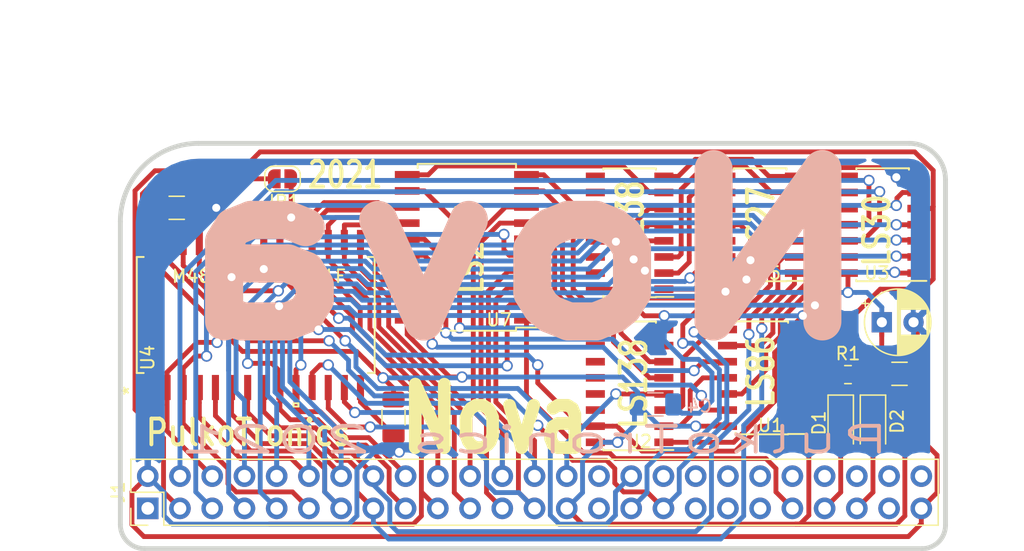
<source format=kicad_pcb>
(kicad_pcb (version 20171130) (host pcbnew 5.0.2+dfsg1-1)

  (general
    (thickness 1.6002)
    (drawings 21)
    (tracks 879)
    (zones 0)
    (modules 17)
    (nets 52)
  )

  (page User 152.4 119.99)
  (title_block
    (title FlashGordon)
    (date 2020-04-18)
    (rev 2020)
    (company PulkoTronics)
    (comment 1 "Flash memory interface for Amstrad CPC")
  )

  (layers
    (0 Dessus signal)
    (31 Dessous signal)
    (32 B.Adhes user)
    (33 F.Adhes user)
    (34 B.Paste user)
    (35 F.Paste user)
    (36 B.SilkS user hide)
    (37 F.SilkS user)
    (38 B.Mask user hide)
    (39 F.Mask user hide)
    (40 Dwgs.User user)
    (41 Cmts.User user)
    (42 Eco1.User user)
    (43 Eco2.User user)
    (44 Edge.Cuts user)
  )

  (setup
    (last_trace_width 0.381)
    (user_trace_width 0.2032)
    (user_trace_width 0.381)
    (user_trace_width 0.8001)
    (trace_clearance 0.2032)
    (zone_clearance 1.016)
    (zone_45_only no)
    (trace_min 0.1524)
    (segment_width 0.381)
    (edge_width 0.381)
    (via_size 0.889)
    (via_drill 0.635)
    (via_min_size 0.889)
    (via_min_drill 0.508)
    (user_via 1.50114 0.39878)
    (uvia_size 0.508)
    (uvia_drill 0.127)
    (uvias_allowed no)
    (uvia_min_size 0.508)
    (uvia_min_drill 0.127)
    (pcb_text_width 0.3048)
    (pcb_text_size 1.524 2.032)
    (mod_edge_width 0.381)
    (mod_text_size 1.524 1.524)
    (mod_text_width 0.3048)
    (pad_size 1.524 1.524)
    (pad_drill 0.8128)
    (pad_to_mask_clearance 0.254)
    (solder_mask_min_width 0.25)
    (aux_axis_origin 0 0)
    (visible_elements FFFFFFFF)
    (pcbplotparams
      (layerselection 0x010f0_ffffffff)
      (usegerberextensions true)
      (usegerberattributes false)
      (usegerberadvancedattributes false)
      (creategerberjobfile false)
      (excludeedgelayer false)
      (linewidth 0.150000)
      (plotframeref false)
      (viasonmask false)
      (mode 1)
      (useauxorigin false)
      (hpglpennumber 1)
      (hpglpenspeed 20)
      (hpglpendiameter 15.000000)
      (psnegative false)
      (psa4output false)
      (plotreference true)
      (plotvalue true)
      (plotinvisibletext false)
      (padsonsilk false)
      (subtractmaskfromsilk false)
      (outputformat 1)
      (mirror false)
      (drillshape 0)
      (scaleselection 1)
      (outputdirectory "GERBER/"))
  )

  (net 0 "")
  (net 1 /A0)
  (net 2 /A1)
  (net 3 /A10)
  (net 4 /A11)
  (net 5 /A12)
  (net 6 /A13)
  (net 7 /A15)
  (net 8 /A2)
  (net 9 /A3)
  (net 10 /A4)
  (net 11 /A5)
  (net 12 /A6)
  (net 13 /A7)
  (net 14 /A8)
  (net 15 /A9)
  (net 16 /D0)
  (net 17 /D1)
  (net 18 /D2)
  (net 19 /D3)
  (net 20 /D4)
  (net 21 /D5)
  (net 22 /D6)
  (net 23 /D7)
  (net 24 GND)
  (net 25 IORQ)
  (net 26 MREQ)
  (net 27 VCC)
  (net 28 WR)
  (net 29 /A14)
  (net 30 /RAMDIS)
  (net 31 /RESET)
  (net 32 RD)
  (net 33 /SEL1)
  (net 34 "Net-(JP1-Pad2)")
  (net 35 /MAP3)
  (net 36 /MAP2)
  (net 37 "Net-(U1-Pad8)")
  (net 38 /MAP1)
  (net 39 "Net-(U1-Pad11)")
  (net 40 /SEL2)
  (net 41 /SEL3)
  (net 42 "Net-(U3-Pad8)")
  (net 43 /SEL0)
  (net 44 "Net-(U5-Pad6)")
  (net 45 "Net-(U5-Pad8)")
  (net 46 "Net-(U5-Pad12)")
  (net 47 /MAPSEL)
  (net 48 /RAMSEL)
  (net 49 /ROMDIS)
  (net 50 "Net-(U1-Pad6)")
  (net 51 "Net-(D1-Pad1)")

  (net_class Default "Ceci est la Netclass par défaut"
    (clearance 0.2032)
    (trace_width 0.381)
    (via_dia 0.889)
    (via_drill 0.635)
    (uvia_dia 0.508)
    (uvia_drill 0.127)
    (add_net /A0)
    (add_net /A1)
    (add_net /A10)
    (add_net /A11)
    (add_net /A12)
    (add_net /A13)
    (add_net /A14)
    (add_net /A15)
    (add_net /A2)
    (add_net /A3)
    (add_net /A4)
    (add_net /A5)
    (add_net /A6)
    (add_net /A7)
    (add_net /A8)
    (add_net /A9)
    (add_net /D0)
    (add_net /D1)
    (add_net /D2)
    (add_net /D3)
    (add_net /D4)
    (add_net /D5)
    (add_net /D6)
    (add_net /D7)
    (add_net /MAP1)
    (add_net /MAP2)
    (add_net /MAP3)
    (add_net /MAPSEL)
    (add_net /RAMDIS)
    (add_net /RAMSEL)
    (add_net /RESET)
    (add_net /ROMDIS)
    (add_net /SEL0)
    (add_net /SEL1)
    (add_net /SEL2)
    (add_net /SEL3)
    (add_net GND)
    (add_net IORQ)
    (add_net MREQ)
    (add_net "Net-(D1-Pad1)")
    (add_net "Net-(JP1-Pad2)")
    (add_net "Net-(U1-Pad11)")
    (add_net "Net-(U1-Pad6)")
    (add_net "Net-(U1-Pad8)")
    (add_net "Net-(U3-Pad8)")
    (add_net "Net-(U5-Pad12)")
    (add_net "Net-(U5-Pad6)")
    (add_net "Net-(U5-Pad8)")
    (add_net RD)
    (add_net VCC)
    (add_net WR)
  )

  (module Package_SO:SOIC-14_3.9x8.7mm_P1.27mm (layer Dessus) (tedit 5A02F2D3) (tstamp 605531B9)
    (at 97.409 44.577 180)
    (descr "14-Lead Plastic Small Outline (SL) - Narrow, 3.90 mm Body [SOIC] (see Microchip Packaging Specification 00000049BS.pdf)")
    (tags "SOIC 1.27")
    (path /603D2D3C)
    (attr smd)
    (fp_text reference U5 (at -0.635 -3.81 180) (layer F.SilkS)
      (effects (font (size 1 1) (thickness 0.15)))
    )
    (fp_text value 74LS27 (at 0 5.375 180) (layer F.Fab)
      (effects (font (size 1 1) (thickness 0.15)))
    )
    (fp_text user %R (at 0 0 180) (layer F.Fab)
      (effects (font (size 0.9 0.9) (thickness 0.135)))
    )
    (fp_line (start -0.95 -4.35) (end 1.95 -4.35) (layer F.Fab) (width 0.15))
    (fp_line (start 1.95 -4.35) (end 1.95 4.35) (layer F.Fab) (width 0.15))
    (fp_line (start 1.95 4.35) (end -1.95 4.35) (layer F.Fab) (width 0.15))
    (fp_line (start -1.95 4.35) (end -1.95 -3.35) (layer F.Fab) (width 0.15))
    (fp_line (start -1.95 -3.35) (end -0.95 -4.35) (layer F.Fab) (width 0.15))
    (fp_line (start -3.7 -4.65) (end -3.7 4.65) (layer F.CrtYd) (width 0.05))
    (fp_line (start 3.7 -4.65) (end 3.7 4.65) (layer F.CrtYd) (width 0.05))
    (fp_line (start -3.7 -4.65) (end 3.7 -4.65) (layer F.CrtYd) (width 0.05))
    (fp_line (start -3.7 4.65) (end 3.7 4.65) (layer F.CrtYd) (width 0.05))
    (fp_line (start -2.075 -4.45) (end -2.075 -4.425) (layer F.SilkS) (width 0.15))
    (fp_line (start 2.075 -4.45) (end 2.075 -4.335) (layer F.SilkS) (width 0.15))
    (fp_line (start 2.075 4.45) (end 2.075 4.335) (layer F.SilkS) (width 0.15))
    (fp_line (start -2.075 4.45) (end -2.075 4.335) (layer F.SilkS) (width 0.15))
    (fp_line (start -2.075 -4.45) (end 2.075 -4.45) (layer F.SilkS) (width 0.15))
    (fp_line (start -2.075 4.45) (end 2.075 4.45) (layer F.SilkS) (width 0.15))
    (fp_line (start -2.075 -4.425) (end -3.45 -4.425) (layer F.SilkS) (width 0.15))
    (pad 1 smd rect (at -2.7 -3.81 180) (size 1.5 0.6) (layers Dessus F.Paste F.Mask)
      (net 9 /A3))
    (pad 2 smd rect (at -2.7 -2.54 180) (size 1.5 0.6) (layers Dessus F.Paste F.Mask)
      (net 8 /A2))
    (pad 3 smd rect (at -2.7 -1.27 180) (size 1.5 0.6) (layers Dessus F.Paste F.Mask)
      (net 28 WR))
    (pad 4 smd rect (at -2.7 0 180) (size 1.5 0.6) (layers Dessus F.Paste F.Mask)
      (net 25 IORQ))
    (pad 5 smd rect (at -2.7 1.27 180) (size 1.5 0.6) (layers Dessus F.Paste F.Mask)
      (net 42 "Net-(U3-Pad8)"))
    (pad 6 smd rect (at -2.7 2.54 180) (size 1.5 0.6) (layers Dessus F.Paste F.Mask)
      (net 44 "Net-(U5-Pad6)"))
    (pad 7 smd rect (at -2.7 3.81 180) (size 1.5 0.6) (layers Dessus F.Paste F.Mask)
      (net 24 GND))
    (pad 8 smd rect (at 2.7 3.81 180) (size 1.5 0.6) (layers Dessus F.Paste F.Mask)
      (net 45 "Net-(U5-Pad8)"))
    (pad 9 smd rect (at 2.7 2.54 180) (size 1.5 0.6) (layers Dessus F.Paste F.Mask)
      (net 11 /A5))
    (pad 10 smd rect (at 2.7 1.27 180) (size 1.5 0.6) (layers Dessus F.Paste F.Mask)
      (net 11 /A5))
    (pad 11 smd rect (at 2.7 0 180) (size 1.5 0.6) (layers Dessus F.Paste F.Mask)
      (net 10 /A4))
    (pad 12 smd rect (at 2.7 -1.27 180) (size 1.5 0.6) (layers Dessus F.Paste F.Mask)
      (net 46 "Net-(U5-Pad12)"))
    (pad 13 smd rect (at 2.7 -2.54 180) (size 1.5 0.6) (layers Dessus F.Paste F.Mask)
      (net 1 /A0))
    (pad 14 smd rect (at 2.7 -3.81 180) (size 1.5 0.6) (layers Dessus F.Paste F.Mask)
      (net 27 VCC))
    (model ${KISYS3DMOD}/Package_SO.3dshapes/SOIC-14_3.9x8.7mm_P1.27mm.wrl
      (at (xyz 0 0 0))
      (scale (xyz 1 1 1))
      (rotate (xyz 0 0 0))
    )
  )

  (module NVRAM:M48T35Y-70MH1F (layer Dessus) (tedit 60355E00) (tstamp 605530E0)
    (at 57.658 51.689 90)
    (path /6036E291)
    (fp_text reference U4 (at -3.3655 -8.509 90) (layer F.SilkS)
      (effects (font (size 1 1) (thickness 0.15)))
    )
    (fp_text value M48T35Y-70MH1F (at 3.048 0.254 180) (layer F.SilkS)
      (effects (font (size 1 1) (thickness 0.15)))
    )
    (fp_text user "Copyright 2016 Accelerated Designs. All rights reserved." (at 0 0 90) (layer Cmts.User)
      (effects (font (size 0.127 0.127) (thickness 0.002)))
    )
    (fp_text user * (at -5.969 -9.9568 90) (layer F.SilkS)
      (effects (font (size 1 1) (thickness 0.15)))
    )
    (fp_text user * (at -4.064 -9.1694 90) (layer F.Fab)
      (effects (font (size 1 1) (thickness 0.15)))
    )
    (fp_text user 0.05in/1.27mm (at 14.224 -12.827 90) (layer Dwgs.User)
      (effects (font (size 1 1) (thickness 0.15)))
    )
    (fp_text user 0.022in/0.559mm (at 14.859 -16.891 90) (layer Dwgs.User)
      (effects (font (size 1 1) (thickness 0.15)))
    )
    (fp_text user 0.45in/11.43mm (at 14.732 -14.859 90) (layer Dwgs.User)
      (effects (font (size 1 1) (thickness 0.15)))
    )
    (fp_text user 0.078in/1.981mm (at 14.859 -19.304 90) (layer Dwgs.User)
      (effects (font (size 1 1) (thickness 0.15)))
    )
    (fp_text user * (at -5.969 -9.9568 90) (layer F.SilkS)
      (effects (font (size 1 1) (thickness 0.15)))
    )
    (fp_text user * (at -4.064 -9.1694 90) (layer F.Fab)
      (effects (font (size 1 1) (thickness 0.15)))
    )
    (fp_line (start -4.445 -8.001) (end -4.445 -8.509) (layer F.Fab) (width 0.1524))
    (fp_line (start -4.445 -8.509) (end -6.35 -8.509) (layer F.Fab) (width 0.1524))
    (fp_line (start -6.35 -8.509) (end -6.35 -8.001) (layer F.Fab) (width 0.1524))
    (fp_line (start -6.35 -8.001) (end -4.445 -8.001) (layer F.Fab) (width 0.1524))
    (fp_line (start -4.445 -6.731) (end -4.445 -7.239) (layer F.Fab) (width 0.1524))
    (fp_line (start -4.445 -7.239) (end -6.35 -7.239) (layer F.Fab) (width 0.1524))
    (fp_line (start -6.35 -7.239) (end -6.35 -6.731) (layer F.Fab) (width 0.1524))
    (fp_line (start -6.35 -6.731) (end -4.445 -6.731) (layer F.Fab) (width 0.1524))
    (fp_line (start -4.445 -5.461) (end -4.445 -5.969) (layer F.Fab) (width 0.1524))
    (fp_line (start -4.445 -5.969) (end -6.35 -5.969) (layer F.Fab) (width 0.1524))
    (fp_line (start -6.35 -5.969) (end -6.35 -5.461) (layer F.Fab) (width 0.1524))
    (fp_line (start -6.35 -5.461) (end -4.445 -5.461) (layer F.Fab) (width 0.1524))
    (fp_line (start -4.445 -4.191) (end -4.445 -4.699) (layer F.Fab) (width 0.1524))
    (fp_line (start -4.445 -4.699) (end -6.35 -4.699) (layer F.Fab) (width 0.1524))
    (fp_line (start -6.35 -4.699) (end -6.35 -4.191) (layer F.Fab) (width 0.1524))
    (fp_line (start -6.35 -4.191) (end -4.445 -4.191) (layer F.Fab) (width 0.1524))
    (fp_line (start -4.445 -2.921) (end -4.445 -3.429) (layer F.Fab) (width 0.1524))
    (fp_line (start -4.445 -3.429) (end -6.35 -3.429) (layer F.Fab) (width 0.1524))
    (fp_line (start -6.35 -3.429) (end -6.35 -2.921) (layer F.Fab) (width 0.1524))
    (fp_line (start -6.35 -2.921) (end -4.445 -2.921) (layer F.Fab) (width 0.1524))
    (fp_line (start -4.445 -1.651) (end -4.445 -2.159) (layer F.Fab) (width 0.1524))
    (fp_line (start -4.445 -2.159) (end -6.35 -2.159) (layer F.Fab) (width 0.1524))
    (fp_line (start -6.35 -2.159) (end -6.35 -1.651) (layer F.Fab) (width 0.1524))
    (fp_line (start -6.35 -1.651) (end -4.445 -1.651) (layer F.Fab) (width 0.1524))
    (fp_line (start -4.445 -0.381) (end -4.445 -0.889) (layer F.Fab) (width 0.1524))
    (fp_line (start -4.445 -0.889) (end -6.35 -0.889) (layer F.Fab) (width 0.1524))
    (fp_line (start -6.35 -0.889) (end -6.35 -0.381) (layer F.Fab) (width 0.1524))
    (fp_line (start -6.35 -0.381) (end -4.445 -0.381) (layer F.Fab) (width 0.1524))
    (fp_line (start -4.445 0.889) (end -4.445 0.381) (layer F.Fab) (width 0.1524))
    (fp_line (start -4.445 0.381) (end -6.35 0.381) (layer F.Fab) (width 0.1524))
    (fp_line (start -6.35 0.381) (end -6.35 0.889) (layer F.Fab) (width 0.1524))
    (fp_line (start -6.35 0.889) (end -4.445 0.889) (layer F.Fab) (width 0.1524))
    (fp_line (start -4.445 2.159) (end -4.445 1.651) (layer F.Fab) (width 0.1524))
    (fp_line (start -4.445 1.651) (end -6.35 1.651) (layer F.Fab) (width 0.1524))
    (fp_line (start -6.35 1.651) (end -6.35 2.159) (layer F.Fab) (width 0.1524))
    (fp_line (start -6.35 2.159) (end -4.445 2.159) (layer F.Fab) (width 0.1524))
    (fp_line (start -4.445 3.429) (end -4.445 2.921) (layer F.Fab) (width 0.1524))
    (fp_line (start -4.445 2.921) (end -6.35 2.921) (layer F.Fab) (width 0.1524))
    (fp_line (start -6.35 2.921) (end -6.35 3.429) (layer F.Fab) (width 0.1524))
    (fp_line (start -6.35 3.429) (end -4.445 3.429) (layer F.Fab) (width 0.1524))
    (fp_line (start -4.445 4.699) (end -4.445 4.191) (layer F.Fab) (width 0.1524))
    (fp_line (start -4.445 4.191) (end -6.35 4.191) (layer F.Fab) (width 0.1524))
    (fp_line (start -6.35 4.191) (end -6.35 4.699) (layer F.Fab) (width 0.1524))
    (fp_line (start -6.35 4.699) (end -4.445 4.699) (layer F.Fab) (width 0.1524))
    (fp_line (start -4.445 5.969) (end -4.445 5.461) (layer F.Fab) (width 0.1524))
    (fp_line (start -4.445 5.461) (end -6.35 5.461) (layer F.Fab) (width 0.1524))
    (fp_line (start -6.35 5.461) (end -6.35 5.969) (layer F.Fab) (width 0.1524))
    (fp_line (start -6.35 5.969) (end -4.445 5.969) (layer F.Fab) (width 0.1524))
    (fp_line (start -4.445 7.239) (end -4.445 6.731) (layer F.Fab) (width 0.1524))
    (fp_line (start -4.445 6.731) (end -6.35 6.731) (layer F.Fab) (width 0.1524))
    (fp_line (start -6.35 6.731) (end -6.35 7.239) (layer F.Fab) (width 0.1524))
    (fp_line (start -6.35 7.239) (end -4.445 7.239) (layer F.Fab) (width 0.1524))
    (fp_line (start -4.445 8.509) (end -4.445 8.001) (layer F.Fab) (width 0.1524))
    (fp_line (start -4.445 8.001) (end -6.35 8.001) (layer F.Fab) (width 0.1524))
    (fp_line (start -6.35 8.001) (end -6.35 8.509) (layer F.Fab) (width 0.1524))
    (fp_line (start -6.35 8.509) (end -4.445 8.509) (layer F.Fab) (width 0.1524))
    (fp_line (start 4.445 8.001) (end 4.445 8.509) (layer F.Fab) (width 0.1524))
    (fp_line (start 4.445 8.509) (end 6.35 8.509) (layer F.Fab) (width 0.1524))
    (fp_line (start 6.35 8.509) (end 6.35 8.001) (layer F.Fab) (width 0.1524))
    (fp_line (start 6.35 8.001) (end 4.445 8.001) (layer F.Fab) (width 0.1524))
    (fp_line (start 4.445 6.731) (end 4.445 7.239) (layer F.Fab) (width 0.1524))
    (fp_line (start 4.445 7.239) (end 6.35 7.239) (layer F.Fab) (width 0.1524))
    (fp_line (start 6.35 7.239) (end 6.35 6.731) (layer F.Fab) (width 0.1524))
    (fp_line (start 6.35 6.731) (end 4.445 6.731) (layer F.Fab) (width 0.1524))
    (fp_line (start 4.445 5.461) (end 4.445 5.969) (layer F.Fab) (width 0.1524))
    (fp_line (start 4.445 5.969) (end 6.35 5.969) (layer F.Fab) (width 0.1524))
    (fp_line (start 6.35 5.969) (end 6.35 5.461) (layer F.Fab) (width 0.1524))
    (fp_line (start 6.35 5.461) (end 4.445 5.461) (layer F.Fab) (width 0.1524))
    (fp_line (start 4.445 4.191) (end 4.445 4.699) (layer F.Fab) (width 0.1524))
    (fp_line (start 4.445 4.699) (end 6.35 4.699) (layer F.Fab) (width 0.1524))
    (fp_line (start 6.35 4.699) (end 6.35 4.191) (layer F.Fab) (width 0.1524))
    (fp_line (start 6.35 4.191) (end 4.445 4.191) (layer F.Fab) (width 0.1524))
    (fp_line (start 4.445 2.921) (end 4.445 3.429) (layer F.Fab) (width 0.1524))
    (fp_line (start 4.445 3.429) (end 6.35 3.429) (layer F.Fab) (width 0.1524))
    (fp_line (start 6.35 3.429) (end 6.35 2.921) (layer F.Fab) (width 0.1524))
    (fp_line (start 6.35 2.921) (end 4.445 2.921) (layer F.Fab) (width 0.1524))
    (fp_line (start 4.445 1.651) (end 4.445 2.159) (layer F.Fab) (width 0.1524))
    (fp_line (start 4.445 2.159) (end 6.35 2.159) (layer F.Fab) (width 0.1524))
    (fp_line (start 6.35 2.159) (end 6.35 1.651) (layer F.Fab) (width 0.1524))
    (fp_line (start 6.35 1.651) (end 4.445 1.651) (layer F.Fab) (width 0.1524))
    (fp_line (start 4.445 0.381) (end 4.445 0.889) (layer F.Fab) (width 0.1524))
    (fp_line (start 4.445 0.889) (end 6.35 0.889) (layer F.Fab) (width 0.1524))
    (fp_line (start 6.35 0.889) (end 6.35 0.381) (layer F.Fab) (width 0.1524))
    (fp_line (start 6.35 0.381) (end 4.445 0.381) (layer F.Fab) (width 0.1524))
    (fp_line (start 4.445 -0.889) (end 4.445 -0.381) (layer F.Fab) (width 0.1524))
    (fp_line (start 4.445 -0.381) (end 6.35 -0.381) (layer F.Fab) (width 0.1524))
    (fp_line (start 6.35 -0.381) (end 6.35 -0.889) (layer F.Fab) (width 0.1524))
    (fp_line (start 6.35 -0.889) (end 4.445 -0.889) (layer F.Fab) (width 0.1524))
    (fp_line (start 4.445 -2.159) (end 4.445 -1.651) (layer F.Fab) (width 0.1524))
    (fp_line (start 4.445 -1.651) (end 6.35 -1.651) (layer F.Fab) (width 0.1524))
    (fp_line (start 6.35 -1.651) (end 6.35 -2.159) (layer F.Fab) (width 0.1524))
    (fp_line (start 6.35 -2.159) (end 4.445 -2.159) (layer F.Fab) (width 0.1524))
    (fp_line (start 4.445 -3.429) (end 4.445 -2.921) (layer F.Fab) (width 0.1524))
    (fp_line (start 4.445 -2.921) (end 6.35 -2.921) (layer F.Fab) (width 0.1524))
    (fp_line (start 6.35 -2.921) (end 6.35 -3.429) (layer F.Fab) (width 0.1524))
    (fp_line (start 6.35 -3.429) (end 4.445 -3.429) (layer F.Fab) (width 0.1524))
    (fp_line (start 4.445 -4.699) (end 4.445 -4.191) (layer F.Fab) (width 0.1524))
    (fp_line (start 4.445 -4.191) (end 6.35 -4.191) (layer F.Fab) (width 0.1524))
    (fp_line (start 6.35 -4.191) (end 6.35 -4.699) (layer F.Fab) (width 0.1524))
    (fp_line (start 6.35 -4.699) (end 4.445 -4.699) (layer F.Fab) (width 0.1524))
    (fp_line (start 4.445 -5.969) (end 4.445 -5.461) (layer F.Fab) (width 0.1524))
    (fp_line (start 4.445 -5.461) (end 6.35 -5.461) (layer F.Fab) (width 0.1524))
    (fp_line (start 6.35 -5.461) (end 6.35 -5.969) (layer F.Fab) (width 0.1524))
    (fp_line (start 6.35 -5.969) (end 4.445 -5.969) (layer F.Fab) (width 0.1524))
    (fp_line (start 4.445 -7.239) (end 4.445 -6.731) (layer F.Fab) (width 0.1524))
    (fp_line (start 4.445 -6.731) (end 6.35 -6.731) (layer F.Fab) (width 0.1524))
    (fp_line (start 6.35 -6.731) (end 6.35 -7.239) (layer F.Fab) (width 0.1524))
    (fp_line (start 6.35 -7.239) (end 4.445 -7.239) (layer F.Fab) (width 0.1524))
    (fp_line (start 4.445 -8.509) (end 4.445 -8.001) (layer F.Fab) (width 0.1524))
    (fp_line (start 4.445 -8.001) (end 6.35 -8.001) (layer F.Fab) (width 0.1524))
    (fp_line (start 6.35 -8.001) (end 6.35 -8.509) (layer F.Fab) (width 0.1524))
    (fp_line (start 6.35 -8.509) (end 4.445 -8.509) (layer F.Fab) (width 0.1524))
    (fp_line (start -4.572 9.3726) (end 4.572 9.3726) (layer F.SilkS) (width 0.1524))
    (fp_line (start 4.572 9.3726) (end 4.572 8.830187) (layer F.SilkS) (width 0.1524))
    (fp_line (start 4.572 -9.3726) (end -4.572 -9.3726) (layer F.SilkS) (width 0.1524))
    (fp_line (start -4.572 -9.3726) (end -4.572 -8.830187) (layer F.SilkS) (width 0.1524))
    (fp_line (start -4.445 9.2456) (end 4.445 9.2456) (layer F.Fab) (width 0.1524))
    (fp_line (start 4.445 9.2456) (end 4.445 -9.2456) (layer F.Fab) (width 0.1524))
    (fp_line (start 4.445 -9.2456) (end -4.445 -9.2456) (layer F.Fab) (width 0.1524))
    (fp_line (start -4.445 -9.2456) (end -4.445 9.2456) (layer F.Fab) (width 0.1524))
    (fp_line (start -4.572 8.830187) (end -4.572 9.3726) (layer F.SilkS) (width 0.1524))
    (fp_line (start 4.572 -8.830187) (end 4.572 -9.3726) (layer F.SilkS) (width 0.1524))
    (fp_line (start -7.2136 2.9845) (end -7.2136 3.3655) (layer F.SilkS) (width 0.1524))
    (fp_line (start -7.2136 3.3655) (end -6.9596 3.3655) (layer F.SilkS) (width 0.1524))
    (fp_line (start -6.9596 3.3655) (end -6.9596 2.9845) (layer F.SilkS) (width 0.1524))
    (fp_line (start -6.9596 2.9845) (end -7.2136 2.9845) (layer F.SilkS) (width 0.1524))
    (fp_line (start 7.2136 1.7145) (end 7.2136 2.0955) (layer F.SilkS) (width 0.1524))
    (fp_line (start 7.2136 2.0955) (end 6.9596 2.0955) (layer F.SilkS) (width 0.1524))
    (fp_line (start 6.9596 2.0955) (end 6.9596 1.7145) (layer F.SilkS) (width 0.1524))
    (fp_line (start 6.9596 1.7145) (end 7.2136 1.7145) (layer F.SilkS) (width 0.1524))
    (fp_line (start -6.9596 8.7884) (end -6.9596 -8.7884) (layer F.CrtYd) (width 0.1524))
    (fp_line (start -6.9596 -8.7884) (end -4.699 -8.7884) (layer F.CrtYd) (width 0.1524))
    (fp_line (start -4.699 -8.7884) (end -4.699 -9.4996) (layer F.CrtYd) (width 0.1524))
    (fp_line (start -4.699 -9.4996) (end 4.699 -9.4996) (layer F.CrtYd) (width 0.1524))
    (fp_line (start 4.699 -9.4996) (end 4.699 -8.7884) (layer F.CrtYd) (width 0.1524))
    (fp_line (start 4.699 -8.7884) (end 6.9596 -8.7884) (layer F.CrtYd) (width 0.1524))
    (fp_line (start 6.9596 -8.7884) (end 6.9596 8.7884) (layer F.CrtYd) (width 0.1524))
    (fp_line (start 6.9596 8.7884) (end 4.699 8.7884) (layer F.CrtYd) (width 0.1524))
    (fp_line (start 4.699 8.7884) (end 4.699 9.4996) (layer F.CrtYd) (width 0.1524))
    (fp_line (start 4.699 9.4996) (end -4.699 9.4996) (layer F.CrtYd) (width 0.1524))
    (fp_line (start -4.699 9.4996) (end -4.699 8.7884) (layer F.CrtYd) (width 0.1524))
    (fp_line (start -4.699 8.7884) (end -6.9596 8.7884) (layer F.CrtYd) (width 0.1524))
    (fp_arc (start 0 -9.2456) (end 0.3048 -9.2456) (angle 180) (layer F.Fab) (width 0.1524))
    (pad 1 smd rect (at -5.715 -8.255 90) (size 1.9812 0.5588) (layers Dessus F.Paste F.Mask)
      (net 34 "Net-(JP1-Pad2)"))
    (pad 2 smd rect (at -5.715 -6.985 90) (size 1.9812 0.5588) (layers Dessus F.Paste F.Mask)
      (net 5 /A12))
    (pad 3 smd rect (at -5.715 -5.715 90) (size 1.9812 0.5588) (layers Dessus F.Paste F.Mask)
      (net 13 /A7))
    (pad 4 smd rect (at -5.715 -4.445 90) (size 1.9812 0.5588) (layers Dessus F.Paste F.Mask)
      (net 12 /A6))
    (pad 5 smd rect (at -5.715 -3.175 90) (size 1.9812 0.5588) (layers Dessus F.Paste F.Mask)
      (net 11 /A5))
    (pad 6 smd rect (at -5.715 -1.905 90) (size 1.9812 0.5588) (layers Dessus F.Paste F.Mask)
      (net 10 /A4))
    (pad 7 smd rect (at -5.715 -0.635 90) (size 1.9812 0.5588) (layers Dessus F.Paste F.Mask)
      (net 9 /A3))
    (pad 8 smd rect (at -5.715 0.635 90) (size 1.9812 0.5588) (layers Dessus F.Paste F.Mask)
      (net 8 /A2))
    (pad 9 smd rect (at -5.715 1.905 90) (size 1.9812 0.5588) (layers Dessus F.Paste F.Mask)
      (net 2 /A1))
    (pad 10 smd rect (at -5.715 3.175 90) (size 1.9812 0.5588) (layers Dessus F.Paste F.Mask)
      (net 1 /A0))
    (pad 11 smd rect (at -5.715 4.445 90) (size 1.9812 0.5588) (layers Dessus F.Paste F.Mask)
      (net 16 /D0))
    (pad 12 smd rect (at -5.715 5.715 90) (size 1.9812 0.5588) (layers Dessus F.Paste F.Mask)
      (net 17 /D1))
    (pad 13 smd rect (at -5.715 6.985 90) (size 1.9812 0.5588) (layers Dessus F.Paste F.Mask)
      (net 18 /D2))
    (pad 14 smd rect (at -5.715 8.255 90) (size 1.9812 0.5588) (layers Dessus F.Paste F.Mask)
      (net 24 GND))
    (pad 15 smd rect (at 5.715 8.255 90) (size 1.9812 0.5588) (layers Dessus F.Paste F.Mask)
      (net 19 /D3))
    (pad 16 smd rect (at 5.715 6.985 90) (size 1.9812 0.5588) (layers Dessus F.Paste F.Mask)
      (net 20 /D4))
    (pad 17 smd rect (at 5.715 5.715 90) (size 1.9812 0.5588) (layers Dessus F.Paste F.Mask)
      (net 21 /D5))
    (pad 18 smd rect (at 5.715 4.445 90) (size 1.9812 0.5588) (layers Dessus F.Paste F.Mask)
      (net 22 /D6))
    (pad 19 smd rect (at 5.715 3.175 90) (size 1.9812 0.5588) (layers Dessus F.Paste F.Mask)
      (net 23 /D7))
    (pad 20 smd rect (at 5.715 1.905 90) (size 1.9812 0.5588) (layers Dessus F.Paste F.Mask)
      (net 48 /RAMSEL))
    (pad 21 smd rect (at 5.715 0.635 90) (size 1.9812 0.5588) (layers Dessus F.Paste F.Mask)
      (net 3 /A10))
    (pad 22 smd rect (at 5.715 -0.635 90) (size 1.9812 0.5588) (layers Dessus F.Paste F.Mask)
      (net 32 RD))
    (pad 23 smd rect (at 5.715 -1.905 90) (size 1.9812 0.5588) (layers Dessus F.Paste F.Mask)
      (net 4 /A11))
    (pad 24 smd rect (at 5.715 -3.175 90) (size 1.9812 0.5588) (layers Dessus F.Paste F.Mask)
      (net 15 /A9))
    (pad 25 smd rect (at 5.715 -4.445 90) (size 1.9812 0.5588) (layers Dessus F.Paste F.Mask)
      (net 14 /A8))
    (pad 26 smd rect (at 5.715 -5.715 90) (size 1.9812 0.5588) (layers Dessus F.Paste F.Mask)
      (net 43 /SEL0))
    (pad 27 smd rect (at 5.715 -6.985 90) (size 1.9812 0.5588) (layers Dessus F.Paste F.Mask)
      (net 28 WR))
    (pad 28 smd rect (at 5.715 -8.255 90) (size 1.9812 0.5588) (layers Dessus F.Paste F.Mask)
      (net 27 VCC))
  )

  (module Package_SO:SOIC-14_3.9x8.7mm_P1.27mm (layer Dessus) (tedit 5A02F2D3) (tstamp 6055307C)
    (at 97.536 56.642 180)
    (descr "14-Lead Plastic Small Outline (SL) - Narrow, 3.90 mm Body [SOIC] (see Microchip Packaging Specification 00000049BS.pdf)")
    (tags "SOIC 1.27")
    (path /6037F6C9)
    (attr smd)
    (fp_text reference U1 (at -0.6985 -3.7465 180) (layer F.SilkS)
      (effects (font (size 1 1) (thickness 0.15)))
    )
    (fp_text value 74HC86 (at 0 5.375 180) (layer F.Fab)
      (effects (font (size 1 1) (thickness 0.15)))
    )
    (fp_text user %R (at 0 0 180) (layer F.Fab)
      (effects (font (size 0.9 0.9) (thickness 0.135)))
    )
    (fp_line (start -0.95 -4.35) (end 1.95 -4.35) (layer F.Fab) (width 0.15))
    (fp_line (start 1.95 -4.35) (end 1.95 4.35) (layer F.Fab) (width 0.15))
    (fp_line (start 1.95 4.35) (end -1.95 4.35) (layer F.Fab) (width 0.15))
    (fp_line (start -1.95 4.35) (end -1.95 -3.35) (layer F.Fab) (width 0.15))
    (fp_line (start -1.95 -3.35) (end -0.95 -4.35) (layer F.Fab) (width 0.15))
    (fp_line (start -3.7 -4.65) (end -3.7 4.65) (layer F.CrtYd) (width 0.05))
    (fp_line (start 3.7 -4.65) (end 3.7 4.65) (layer F.CrtYd) (width 0.05))
    (fp_line (start -3.7 -4.65) (end 3.7 -4.65) (layer F.CrtYd) (width 0.05))
    (fp_line (start -3.7 4.65) (end 3.7 4.65) (layer F.CrtYd) (width 0.05))
    (fp_line (start -2.075 -4.45) (end -2.075 -4.425) (layer F.SilkS) (width 0.15))
    (fp_line (start 2.075 -4.45) (end 2.075 -4.335) (layer F.SilkS) (width 0.15))
    (fp_line (start 2.075 4.45) (end 2.075 4.335) (layer F.SilkS) (width 0.15))
    (fp_line (start -2.075 4.45) (end -2.075 4.335) (layer F.SilkS) (width 0.15))
    (fp_line (start -2.075 -4.45) (end 2.075 -4.45) (layer F.SilkS) (width 0.15))
    (fp_line (start -2.075 4.45) (end 2.075 4.45) (layer F.SilkS) (width 0.15))
    (fp_line (start -2.075 -4.425) (end -3.45 -4.425) (layer F.SilkS) (width 0.15))
    (pad 1 smd rect (at -2.7 -3.81 180) (size 1.5 0.6) (layers Dessus F.Paste F.Mask)
      (net 48 /RAMSEL))
    (pad 2 smd rect (at -2.7 -2.54 180) (size 1.5 0.6) (layers Dessus F.Paste F.Mask)
      (net 27 VCC))
    (pad 3 smd rect (at -2.7 -1.27 180) (size 1.5 0.6) (layers Dessus F.Paste F.Mask)
      (net 51 "Net-(D1-Pad1)"))
    (pad 4 smd rect (at -2.7 0 180) (size 1.5 0.6) (layers Dessus F.Paste F.Mask)
      (net 7 /A15))
    (pad 5 smd rect (at -2.7 1.27 180) (size 1.5 0.6) (layers Dessus F.Paste F.Mask)
      (net 35 /MAP3))
    (pad 6 smd rect (at -2.7 2.54 180) (size 1.5 0.6) (layers Dessus F.Paste F.Mask)
      (net 50 "Net-(U1-Pad6)"))
    (pad 7 smd rect (at -2.7 3.81 180) (size 1.5 0.6) (layers Dessus F.Paste F.Mask)
      (net 24 GND))
    (pad 8 smd rect (at 2.7 3.81 180) (size 1.5 0.6) (layers Dessus F.Paste F.Mask)
      (net 37 "Net-(U1-Pad8)"))
    (pad 9 smd rect (at 2.7 2.54 180) (size 1.5 0.6) (layers Dessus F.Paste F.Mask)
      (net 29 /A14))
    (pad 10 smd rect (at 2.7 1.27 180) (size 1.5 0.6) (layers Dessus F.Paste F.Mask)
      (net 36 /MAP2))
    (pad 11 smd rect (at 2.7 0 180) (size 1.5 0.6) (layers Dessus F.Paste F.Mask)
      (net 39 "Net-(U1-Pad11)"))
    (pad 12 smd rect (at 2.7 -1.27 180) (size 1.5 0.6) (layers Dessus F.Paste F.Mask)
      (net 6 /A13))
    (pad 13 smd rect (at 2.7 -2.54 180) (size 1.5 0.6) (layers Dessus F.Paste F.Mask)
      (net 38 /MAP1))
    (pad 14 smd rect (at 2.7 -3.81 180) (size 1.5 0.6) (layers Dessus F.Paste F.Mask)
      (net 27 VCC))
    (model ${KISYS3DMOD}/Package_SO.3dshapes/SOIC-14_3.9x8.7mm_P1.27mm.wrl
      (at (xyz 0 0 0))
      (scale (xyz 1 1 1))
      (rotate (xyz 0 0 0))
    )
  )

  (module Connector_PinHeader_2.54mm:PinHeader_2x25_P2.54mm_Vertical (layer Dessus) (tedit 59FED5CC) (tstamp 60553069)
    (at 49.149 66.929 90)
    (descr "Through hole straight pin header, 2x25, 2.54mm pitch, double rows")
    (tags "Through hole pin header THT 2x25 2.54mm double row")
    (path /60427157)
    (fp_text reference J1 (at 1.27 -2.33 90) (layer F.SilkS)
      (effects (font (size 1 1) (thickness 0.15)))
    )
    (fp_text value Conn_02x25_Odd_Even (at 1.27 63.29 90) (layer F.Fab)
      (effects (font (size 1 1) (thickness 0.15)))
    )
    (fp_line (start 0 -1.27) (end 3.81 -1.27) (layer F.Fab) (width 0.1))
    (fp_line (start 3.81 -1.27) (end 3.81 62.23) (layer F.Fab) (width 0.1))
    (fp_line (start 3.81 62.23) (end -1.27 62.23) (layer F.Fab) (width 0.1))
    (fp_line (start -1.27 62.23) (end -1.27 0) (layer F.Fab) (width 0.1))
    (fp_line (start -1.27 0) (end 0 -1.27) (layer F.Fab) (width 0.1))
    (fp_line (start -1.33 62.29) (end 3.87 62.29) (layer F.SilkS) (width 0.12))
    (fp_line (start -1.33 1.27) (end -1.33 62.29) (layer F.SilkS) (width 0.12))
    (fp_line (start 3.87 -1.33) (end 3.87 62.29) (layer F.SilkS) (width 0.12))
    (fp_line (start -1.33 1.27) (end 1.27 1.27) (layer F.SilkS) (width 0.12))
    (fp_line (start 1.27 1.27) (end 1.27 -1.33) (layer F.SilkS) (width 0.12))
    (fp_line (start 1.27 -1.33) (end 3.87 -1.33) (layer F.SilkS) (width 0.12))
    (fp_line (start -1.33 0) (end -1.33 -1.33) (layer F.SilkS) (width 0.12))
    (fp_line (start -1.33 -1.33) (end 0 -1.33) (layer F.SilkS) (width 0.12))
    (fp_line (start -1.8 -1.8) (end -1.8 62.75) (layer F.CrtYd) (width 0.05))
    (fp_line (start -1.8 62.75) (end 4.35 62.75) (layer F.CrtYd) (width 0.05))
    (fp_line (start 4.35 62.75) (end 4.35 -1.8) (layer F.CrtYd) (width 0.05))
    (fp_line (start 4.35 -1.8) (end -1.8 -1.8) (layer F.CrtYd) (width 0.05))
    (fp_text user %R (at 1.27 30.48 180) (layer F.Fab)
      (effects (font (size 1 1) (thickness 0.15)))
    )
    (pad 1 thru_hole rect (at 0 0 90) (size 1.7 1.7) (drill 1) (layers *.Cu *.Mask))
    (pad 2 thru_hole oval (at 2.54 0 90) (size 1.7 1.7) (drill 1) (layers *.Cu *.Mask)
      (net 24 GND))
    (pad 3 thru_hole oval (at 0 2.54 90) (size 1.7 1.7) (drill 1) (layers *.Cu *.Mask)
      (net 7 /A15))
    (pad 4 thru_hole oval (at 2.54 2.54 90) (size 1.7 1.7) (drill 1) (layers *.Cu *.Mask)
      (net 29 /A14))
    (pad 5 thru_hole oval (at 0 5.08 90) (size 1.7 1.7) (drill 1) (layers *.Cu *.Mask)
      (net 6 /A13))
    (pad 6 thru_hole oval (at 2.54 5.08 90) (size 1.7 1.7) (drill 1) (layers *.Cu *.Mask)
      (net 5 /A12))
    (pad 7 thru_hole oval (at 0 7.62 90) (size 1.7 1.7) (drill 1) (layers *.Cu *.Mask)
      (net 4 /A11))
    (pad 8 thru_hole oval (at 2.54 7.62 90) (size 1.7 1.7) (drill 1) (layers *.Cu *.Mask)
      (net 3 /A10))
    (pad 9 thru_hole oval (at 0 10.16 90) (size 1.7 1.7) (drill 1) (layers *.Cu *.Mask)
      (net 15 /A9))
    (pad 10 thru_hole oval (at 2.54 10.16 90) (size 1.7 1.7) (drill 1) (layers *.Cu *.Mask)
      (net 14 /A8))
    (pad 11 thru_hole oval (at 0 12.7 90) (size 1.7 1.7) (drill 1) (layers *.Cu *.Mask)
      (net 13 /A7))
    (pad 12 thru_hole oval (at 2.54 12.7 90) (size 1.7 1.7) (drill 1) (layers *.Cu *.Mask)
      (net 12 /A6))
    (pad 13 thru_hole oval (at 0 15.24 90) (size 1.7 1.7) (drill 1) (layers *.Cu *.Mask)
      (net 11 /A5))
    (pad 14 thru_hole oval (at 2.54 15.24 90) (size 1.7 1.7) (drill 1) (layers *.Cu *.Mask)
      (net 10 /A4))
    (pad 15 thru_hole oval (at 0 17.78 90) (size 1.7 1.7) (drill 1) (layers *.Cu *.Mask)
      (net 9 /A3))
    (pad 16 thru_hole oval (at 2.54 17.78 90) (size 1.7 1.7) (drill 1) (layers *.Cu *.Mask)
      (net 8 /A2))
    (pad 17 thru_hole oval (at 0 20.32 90) (size 1.7 1.7) (drill 1) (layers *.Cu *.Mask)
      (net 2 /A1))
    (pad 18 thru_hole oval (at 2.54 20.32 90) (size 1.7 1.7) (drill 1) (layers *.Cu *.Mask)
      (net 1 /A0))
    (pad 19 thru_hole oval (at 0 22.86 90) (size 1.7 1.7) (drill 1) (layers *.Cu *.Mask)
      (net 23 /D7))
    (pad 20 thru_hole oval (at 2.54 22.86 90) (size 1.7 1.7) (drill 1) (layers *.Cu *.Mask)
      (net 22 /D6))
    (pad 21 thru_hole oval (at 0 25.4 90) (size 1.7 1.7) (drill 1) (layers *.Cu *.Mask)
      (net 21 /D5))
    (pad 22 thru_hole oval (at 2.54 25.4 90) (size 1.7 1.7) (drill 1) (layers *.Cu *.Mask)
      (net 20 /D4))
    (pad 23 thru_hole oval (at 0 27.94 90) (size 1.7 1.7) (drill 1) (layers *.Cu *.Mask)
      (net 19 /D3))
    (pad 24 thru_hole oval (at 2.54 27.94 90) (size 1.7 1.7) (drill 1) (layers *.Cu *.Mask)
      (net 18 /D2))
    (pad 25 thru_hole oval (at 0 30.48 90) (size 1.7 1.7) (drill 1) (layers *.Cu *.Mask)
      (net 17 /D1))
    (pad 26 thru_hole oval (at 2.54 30.48 90) (size 1.7 1.7) (drill 1) (layers *.Cu *.Mask)
      (net 16 /D0))
    (pad 27 thru_hole oval (at 0 33.02 90) (size 1.7 1.7) (drill 1) (layers *.Cu *.Mask)
      (net 27 VCC))
    (pad 28 thru_hole oval (at 2.54 33.02 90) (size 1.7 1.7) (drill 1) (layers *.Cu *.Mask)
      (net 26 MREQ))
    (pad 29 thru_hole oval (at 0 35.56 90) (size 1.7 1.7) (drill 1) (layers *.Cu *.Mask))
    (pad 30 thru_hole oval (at 2.54 35.56 90) (size 1.7 1.7) (drill 1) (layers *.Cu *.Mask))
    (pad 31 thru_hole oval (at 0 38.1 90) (size 1.7 1.7) (drill 1) (layers *.Cu *.Mask)
      (net 25 IORQ))
    (pad 32 thru_hole oval (at 2.54 38.1 90) (size 1.7 1.7) (drill 1) (layers *.Cu *.Mask)
      (net 32 RD))
    (pad 33 thru_hole oval (at 0 40.64 90) (size 1.7 1.7) (drill 1) (layers *.Cu *.Mask)
      (net 28 WR))
    (pad 34 thru_hole oval (at 2.54 40.64 90) (size 1.7 1.7) (drill 1) (layers *.Cu *.Mask))
    (pad 35 thru_hole oval (at 0 43.18 90) (size 1.7 1.7) (drill 1) (layers *.Cu *.Mask))
    (pad 36 thru_hole oval (at 2.54 43.18 90) (size 1.7 1.7) (drill 1) (layers *.Cu *.Mask))
    (pad 37 thru_hole oval (at 0 45.72 90) (size 1.7 1.7) (drill 1) (layers *.Cu *.Mask))
    (pad 38 thru_hole oval (at 2.54 45.72 90) (size 1.7 1.7) (drill 1) (layers *.Cu *.Mask))
    (pad 39 thru_hole oval (at 0 48.26 90) (size 1.7 1.7) (drill 1) (layers *.Cu *.Mask))
    (pad 40 thru_hole oval (at 2.54 48.26 90) (size 1.7 1.7) (drill 1) (layers *.Cu *.Mask))
    (pad 41 thru_hole oval (at 0 50.8 90) (size 1.7 1.7) (drill 1) (layers *.Cu *.Mask)
      (net 31 /RESET))
    (pad 42 thru_hole oval (at 2.54 50.8 90) (size 1.7 1.7) (drill 1) (layers *.Cu *.Mask))
    (pad 43 thru_hole oval (at 0 53.34 90) (size 1.7 1.7) (drill 1) (layers *.Cu *.Mask)
      (net 49 /ROMDIS))
    (pad 44 thru_hole oval (at 2.54 53.34 90) (size 1.7 1.7) (drill 1) (layers *.Cu *.Mask))
    (pad 45 thru_hole oval (at 0 55.88 90) (size 1.7 1.7) (drill 1) (layers *.Cu *.Mask)
      (net 30 /RAMDIS))
    (pad 46 thru_hole oval (at 2.54 55.88 90) (size 1.7 1.7) (drill 1) (layers *.Cu *.Mask))
    (pad 47 thru_hole oval (at 0 58.42 90) (size 1.7 1.7) (drill 1) (layers *.Cu *.Mask))
    (pad 48 thru_hole oval (at 2.54 58.42 90) (size 1.7 1.7) (drill 1) (layers *.Cu *.Mask))
    (pad 49 thru_hole oval (at 0 60.96 90) (size 1.7 1.7) (drill 1) (layers *.Cu *.Mask)
      (net 24 GND))
    (pad 50 thru_hole oval (at 2.54 60.96 90) (size 1.7 1.7) (drill 1) (layers *.Cu *.Mask))
    (model ${KISYS3DMOD}/Connector_PinHeader_2.54mm.3dshapes/PinHeader_2x25_P2.54mm_Vertical.wrl
      (at (xyz 0 0 0))
      (scale (xyz 1 1 1))
      (rotate (xyz 0 0 0))
    )
  )

  (module Jumper:SolderJumper-2_P1.3mm_Open_RoundedPad1.0x1.5mm (layer Dessus) (tedit 5B391E66) (tstamp 6055307B)
    (at 59.7685 40.9575 180)
    (descr "SMD Solder Jumper, 1x1.5mm, rounded Pads, 0.3mm gap, open")
    (tags "solder jumper open")
    (path /60389732)
    (attr virtual)
    (fp_text reference JP1 (at 0 -1.8 180) (layer F.SilkS)
      (effects (font (size 1 1) (thickness 0.15)))
    )
    (fp_text value Jumper (at 0 1.9 180) (layer F.Fab)
      (effects (font (size 1 1) (thickness 0.15)))
    )
    (fp_arc (start 0.7 -0.3) (end 1.4 -0.3) (angle -90) (layer F.SilkS) (width 0.12))
    (fp_arc (start 0.7 0.3) (end 0.7 1) (angle -90) (layer F.SilkS) (width 0.12))
    (fp_arc (start -0.7 0.3) (end -1.4 0.3) (angle -90) (layer F.SilkS) (width 0.12))
    (fp_arc (start -0.7 -0.3) (end -0.7 -1) (angle -90) (layer F.SilkS) (width 0.12))
    (fp_line (start -1.4 0.3) (end -1.4 -0.3) (layer F.SilkS) (width 0.12))
    (fp_line (start 0.7 1) (end -0.7 1) (layer F.SilkS) (width 0.12))
    (fp_line (start 1.4 -0.3) (end 1.4 0.3) (layer F.SilkS) (width 0.12))
    (fp_line (start -0.7 -1) (end 0.7 -1) (layer F.SilkS) (width 0.12))
    (fp_line (start -1.65 -1.25) (end 1.65 -1.25) (layer F.CrtYd) (width 0.05))
    (fp_line (start -1.65 -1.25) (end -1.65 1.25) (layer F.CrtYd) (width 0.05))
    (fp_line (start 1.65 1.25) (end 1.65 -1.25) (layer F.CrtYd) (width 0.05))
    (fp_line (start 1.65 1.25) (end -1.65 1.25) (layer F.CrtYd) (width 0.05))
    (pad 1 smd custom (at -0.65 0 180) (size 1 0.5) (layers Dessus F.Mask)
      (net 33 /SEL1) (zone_connect 0)
      (options (clearance outline) (anchor rect))
      (primitives
        (gr_circle (center 0 0.25) (end 0.5 0.25) (width 0))
        (gr_circle (center 0 -0.25) (end 0.5 -0.25) (width 0))
        (gr_poly (pts
           (xy 0 -0.75) (xy 0.5 -0.75) (xy 0.5 0.75) (xy 0 0.75)) (width 0))
      ))
    (pad 2 smd custom (at 0.65 0 180) (size 1 0.5) (layers Dessus F.Mask)
      (net 34 "Net-(JP1-Pad2)") (zone_connect 0)
      (options (clearance outline) (anchor rect))
      (primitives
        (gr_circle (center 0 0.25) (end 0.5 0.25) (width 0))
        (gr_circle (center 0 -0.25) (end 0.5 -0.25) (width 0))
        (gr_poly (pts
           (xy 0 -0.75) (xy -0.5 -0.75) (xy -0.5 0.75) (xy 0 0.75)) (width 0))
      ))
  )

  (module Package_SO:SOIC-16_3.9x9.9mm_P1.27mm (layer Dessus) (tedit 5A02F2D3) (tstamp 605531DE)
    (at 87.122 45.212 180)
    (descr "16-Lead Plastic Small Outline (SL) - Narrow, 3.90 mm Body [SOIC] (see Microchip Packaging Specification 00000049BS.pdf)")
    (tags "SOIC 1.27")
    (path /6049D6A2)
    (attr smd)
    (fp_text reference U6 (at -0.6985 -4.3815 180) (layer F.SilkS)
      (effects (font (size 1 1) (thickness 0.15)))
    )
    (fp_text value 74LS138 (at 0 6 180) (layer F.Fab)
      (effects (font (size 1 1) (thickness 0.15)))
    )
    (fp_text user %R (at 0 0 180) (layer F.Fab)
      (effects (font (size 0.9 0.9) (thickness 0.135)))
    )
    (fp_line (start -0.95 -4.95) (end 1.95 -4.95) (layer F.Fab) (width 0.15))
    (fp_line (start 1.95 -4.95) (end 1.95 4.95) (layer F.Fab) (width 0.15))
    (fp_line (start 1.95 4.95) (end -1.95 4.95) (layer F.Fab) (width 0.15))
    (fp_line (start -1.95 4.95) (end -1.95 -3.95) (layer F.Fab) (width 0.15))
    (fp_line (start -1.95 -3.95) (end -0.95 -4.95) (layer F.Fab) (width 0.15))
    (fp_line (start -3.7 -5.25) (end -3.7 5.25) (layer F.CrtYd) (width 0.05))
    (fp_line (start 3.7 -5.25) (end 3.7 5.25) (layer F.CrtYd) (width 0.05))
    (fp_line (start -3.7 -5.25) (end 3.7 -5.25) (layer F.CrtYd) (width 0.05))
    (fp_line (start -3.7 5.25) (end 3.7 5.25) (layer F.CrtYd) (width 0.05))
    (fp_line (start -2.075 -5.075) (end -2.075 -5.05) (layer F.SilkS) (width 0.15))
    (fp_line (start 2.075 -5.075) (end 2.075 -4.97) (layer F.SilkS) (width 0.15))
    (fp_line (start 2.075 5.075) (end 2.075 4.97) (layer F.SilkS) (width 0.15))
    (fp_line (start -2.075 5.075) (end -2.075 4.97) (layer F.SilkS) (width 0.15))
    (fp_line (start -2.075 -5.075) (end 2.075 -5.075) (layer F.SilkS) (width 0.15))
    (fp_line (start -2.075 5.075) (end 2.075 5.075) (layer F.SilkS) (width 0.15))
    (fp_line (start -2.075 -5.05) (end -3.45 -5.05) (layer F.SilkS) (width 0.15))
    (pad 1 smd rect (at -2.7 -4.445 180) (size 1.5 0.6) (layers Dessus F.Paste F.Mask)
      (net 46 "Net-(U5-Pad12)"))
    (pad 2 smd rect (at -2.7 -3.175 180) (size 1.5 0.6) (layers Dessus F.Paste F.Mask)
      (net 45 "Net-(U5-Pad8)"))
    (pad 3 smd rect (at -2.7 -1.905 180) (size 1.5 0.6) (layers Dessus F.Paste F.Mask)
      (net 44 "Net-(U5-Pad6)"))
    (pad 4 smd rect (at -2.7 -0.635 180) (size 1.5 0.6) (layers Dessus F.Paste F.Mask)
      (net 12 /A6))
    (pad 5 smd rect (at -2.7 0.635 180) (size 1.5 0.6) (layers Dessus F.Paste F.Mask)
      (net 14 /A8))
    (pad 6 smd rect (at -2.7 1.905 180) (size 1.5 0.6) (layers Dessus F.Paste F.Mask)
      (net 2 /A1))
    (pad 7 smd rect (at -2.7 3.175 180) (size 1.5 0.6) (layers Dessus F.Paste F.Mask)
      (net 47 /MAPSEL))
    (pad 8 smd rect (at -2.7 4.445 180) (size 1.5 0.6) (layers Dessus F.Paste F.Mask)
      (net 24 GND))
    (pad 9 smd rect (at 2.7 4.445 180) (size 1.5 0.6) (layers Dessus F.Paste F.Mask))
    (pad 10 smd rect (at 2.7 3.175 180) (size 1.5 0.6) (layers Dessus F.Paste F.Mask))
    (pad 11 smd rect (at 2.7 1.905 180) (size 1.5 0.6) (layers Dessus F.Paste F.Mask))
    (pad 12 smd rect (at 2.7 0.635 180) (size 1.5 0.6) (layers Dessus F.Paste F.Mask))
    (pad 13 smd rect (at 2.7 -0.635 180) (size 1.5 0.6) (layers Dessus F.Paste F.Mask))
    (pad 14 smd rect (at 2.7 -1.905 180) (size 1.5 0.6) (layers Dessus F.Paste F.Mask))
    (pad 15 smd rect (at 2.7 -3.175 180) (size 1.5 0.6) (layers Dessus F.Paste F.Mask))
    (pad 16 smd rect (at 2.7 -4.445 180) (size 1.5 0.6) (layers Dessus F.Paste F.Mask)
      (net 27 VCC))
    (model ${KISYS3DMOD}/Package_SO.3dshapes/SOIC-16_3.9x9.9mm_P1.27mm.wrl
      (at (xyz 0 0 0))
      (scale (xyz 1 1 1))
      (rotate (xyz 0 0 0))
    )
  )

  (module Package_SO:SOIC-14_3.9x8.7mm_P1.27mm (layer Dessus) (tedit 5A02F2D3) (tstamp 605530DF)
    (at 107.061 44.577 180)
    (descr "14-Lead Plastic Small Outline (SL) - Narrow, 3.90 mm Body [SOIC] (see Microchip Packaging Specification 00000049BS.pdf)")
    (tags "SOIC 1.27")
    (path /603D2AC1)
    (attr smd)
    (fp_text reference U3 (at 0.4445 -3.81 180) (layer F.SilkS)
      (effects (font (size 1 1) (thickness 0.15)))
    )
    (fp_text value 74LS30 (at 0 5.375 180) (layer F.Fab)
      (effects (font (size 1 1) (thickness 0.15)))
    )
    (fp_line (start -2.075 -4.425) (end -3.45 -4.425) (layer F.SilkS) (width 0.15))
    (fp_line (start -2.075 4.45) (end 2.075 4.45) (layer F.SilkS) (width 0.15))
    (fp_line (start -2.075 -4.45) (end 2.075 -4.45) (layer F.SilkS) (width 0.15))
    (fp_line (start -2.075 4.45) (end -2.075 4.335) (layer F.SilkS) (width 0.15))
    (fp_line (start 2.075 4.45) (end 2.075 4.335) (layer F.SilkS) (width 0.15))
    (fp_line (start 2.075 -4.45) (end 2.075 -4.335) (layer F.SilkS) (width 0.15))
    (fp_line (start -2.075 -4.45) (end -2.075 -4.425) (layer F.SilkS) (width 0.15))
    (fp_line (start -3.7 4.65) (end 3.7 4.65) (layer F.CrtYd) (width 0.05))
    (fp_line (start -3.7 -4.65) (end 3.7 -4.65) (layer F.CrtYd) (width 0.05))
    (fp_line (start 3.7 -4.65) (end 3.7 4.65) (layer F.CrtYd) (width 0.05))
    (fp_line (start -3.7 -4.65) (end -3.7 4.65) (layer F.CrtYd) (width 0.05))
    (fp_line (start -1.95 -3.35) (end -0.95 -4.35) (layer F.Fab) (width 0.15))
    (fp_line (start -1.95 4.35) (end -1.95 -3.35) (layer F.Fab) (width 0.15))
    (fp_line (start 1.95 4.35) (end -1.95 4.35) (layer F.Fab) (width 0.15))
    (fp_line (start 1.95 -4.35) (end 1.95 4.35) (layer F.Fab) (width 0.15))
    (fp_line (start -0.95 -4.35) (end 1.95 -4.35) (layer F.Fab) (width 0.15))
    (fp_text user %R (at 0 0 180) (layer F.Fab)
      (effects (font (size 0.9 0.9) (thickness 0.135)))
    )
    (pad 14 smd rect (at 2.7 -3.81 180) (size 1.5 0.6) (layers Dessus F.Paste F.Mask)
      (net 27 VCC))
    (pad 13 smd rect (at 2.7 -2.54 180) (size 1.5 0.6) (layers Dessus F.Paste F.Mask))
    (pad 12 smd rect (at 2.7 -1.27 180) (size 1.5 0.6) (layers Dessus F.Paste F.Mask)
      (net 6 /A13))
    (pad 11 smd rect (at 2.7 0 180) (size 1.5 0.6) (layers Dessus F.Paste F.Mask)
      (net 29 /A14))
    (pad 10 smd rect (at 2.7 1.27 180) (size 1.5 0.6) (layers Dessus F.Paste F.Mask))
    (pad 9 smd rect (at 2.7 2.54 180) (size 1.5 0.6) (layers Dessus F.Paste F.Mask))
    (pad 8 smd rect (at 2.7 3.81 180) (size 1.5 0.6) (layers Dessus F.Paste F.Mask)
      (net 42 "Net-(U3-Pad8)"))
    (pad 7 smd rect (at -2.7 3.81 180) (size 1.5 0.6) (layers Dessus F.Paste F.Mask)
      (net 24 GND))
    (pad 6 smd rect (at -2.7 2.54 180) (size 1.5 0.6) (layers Dessus F.Paste F.Mask)
      (net 13 /A7))
    (pad 5 smd rect (at -2.7 1.27 180) (size 1.5 0.6) (layers Dessus F.Paste F.Mask)
      (net 7 /A15))
    (pad 4 smd rect (at -2.7 0 180) (size 1.5 0.6) (layers Dessus F.Paste F.Mask)
      (net 5 /A12))
    (pad 3 smd rect (at -2.7 -1.27 180) (size 1.5 0.6) (layers Dessus F.Paste F.Mask)
      (net 4 /A11))
    (pad 2 smd rect (at -2.7 -2.54 180) (size 1.5 0.6) (layers Dessus F.Paste F.Mask)
      (net 3 /A10))
    (pad 1 smd rect (at -2.7 -3.81 180) (size 1.5 0.6) (layers Dessus F.Paste F.Mask)
      (net 15 /A9))
    (model ${KISYS3DMOD}/Package_SO.3dshapes/SOIC-14_3.9x8.7mm_P1.27mm.wrl
      (at (xyz 0 0 0))
      (scale (xyz 1 1 1))
      (rotate (xyz 0 0 0))
    )
  )

  (module Package_SO:SOIC-20W_7.5x12.8mm_P1.27mm (layer Dessus) (tedit 5A02F2D3) (tstamp 60553207)
    (at 74.295 46.355 180)
    (descr "20-Lead Plastic Small Outline (SO) - Wide, 7.50 mm Body [SOIC] (see Microchip Packaging Specification 00000049BS.pdf)")
    (tags "SOIC 1.27")
    (path /60426D23)
    (attr smd)
    (fp_text reference U7 (at -2.54 -5.715 180) (layer F.SilkS)
      (effects (font (size 1 1) (thickness 0.15)))
    )
    (fp_text value 74LS273 (at 0 7.5 180) (layer F.Fab)
      (effects (font (size 1 1) (thickness 0.15)))
    )
    (fp_text user %R (at 0 0 180) (layer F.Fab)
      (effects (font (size 1 1) (thickness 0.15)))
    )
    (fp_line (start -2.75 -6.4) (end 3.75 -6.4) (layer F.Fab) (width 0.15))
    (fp_line (start 3.75 -6.4) (end 3.75 6.4) (layer F.Fab) (width 0.15))
    (fp_line (start 3.75 6.4) (end -3.75 6.4) (layer F.Fab) (width 0.15))
    (fp_line (start -3.75 6.4) (end -3.75 -5.4) (layer F.Fab) (width 0.15))
    (fp_line (start -3.75 -5.4) (end -2.75 -6.4) (layer F.Fab) (width 0.15))
    (fp_line (start -5.95 -6.75) (end -5.95 6.75) (layer F.CrtYd) (width 0.05))
    (fp_line (start 5.95 -6.75) (end 5.95 6.75) (layer F.CrtYd) (width 0.05))
    (fp_line (start -5.95 -6.75) (end 5.95 -6.75) (layer F.CrtYd) (width 0.05))
    (fp_line (start -5.95 6.75) (end 5.95 6.75) (layer F.CrtYd) (width 0.05))
    (fp_line (start -3.875 -6.575) (end -3.875 -6.325) (layer F.SilkS) (width 0.15))
    (fp_line (start 3.875 -6.575) (end 3.875 -6.24) (layer F.SilkS) (width 0.15))
    (fp_line (start 3.875 6.575) (end 3.875 6.24) (layer F.SilkS) (width 0.15))
    (fp_line (start -3.875 6.575) (end -3.875 6.24) (layer F.SilkS) (width 0.15))
    (fp_line (start -3.875 -6.575) (end 3.875 -6.575) (layer F.SilkS) (width 0.15))
    (fp_line (start -3.875 6.575) (end 3.875 6.575) (layer F.SilkS) (width 0.15))
    (fp_line (start -3.875 -6.325) (end -5.675 -6.325) (layer F.SilkS) (width 0.15))
    (pad 1 smd rect (at -4.7 -5.715 180) (size 1.95 0.6) (layers Dessus F.Paste F.Mask)
      (net 31 /RESET))
    (pad 2 smd rect (at -4.7 -4.445 180) (size 1.95 0.6) (layers Dessus F.Paste F.Mask)
      (net 43 /SEL0))
    (pad 3 smd rect (at -4.7 -3.175 180) (size 1.95 0.6) (layers Dessus F.Paste F.Mask)
      (net 16 /D0))
    (pad 4 smd rect (at -4.7 -1.905 180) (size 1.95 0.6) (layers Dessus F.Paste F.Mask)
      (net 17 /D1))
    (pad 5 smd rect (at -4.7 -0.635 180) (size 1.95 0.6) (layers Dessus F.Paste F.Mask)
      (net 33 /SEL1))
    (pad 6 smd rect (at -4.7 0.635 180) (size 1.95 0.6) (layers Dessus F.Paste F.Mask)
      (net 40 /SEL2))
    (pad 7 smd rect (at -4.7 1.905 180) (size 1.95 0.6) (layers Dessus F.Paste F.Mask)
      (net 18 /D2))
    (pad 8 smd rect (at -4.7 3.175 180) (size 1.95 0.6) (layers Dessus F.Paste F.Mask)
      (net 19 /D3))
    (pad 9 smd rect (at -4.7 4.445 180) (size 1.95 0.6) (layers Dessus F.Paste F.Mask)
      (net 41 /SEL3))
    (pad 10 smd rect (at -4.7 5.715 180) (size 1.95 0.6) (layers Dessus F.Paste F.Mask)
      (net 24 GND))
    (pad 11 smd rect (at 4.7 5.715 180) (size 1.95 0.6) (layers Dessus F.Paste F.Mask)
      (net 47 /MAPSEL))
    (pad 12 smd rect (at 4.7 4.445 180) (size 1.95 0.6) (layers Dessus F.Paste F.Mask)
      (net 35 /MAP3))
    (pad 13 smd rect (at 4.7 3.175 180) (size 1.95 0.6) (layers Dessus F.Paste F.Mask)
      (net 23 /D7))
    (pad 14 smd rect (at 4.7 1.905 180) (size 1.95 0.6) (layers Dessus F.Paste F.Mask)
      (net 22 /D6))
    (pad 15 smd rect (at 4.7 0.635 180) (size 1.95 0.6) (layers Dessus F.Paste F.Mask)
      (net 36 /MAP2))
    (pad 16 smd rect (at 4.7 -0.635 180) (size 1.95 0.6) (layers Dessus F.Paste F.Mask)
      (net 38 /MAP1))
    (pad 17 smd rect (at 4.7 -1.905 180) (size 1.95 0.6) (layers Dessus F.Paste F.Mask)
      (net 21 /D5))
    (pad 18 smd rect (at 4.7 -3.175 180) (size 1.95 0.6) (layers Dessus F.Paste F.Mask)
      (net 20 /D4))
    (pad 19 smd rect (at 4.7 -4.445 180) (size 1.95 0.6) (layers Dessus F.Paste F.Mask))
    (pad 20 smd rect (at 4.7 -5.715 180) (size 1.95 0.6) (layers Dessus F.Paste F.Mask)
      (net 27 VCC))
    (model ${KISYS3DMOD}/Package_SO.3dshapes/SOIC-20W_7.5x12.8mm_P1.27mm.wrl
      (at (xyz 0 0 0))
      (scale (xyz 1 1 1))
      (rotate (xyz 0 0 0))
    )
  )

  (module Capacitor_SMD:C_1206_3216Metric (layer Dessous) (tedit 5B301BBE) (tstamp 60553021)
    (at 89.154 58.7375)
    (descr "Capacitor SMD 1206 (3216 Metric), square (rectangular) end terminal, IPC_7351 nominal, (Body size source: http://www.tortai-tech.com/upload/download/2011102023233369053.pdf), generated with kicad-footprint-generator")
    (tags capacitor)
    (path /6043410B)
    (attr smd)
    (fp_text reference C4 (at 3.4925 0.127) (layer B.SilkS)
      (effects (font (size 1 1) (thickness 0.15)) (justify mirror))
    )
    (fp_text value C (at 0 -1.82) (layer B.Fab)
      (effects (font (size 1 1) (thickness 0.15)) (justify mirror))
    )
    (fp_line (start -1.6 -0.8) (end -1.6 0.8) (layer B.Fab) (width 0.1))
    (fp_line (start -1.6 0.8) (end 1.6 0.8) (layer B.Fab) (width 0.1))
    (fp_line (start 1.6 0.8) (end 1.6 -0.8) (layer B.Fab) (width 0.1))
    (fp_line (start 1.6 -0.8) (end -1.6 -0.8) (layer B.Fab) (width 0.1))
    (fp_line (start -0.602064 0.91) (end 0.602064 0.91) (layer B.SilkS) (width 0.12))
    (fp_line (start -0.602064 -0.91) (end 0.602064 -0.91) (layer B.SilkS) (width 0.12))
    (fp_line (start -2.28 -1.12) (end -2.28 1.12) (layer B.CrtYd) (width 0.05))
    (fp_line (start -2.28 1.12) (end 2.28 1.12) (layer B.CrtYd) (width 0.05))
    (fp_line (start 2.28 1.12) (end 2.28 -1.12) (layer B.CrtYd) (width 0.05))
    (fp_line (start 2.28 -1.12) (end -2.28 -1.12) (layer B.CrtYd) (width 0.05))
    (fp_text user %R (at 0 0) (layer B.Fab)
      (effects (font (size 0.8 0.8) (thickness 0.12)) (justify mirror))
    )
    (pad 1 smd roundrect (at -1.4 0) (size 1.25 1.75) (layers Dessous B.Paste B.Mask) (roundrect_rratio 0.2)
      (net 27 VCC))
    (pad 2 smd roundrect (at 1.4 0) (size 1.25 1.75) (layers Dessous B.Paste B.Mask) (roundrect_rratio 0.2)
      (net 24 GND))
    (model ${KISYS3DMOD}/Capacitor_SMD.3dshapes/C_1206_3216Metric.wrl
      (at (xyz 0 0 0))
      (scale (xyz 1 1 1))
      (rotate (xyz 0 0 0))
    )
  )

  (module Capacitor_SMD:C_1206_3216Metric (layer Dessus) (tedit 5FB58927) (tstamp 5FBF29E9)
    (at 108.3915 56.3245)
    (descr "Capacitor SMD 1206 (3216 Metric), square (rectangular) end terminal, IPC_7351 nominal, (Body size source: http://www.tortai-tech.com/upload/download/2011102023233369053.pdf), generated with kicad-footprint-generator")
    (tags capacitor)
    (path /5FB4E00C)
    (attr smd)
    (fp_text reference C2 (at 0 -1.82) (layer Cmts.User)
      (effects (font (size 1 1) (thickness 0.15)))
    )
    (fp_text value C (at 0 1.82) (layer F.Fab)
      (effects (font (size 1 1) (thickness 0.15)))
    )
    (fp_text user %R (at 0 0) (layer F.Fab)
      (effects (font (size 0.8 0.8) (thickness 0.12)))
    )
    (fp_line (start 2.28 1.12) (end -2.28 1.12) (layer F.CrtYd) (width 0.05))
    (fp_line (start 2.28 -1.12) (end 2.28 1.12) (layer F.CrtYd) (width 0.05))
    (fp_line (start -2.28 -1.12) (end 2.28 -1.12) (layer F.CrtYd) (width 0.05))
    (fp_line (start -2.28 1.12) (end -2.28 -1.12) (layer F.CrtYd) (width 0.05))
    (fp_line (start -0.602064 0.91) (end 0.602064 0.91) (layer F.SilkS) (width 0.12))
    (fp_line (start -0.602064 -0.91) (end 0.602064 -0.91) (layer F.SilkS) (width 0.12))
    (fp_line (start 1.6 0.8) (end -1.6 0.8) (layer F.Fab) (width 0.1))
    (fp_line (start 1.6 -0.8) (end 1.6 0.8) (layer F.Fab) (width 0.1))
    (fp_line (start -1.6 -0.8) (end 1.6 -0.8) (layer F.Fab) (width 0.1))
    (fp_line (start -1.6 0.8) (end -1.6 -0.8) (layer F.Fab) (width 0.1))
    (pad 2 smd roundrect (at 1.4 0) (size 1.25 1.75) (layers Dessus F.Paste F.Mask) (roundrect_rratio 0.2)
      (net 24 GND))
    (pad 1 smd roundrect (at -1.4 0) (size 1.25 1.75) (layers Dessus F.Paste F.Mask) (roundrect_rratio 0.2)
      (net 27 VCC))
    (model ${KISYS3DMOD}/Capacitor_SMD.3dshapes/C_1206_3216Metric.wrl
      (at (xyz 0 0 0))
      (scale (xyz 1 1 1))
      (rotate (xyz 0 0 0))
    )
  )

  (module Capacitor_SMD:C_1206_3216Metric (layer Dessus) (tedit 5FB58920) (tstamp 5FBF29FA)
    (at 68.5165 59.7505 270)
    (descr "Capacitor SMD 1206 (3216 Metric), square (rectangular) end terminal, IPC_7351 nominal, (Body size source: http://www.tortai-tech.com/upload/download/2011102023233369053.pdf), generated with kicad-footprint-generator")
    (tags capacitor)
    (path /5FB4E067)
    (attr smd)
    (fp_text reference C3 (at 0 -1.82 270) (layer Cmts.User)
      (effects (font (size 1 1) (thickness 0.15)))
    )
    (fp_text value C (at 0 1.82 270) (layer F.Fab)
      (effects (font (size 1 1) (thickness 0.15)))
    )
    (fp_line (start -1.6 0.8) (end -1.6 -0.8) (layer F.Fab) (width 0.1))
    (fp_line (start -1.6 -0.8) (end 1.6 -0.8) (layer F.Fab) (width 0.1))
    (fp_line (start 1.6 -0.8) (end 1.6 0.8) (layer F.Fab) (width 0.1))
    (fp_line (start 1.6 0.8) (end -1.6 0.8) (layer F.Fab) (width 0.1))
    (fp_line (start -0.602064 -0.91) (end 0.602064 -0.91) (layer F.SilkS) (width 0.12))
    (fp_line (start -0.602064 0.91) (end 0.602064 0.91) (layer F.SilkS) (width 0.12))
    (fp_line (start -2.28 1.12) (end -2.28 -1.12) (layer F.CrtYd) (width 0.05))
    (fp_line (start -2.28 -1.12) (end 2.28 -1.12) (layer F.CrtYd) (width 0.05))
    (fp_line (start 2.28 -1.12) (end 2.28 1.12) (layer F.CrtYd) (width 0.05))
    (fp_line (start 2.28 1.12) (end -2.28 1.12) (layer F.CrtYd) (width 0.05))
    (fp_text user %R (at 0 0 270) (layer F.Fab)
      (effects (font (size 0.8 0.8) (thickness 0.12)))
    )
    (pad 1 smd roundrect (at -1.4 0 270) (size 1.25 1.75) (layers Dessus F.Paste F.Mask) (roundrect_rratio 0.2)
      (net 27 VCC))
    (pad 2 smd roundrect (at 1.4 0 270) (size 1.25 1.75) (layers Dessus F.Paste F.Mask) (roundrect_rratio 0.2)
      (net 24 GND))
    (model ${KISYS3DMOD}/Capacitor_SMD.3dshapes/C_1206_3216Metric.wrl
      (at (xyz 0 0 0))
      (scale (xyz 1 1 1))
      (rotate (xyz 0 0 0))
    )
  )

  (module Capacitor_SMD:C_1206_3216Metric (layer Dessus) (tedit 5FB5891B) (tstamp 5FBF29D8)
    (at 51.432 43.2435)
    (descr "Capacitor SMD 1206 (3216 Metric), square (rectangular) end terminal, IPC_7351 nominal, (Body size source: http://www.tortai-tech.com/upload/download/2011102023233369053.pdf), generated with kicad-footprint-generator")
    (tags capacitor)
    (path /5FB4DF4E)
    (attr smd)
    (fp_text reference C1 (at 0 -1.82) (layer Cmts.User)
      (effects (font (size 1 1) (thickness 0.15)))
    )
    (fp_text value C (at 0 1.82) (layer F.Fab)
      (effects (font (size 1 1) (thickness 0.15)))
    )
    (fp_line (start -1.6 0.8) (end -1.6 -0.8) (layer F.Fab) (width 0.1))
    (fp_line (start -1.6 -0.8) (end 1.6 -0.8) (layer F.Fab) (width 0.1))
    (fp_line (start 1.6 -0.8) (end 1.6 0.8) (layer F.Fab) (width 0.1))
    (fp_line (start 1.6 0.8) (end -1.6 0.8) (layer F.Fab) (width 0.1))
    (fp_line (start -0.602064 -0.91) (end 0.602064 -0.91) (layer F.SilkS) (width 0.12))
    (fp_line (start -0.602064 0.91) (end 0.602064 0.91) (layer F.SilkS) (width 0.12))
    (fp_line (start -2.28 1.12) (end -2.28 -1.12) (layer F.CrtYd) (width 0.05))
    (fp_line (start -2.28 -1.12) (end 2.28 -1.12) (layer F.CrtYd) (width 0.05))
    (fp_line (start 2.28 -1.12) (end 2.28 1.12) (layer F.CrtYd) (width 0.05))
    (fp_line (start 2.28 1.12) (end -2.28 1.12) (layer F.CrtYd) (width 0.05))
    (fp_text user %R (at 0 0) (layer F.Fab)
      (effects (font (size 0.8 0.8) (thickness 0.12)))
    )
    (pad 1 smd roundrect (at -1.4 0) (size 1.25 1.75) (layers Dessus F.Paste F.Mask) (roundrect_rratio 0.2)
      (net 27 VCC))
    (pad 2 smd roundrect (at 1.4 0) (size 1.25 1.75) (layers Dessus F.Paste F.Mask) (roundrect_rratio 0.2)
      (net 24 GND))
    (model ${KISYS3DMOD}/Capacitor_SMD.3dshapes/C_1206_3216Metric.wrl
      (at (xyz 0 0 0))
      (scale (xyz 1 1 1))
      (rotate (xyz 0 0 0))
    )
  )

  (module Capacitor_THT:CP_Radial_D5.0mm_P2.50mm (layer Dessus) (tedit 5FB58914) (tstamp 5FBF2A8F)
    (at 106.9975 52.2605)
    (descr "CP, Radial series, Radial, pin pitch=2.50mm, , diameter=5mm, Electrolytic Capacitor")
    (tags "CP Radial series Radial pin pitch 2.50mm  diameter 5mm Electrolytic Capacitor")
    (path /5FB4E0EC)
    (fp_text reference C5 (at 1.25 -3.75) (layer Cmts.User)
      (effects (font (size 1 1) (thickness 0.15)))
    )
    (fp_text value CP (at 1.25 3.75) (layer F.Fab)
      (effects (font (size 1 1) (thickness 0.15)))
    )
    (fp_circle (center 1.25 0) (end 3.75 0) (layer F.Fab) (width 0.1))
    (fp_circle (center 1.25 0) (end 3.87 0) (layer F.SilkS) (width 0.12))
    (fp_circle (center 1.25 0) (end 4 0) (layer F.CrtYd) (width 0.05))
    (fp_line (start -0.883605 -1.0875) (end -0.383605 -1.0875) (layer F.Fab) (width 0.1))
    (fp_line (start -0.633605 -1.3375) (end -0.633605 -0.8375) (layer F.Fab) (width 0.1))
    (fp_line (start 1.25 -2.58) (end 1.25 2.58) (layer F.SilkS) (width 0.12))
    (fp_line (start 1.29 -2.58) (end 1.29 2.58) (layer F.SilkS) (width 0.12))
    (fp_line (start 1.33 -2.579) (end 1.33 2.579) (layer F.SilkS) (width 0.12))
    (fp_line (start 1.37 -2.578) (end 1.37 2.578) (layer F.SilkS) (width 0.12))
    (fp_line (start 1.41 -2.576) (end 1.41 2.576) (layer F.SilkS) (width 0.12))
    (fp_line (start 1.45 -2.573) (end 1.45 2.573) (layer F.SilkS) (width 0.12))
    (fp_line (start 1.49 -2.569) (end 1.49 -1.04) (layer F.SilkS) (width 0.12))
    (fp_line (start 1.49 1.04) (end 1.49 2.569) (layer F.SilkS) (width 0.12))
    (fp_line (start 1.53 -2.565) (end 1.53 -1.04) (layer F.SilkS) (width 0.12))
    (fp_line (start 1.53 1.04) (end 1.53 2.565) (layer F.SilkS) (width 0.12))
    (fp_line (start 1.57 -2.561) (end 1.57 -1.04) (layer F.SilkS) (width 0.12))
    (fp_line (start 1.57 1.04) (end 1.57 2.561) (layer F.SilkS) (width 0.12))
    (fp_line (start 1.61 -2.556) (end 1.61 -1.04) (layer F.SilkS) (width 0.12))
    (fp_line (start 1.61 1.04) (end 1.61 2.556) (layer F.SilkS) (width 0.12))
    (fp_line (start 1.65 -2.55) (end 1.65 -1.04) (layer F.SilkS) (width 0.12))
    (fp_line (start 1.65 1.04) (end 1.65 2.55) (layer F.SilkS) (width 0.12))
    (fp_line (start 1.69 -2.543) (end 1.69 -1.04) (layer F.SilkS) (width 0.12))
    (fp_line (start 1.69 1.04) (end 1.69 2.543) (layer F.SilkS) (width 0.12))
    (fp_line (start 1.73 -2.536) (end 1.73 -1.04) (layer F.SilkS) (width 0.12))
    (fp_line (start 1.73 1.04) (end 1.73 2.536) (layer F.SilkS) (width 0.12))
    (fp_line (start 1.77 -2.528) (end 1.77 -1.04) (layer F.SilkS) (width 0.12))
    (fp_line (start 1.77 1.04) (end 1.77 2.528) (layer F.SilkS) (width 0.12))
    (fp_line (start 1.81 -2.52) (end 1.81 -1.04) (layer F.SilkS) (width 0.12))
    (fp_line (start 1.81 1.04) (end 1.81 2.52) (layer F.SilkS) (width 0.12))
    (fp_line (start 1.85 -2.511) (end 1.85 -1.04) (layer F.SilkS) (width 0.12))
    (fp_line (start 1.85 1.04) (end 1.85 2.511) (layer F.SilkS) (width 0.12))
    (fp_line (start 1.89 -2.501) (end 1.89 -1.04) (layer F.SilkS) (width 0.12))
    (fp_line (start 1.89 1.04) (end 1.89 2.501) (layer F.SilkS) (width 0.12))
    (fp_line (start 1.93 -2.491) (end 1.93 -1.04) (layer F.SilkS) (width 0.12))
    (fp_line (start 1.93 1.04) (end 1.93 2.491) (layer F.SilkS) (width 0.12))
    (fp_line (start 1.971 -2.48) (end 1.971 -1.04) (layer F.SilkS) (width 0.12))
    (fp_line (start 1.971 1.04) (end 1.971 2.48) (layer F.SilkS) (width 0.12))
    (fp_line (start 2.011 -2.468) (end 2.011 -1.04) (layer F.SilkS) (width 0.12))
    (fp_line (start 2.011 1.04) (end 2.011 2.468) (layer F.SilkS) (width 0.12))
    (fp_line (start 2.051 -2.455) (end 2.051 -1.04) (layer F.SilkS) (width 0.12))
    (fp_line (start 2.051 1.04) (end 2.051 2.455) (layer F.SilkS) (width 0.12))
    (fp_line (start 2.091 -2.442) (end 2.091 -1.04) (layer F.SilkS) (width 0.12))
    (fp_line (start 2.091 1.04) (end 2.091 2.442) (layer F.SilkS) (width 0.12))
    (fp_line (start 2.131 -2.428) (end 2.131 -1.04) (layer F.SilkS) (width 0.12))
    (fp_line (start 2.131 1.04) (end 2.131 2.428) (layer F.SilkS) (width 0.12))
    (fp_line (start 2.171 -2.414) (end 2.171 -1.04) (layer F.SilkS) (width 0.12))
    (fp_line (start 2.171 1.04) (end 2.171 2.414) (layer F.SilkS) (width 0.12))
    (fp_line (start 2.211 -2.398) (end 2.211 -1.04) (layer F.SilkS) (width 0.12))
    (fp_line (start 2.211 1.04) (end 2.211 2.398) (layer F.SilkS) (width 0.12))
    (fp_line (start 2.251 -2.382) (end 2.251 -1.04) (layer F.SilkS) (width 0.12))
    (fp_line (start 2.251 1.04) (end 2.251 2.382) (layer F.SilkS) (width 0.12))
    (fp_line (start 2.291 -2.365) (end 2.291 -1.04) (layer F.SilkS) (width 0.12))
    (fp_line (start 2.291 1.04) (end 2.291 2.365) (layer F.SilkS) (width 0.12))
    (fp_line (start 2.331 -2.348) (end 2.331 -1.04) (layer F.SilkS) (width 0.12))
    (fp_line (start 2.331 1.04) (end 2.331 2.348) (layer F.SilkS) (width 0.12))
    (fp_line (start 2.371 -2.329) (end 2.371 -1.04) (layer F.SilkS) (width 0.12))
    (fp_line (start 2.371 1.04) (end 2.371 2.329) (layer F.SilkS) (width 0.12))
    (fp_line (start 2.411 -2.31) (end 2.411 -1.04) (layer F.SilkS) (width 0.12))
    (fp_line (start 2.411 1.04) (end 2.411 2.31) (layer F.SilkS) (width 0.12))
    (fp_line (start 2.451 -2.29) (end 2.451 -1.04) (layer F.SilkS) (width 0.12))
    (fp_line (start 2.451 1.04) (end 2.451 2.29) (layer F.SilkS) (width 0.12))
    (fp_line (start 2.491 -2.268) (end 2.491 -1.04) (layer F.SilkS) (width 0.12))
    (fp_line (start 2.491 1.04) (end 2.491 2.268) (layer F.SilkS) (width 0.12))
    (fp_line (start 2.531 -2.247) (end 2.531 -1.04) (layer F.SilkS) (width 0.12))
    (fp_line (start 2.531 1.04) (end 2.531 2.247) (layer F.SilkS) (width 0.12))
    (fp_line (start 2.571 -2.224) (end 2.571 -1.04) (layer F.SilkS) (width 0.12))
    (fp_line (start 2.571 1.04) (end 2.571 2.224) (layer F.SilkS) (width 0.12))
    (fp_line (start 2.611 -2.2) (end 2.611 -1.04) (layer F.SilkS) (width 0.12))
    (fp_line (start 2.611 1.04) (end 2.611 2.2) (layer F.SilkS) (width 0.12))
    (fp_line (start 2.651 -2.175) (end 2.651 -1.04) (layer F.SilkS) (width 0.12))
    (fp_line (start 2.651 1.04) (end 2.651 2.175) (layer F.SilkS) (width 0.12))
    (fp_line (start 2.691 -2.149) (end 2.691 -1.04) (layer F.SilkS) (width 0.12))
    (fp_line (start 2.691 1.04) (end 2.691 2.149) (layer F.SilkS) (width 0.12))
    (fp_line (start 2.731 -2.122) (end 2.731 -1.04) (layer F.SilkS) (width 0.12))
    (fp_line (start 2.731 1.04) (end 2.731 2.122) (layer F.SilkS) (width 0.12))
    (fp_line (start 2.771 -2.095) (end 2.771 -1.04) (layer F.SilkS) (width 0.12))
    (fp_line (start 2.771 1.04) (end 2.771 2.095) (layer F.SilkS) (width 0.12))
    (fp_line (start 2.811 -2.065) (end 2.811 -1.04) (layer F.SilkS) (width 0.12))
    (fp_line (start 2.811 1.04) (end 2.811 2.065) (layer F.SilkS) (width 0.12))
    (fp_line (start 2.851 -2.035) (end 2.851 -1.04) (layer F.SilkS) (width 0.12))
    (fp_line (start 2.851 1.04) (end 2.851 2.035) (layer F.SilkS) (width 0.12))
    (fp_line (start 2.891 -2.004) (end 2.891 -1.04) (layer F.SilkS) (width 0.12))
    (fp_line (start 2.891 1.04) (end 2.891 2.004) (layer F.SilkS) (width 0.12))
    (fp_line (start 2.931 -1.971) (end 2.931 -1.04) (layer F.SilkS) (width 0.12))
    (fp_line (start 2.931 1.04) (end 2.931 1.971) (layer F.SilkS) (width 0.12))
    (fp_line (start 2.971 -1.937) (end 2.971 -1.04) (layer F.SilkS) (width 0.12))
    (fp_line (start 2.971 1.04) (end 2.971 1.937) (layer F.SilkS) (width 0.12))
    (fp_line (start 3.011 -1.901) (end 3.011 -1.04) (layer F.SilkS) (width 0.12))
    (fp_line (start 3.011 1.04) (end 3.011 1.901) (layer F.SilkS) (width 0.12))
    (fp_line (start 3.051 -1.864) (end 3.051 -1.04) (layer F.SilkS) (width 0.12))
    (fp_line (start 3.051 1.04) (end 3.051 1.864) (layer F.SilkS) (width 0.12))
    (fp_line (start 3.091 -1.826) (end 3.091 -1.04) (layer F.SilkS) (width 0.12))
    (fp_line (start 3.091 1.04) (end 3.091 1.826) (layer F.SilkS) (width 0.12))
    (fp_line (start 3.131 -1.785) (end 3.131 -1.04) (layer F.SilkS) (width 0.12))
    (fp_line (start 3.131 1.04) (end 3.131 1.785) (layer F.SilkS) (width 0.12))
    (fp_line (start 3.171 -1.743) (end 3.171 -1.04) (layer F.SilkS) (width 0.12))
    (fp_line (start 3.171 1.04) (end 3.171 1.743) (layer F.SilkS) (width 0.12))
    (fp_line (start 3.211 -1.699) (end 3.211 -1.04) (layer F.SilkS) (width 0.12))
    (fp_line (start 3.211 1.04) (end 3.211 1.699) (layer F.SilkS) (width 0.12))
    (fp_line (start 3.251 -1.653) (end 3.251 -1.04) (layer F.SilkS) (width 0.12))
    (fp_line (start 3.251 1.04) (end 3.251 1.653) (layer F.SilkS) (width 0.12))
    (fp_line (start 3.291 -1.605) (end 3.291 -1.04) (layer F.SilkS) (width 0.12))
    (fp_line (start 3.291 1.04) (end 3.291 1.605) (layer F.SilkS) (width 0.12))
    (fp_line (start 3.331 -1.554) (end 3.331 -1.04) (layer F.SilkS) (width 0.12))
    (fp_line (start 3.331 1.04) (end 3.331 1.554) (layer F.SilkS) (width 0.12))
    (fp_line (start 3.371 -1.5) (end 3.371 -1.04) (layer F.SilkS) (width 0.12))
    (fp_line (start 3.371 1.04) (end 3.371 1.5) (layer F.SilkS) (width 0.12))
    (fp_line (start 3.411 -1.443) (end 3.411 -1.04) (layer F.SilkS) (width 0.12))
    (fp_line (start 3.411 1.04) (end 3.411 1.443) (layer F.SilkS) (width 0.12))
    (fp_line (start 3.451 -1.383) (end 3.451 -1.04) (layer F.SilkS) (width 0.12))
    (fp_line (start 3.451 1.04) (end 3.451 1.383) (layer F.SilkS) (width 0.12))
    (fp_line (start 3.491 -1.319) (end 3.491 -1.04) (layer F.SilkS) (width 0.12))
    (fp_line (start 3.491 1.04) (end 3.491 1.319) (layer F.SilkS) (width 0.12))
    (fp_line (start 3.531 -1.251) (end 3.531 -1.04) (layer F.SilkS) (width 0.12))
    (fp_line (start 3.531 1.04) (end 3.531 1.251) (layer F.SilkS) (width 0.12))
    (fp_line (start 3.571 -1.178) (end 3.571 1.178) (layer F.SilkS) (width 0.12))
    (fp_line (start 3.611 -1.098) (end 3.611 1.098) (layer F.SilkS) (width 0.12))
    (fp_line (start 3.651 -1.011) (end 3.651 1.011) (layer F.SilkS) (width 0.12))
    (fp_line (start 3.691 -0.915) (end 3.691 0.915) (layer F.SilkS) (width 0.12))
    (fp_line (start 3.731 -0.805) (end 3.731 0.805) (layer F.SilkS) (width 0.12))
    (fp_line (start 3.771 -0.677) (end 3.771 0.677) (layer F.SilkS) (width 0.12))
    (fp_line (start 3.811 -0.518) (end 3.811 0.518) (layer F.SilkS) (width 0.12))
    (fp_line (start 3.851 -0.284) (end 3.851 0.284) (layer F.SilkS) (width 0.12))
    (fp_line (start -1.554775 -1.475) (end -1.054775 -1.475) (layer F.SilkS) (width 0.12))
    (fp_line (start -1.304775 -1.725) (end -1.304775 -1.225) (layer F.SilkS) (width 0.12))
    (fp_text user %R (at 1.25 0) (layer F.Fab)
      (effects (font (size 1 1) (thickness 0.15)))
    )
    (pad 1 thru_hole rect (at 0 0) (size 1.6 1.6) (drill 0.8) (layers *.Cu *.Mask)
      (net 27 VCC))
    (pad 2 thru_hole circle (at 2.5 0) (size 1.6 1.6) (drill 0.8) (layers *.Cu *.Mask)
      (net 24 GND))
    (model ${KISYS3DMOD}/Capacitor_THT.3dshapes/CP_Radial_D5.0mm_P2.50mm.wrl
      (at (xyz 0 0 0))
      (scale (xyz 1 1 1))
      (rotate (xyz 0 0 0))
    )
  )

  (module Package_SO:SOIC-16_3.9x9.9mm_P1.27mm (layer Dessus) (tedit 5A02F2D3) (tstamp 60555B2C)
    (at 87.122 57.277 180)
    (descr "16-Lead Plastic Small Outline (SL) - Narrow, 3.90 mm Body [SOIC] (see Microchip Packaging Specification 00000049BS.pdf)")
    (tags "SOIC 1.27")
    (path /6037FC84)
    (attr smd)
    (fp_text reference U2 (at -0.762 -4.3815 180) (layer F.SilkS)
      (effects (font (size 1 1) (thickness 0.15)))
    )
    (fp_text value 74LS138 (at 0 6 180) (layer F.Fab)
      (effects (font (size 1 1) (thickness 0.15)))
    )
    (fp_text user %R (at 0 0 180) (layer F.Fab)
      (effects (font (size 0.9 0.9) (thickness 0.135)))
    )
    (fp_line (start -0.95 -4.95) (end 1.95 -4.95) (layer F.Fab) (width 0.15))
    (fp_line (start 1.95 -4.95) (end 1.95 4.95) (layer F.Fab) (width 0.15))
    (fp_line (start 1.95 4.95) (end -1.95 4.95) (layer F.Fab) (width 0.15))
    (fp_line (start -1.95 4.95) (end -1.95 -3.95) (layer F.Fab) (width 0.15))
    (fp_line (start -1.95 -3.95) (end -0.95 -4.95) (layer F.Fab) (width 0.15))
    (fp_line (start -3.7 -5.25) (end -3.7 5.25) (layer F.CrtYd) (width 0.05))
    (fp_line (start 3.7 -5.25) (end 3.7 5.25) (layer F.CrtYd) (width 0.05))
    (fp_line (start -3.7 -5.25) (end 3.7 -5.25) (layer F.CrtYd) (width 0.05))
    (fp_line (start -3.7 5.25) (end 3.7 5.25) (layer F.CrtYd) (width 0.05))
    (fp_line (start -2.075 -5.075) (end -2.075 -5.05) (layer F.SilkS) (width 0.15))
    (fp_line (start 2.075 -5.075) (end 2.075 -4.97) (layer F.SilkS) (width 0.15))
    (fp_line (start 2.075 5.075) (end 2.075 4.97) (layer F.SilkS) (width 0.15))
    (fp_line (start -2.075 5.075) (end -2.075 4.97) (layer F.SilkS) (width 0.15))
    (fp_line (start -2.075 -5.075) (end 2.075 -5.075) (layer F.SilkS) (width 0.15))
    (fp_line (start -2.075 5.075) (end 2.075 5.075) (layer F.SilkS) (width 0.15))
    (fp_line (start -2.075 -5.05) (end -3.45 -5.05) (layer F.SilkS) (width 0.15))
    (pad 1 smd rect (at -2.7 -4.445 180) (size 1.5 0.6) (layers Dessus F.Paste F.Mask)
      (net 50 "Net-(U1-Pad6)"))
    (pad 2 smd rect (at -2.7 -3.175 180) (size 1.5 0.6) (layers Dessus F.Paste F.Mask)
      (net 39 "Net-(U1-Pad11)"))
    (pad 3 smd rect (at -2.7 -1.905 180) (size 1.5 0.6) (layers Dessus F.Paste F.Mask)
      (net 37 "Net-(U1-Pad8)"))
    (pad 4 smd rect (at -2.7 -0.635 180) (size 1.5 0.6) (layers Dessus F.Paste F.Mask)
      (net 26 MREQ))
    (pad 5 smd rect (at -2.7 0.635 180) (size 1.5 0.6) (layers Dessus F.Paste F.Mask)
      (net 40 /SEL2))
    (pad 6 smd rect (at -2.7 1.905 180) (size 1.5 0.6) (layers Dessus F.Paste F.Mask)
      (net 41 /SEL3))
    (pad 7 smd rect (at -2.7 3.175 180) (size 1.5 0.6) (layers Dessus F.Paste F.Mask))
    (pad 8 smd rect (at -2.7 4.445 180) (size 1.5 0.6) (layers Dessus F.Paste F.Mask)
      (net 24 GND))
    (pad 9 smd rect (at 2.7 4.445 180) (size 1.5 0.6) (layers Dessus F.Paste F.Mask))
    (pad 10 smd rect (at 2.7 3.175 180) (size 1.5 0.6) (layers Dessus F.Paste F.Mask))
    (pad 11 smd rect (at 2.7 1.905 180) (size 1.5 0.6) (layers Dessus F.Paste F.Mask))
    (pad 12 smd rect (at 2.7 0.635 180) (size 1.5 0.6) (layers Dessus F.Paste F.Mask))
    (pad 13 smd rect (at 2.7 -0.635 180) (size 1.5 0.6) (layers Dessus F.Paste F.Mask))
    (pad 14 smd rect (at 2.7 -1.905 180) (size 1.5 0.6) (layers Dessus F.Paste F.Mask))
    (pad 15 smd rect (at 2.7 -3.175 180) (size 1.5 0.6) (layers Dessus F.Paste F.Mask)
      (net 48 /RAMSEL))
    (pad 16 smd rect (at 2.7 -4.445 180) (size 1.5 0.6) (layers Dessus F.Paste F.Mask)
      (net 27 VCC))
    (model ${KISYS3DMOD}/Package_SO.3dshapes/SOIC-16_3.9x9.9mm_P1.27mm.wrl
      (at (xyz 0 0 0))
      (scale (xyz 1 1 1))
      (rotate (xyz 0 0 0))
    )
  )

  (module Resistor_SMD:R_0805_2012Metric (layer Dessus) (tedit 5B36C52B) (tstamp 60625517)
    (at 104.3305 56.388)
    (descr "Resistor SMD 0805 (2012 Metric), square (rectangular) end terminal, IPC_7351 nominal, (Body size source: https://docs.google.com/spreadsheets/d/1BsfQQcO9C6DZCsRaXUlFlo91Tg2WpOkGARC1WS5S8t0/edit?usp=sharing), generated with kicad-footprint-generator")
    (tags resistor)
    (path /605AC2A0)
    (attr smd)
    (fp_text reference R1 (at 0 -1.65) (layer F.SilkS)
      (effects (font (size 1 1) (thickness 0.15)))
    )
    (fp_text value 1K (at 0 1.65) (layer F.Fab)
      (effects (font (size 1 1) (thickness 0.15)))
    )
    (fp_line (start -1 0.6) (end -1 -0.6) (layer F.Fab) (width 0.1))
    (fp_line (start -1 -0.6) (end 1 -0.6) (layer F.Fab) (width 0.1))
    (fp_line (start 1 -0.6) (end 1 0.6) (layer F.Fab) (width 0.1))
    (fp_line (start 1 0.6) (end -1 0.6) (layer F.Fab) (width 0.1))
    (fp_line (start -0.258578 -0.71) (end 0.258578 -0.71) (layer F.SilkS) (width 0.12))
    (fp_line (start -0.258578 0.71) (end 0.258578 0.71) (layer F.SilkS) (width 0.12))
    (fp_line (start -1.68 0.95) (end -1.68 -0.95) (layer F.CrtYd) (width 0.05))
    (fp_line (start -1.68 -0.95) (end 1.68 -0.95) (layer F.CrtYd) (width 0.05))
    (fp_line (start 1.68 -0.95) (end 1.68 0.95) (layer F.CrtYd) (width 0.05))
    (fp_line (start 1.68 0.95) (end -1.68 0.95) (layer F.CrtYd) (width 0.05))
    (fp_text user %R (at 0 0) (layer F.Fab)
      (effects (font (size 0.5 0.5) (thickness 0.08)))
    )
    (pad 1 smd roundrect (at -0.9375 0) (size 0.975 1.4) (layers Dessus F.Paste F.Mask) (roundrect_rratio 0.25)
      (net 51 "Net-(D1-Pad1)"))
    (pad 2 smd roundrect (at 0.9375 0) (size 0.975 1.4) (layers Dessus F.Paste F.Mask) (roundrect_rratio 0.25)
      (net 27 VCC))
    (model ${KISYS3DMOD}/Resistor_SMD.3dshapes/R_0805_2012Metric.wrl
      (at (xyz 0 0 0))
      (scale (xyz 1 1 1))
      (rotate (xyz 0 0 0))
    )
  )

  (module Diode_SMD:D_SOD-123F (layer Dessus) (tedit 587F7769) (tstamp 606D374F)
    (at 103.759 60.201 270)
    (descr D_SOD-123F)
    (tags D_SOD-123F)
    (path /60516A39)
    (attr smd)
    (fp_text reference D1 (at -0.003 1.7145 270) (layer F.SilkS)
      (effects (font (size 1 1) (thickness 0.15)))
    )
    (fp_text value DIODE (at 0 2.1 270) (layer F.Fab)
      (effects (font (size 1 1) (thickness 0.15)))
    )
    (fp_text user %R (at -0.127 -1.905 270) (layer F.Fab)
      (effects (font (size 1 1) (thickness 0.15)))
    )
    (fp_line (start -2.2 -1) (end -2.2 1) (layer F.SilkS) (width 0.12))
    (fp_line (start 0.25 0) (end 0.75 0) (layer F.Fab) (width 0.1))
    (fp_line (start 0.25 0.4) (end -0.35 0) (layer F.Fab) (width 0.1))
    (fp_line (start 0.25 -0.4) (end 0.25 0.4) (layer F.Fab) (width 0.1))
    (fp_line (start -0.35 0) (end 0.25 -0.4) (layer F.Fab) (width 0.1))
    (fp_line (start -0.35 0) (end -0.35 0.55) (layer F.Fab) (width 0.1))
    (fp_line (start -0.35 0) (end -0.35 -0.55) (layer F.Fab) (width 0.1))
    (fp_line (start -0.75 0) (end -0.35 0) (layer F.Fab) (width 0.1))
    (fp_line (start -1.4 0.9) (end -1.4 -0.9) (layer F.Fab) (width 0.1))
    (fp_line (start 1.4 0.9) (end -1.4 0.9) (layer F.Fab) (width 0.1))
    (fp_line (start 1.4 -0.9) (end 1.4 0.9) (layer F.Fab) (width 0.1))
    (fp_line (start -1.4 -0.9) (end 1.4 -0.9) (layer F.Fab) (width 0.1))
    (fp_line (start -2.2 -1.15) (end 2.2 -1.15) (layer F.CrtYd) (width 0.05))
    (fp_line (start 2.2 -1.15) (end 2.2 1.15) (layer F.CrtYd) (width 0.05))
    (fp_line (start 2.2 1.15) (end -2.2 1.15) (layer F.CrtYd) (width 0.05))
    (fp_line (start -2.2 -1.15) (end -2.2 1.15) (layer F.CrtYd) (width 0.05))
    (fp_line (start -2.2 1) (end 1.65 1) (layer F.SilkS) (width 0.12))
    (fp_line (start -2.2 -1) (end 1.65 -1) (layer F.SilkS) (width 0.12))
    (pad 1 smd rect (at -1.4 0 270) (size 1.1 1.1) (layers Dessus F.Paste F.Mask)
      (net 51 "Net-(D1-Pad1)"))
    (pad 2 smd rect (at 1.4 0 270) (size 1.1 1.1) (layers Dessus F.Paste F.Mask)
      (net 49 /ROMDIS))
    (model ${KISYS3DMOD}/Diode_SMD.3dshapes/D_SOD-123F.wrl
      (at (xyz 0 0 0))
      (scale (xyz 1 1 1))
      (rotate (xyz 0 0 0))
    )
  )

  (module Diode_SMD:D_SOD-123F (layer Dessus) (tedit 587F7769) (tstamp 606D3767)
    (at 106.299 60.201 270)
    (descr D_SOD-123F)
    (tags D_SOD-123F)
    (path /60516B01)
    (attr smd)
    (fp_text reference D2 (at -0.127 -1.905 270) (layer F.SilkS)
      (effects (font (size 1 1) (thickness 0.15)))
    )
    (fp_text value DIODE (at 0 2.1 270) (layer F.Fab)
      (effects (font (size 1 1) (thickness 0.15)))
    )
    (fp_line (start -2.2 -1) (end 1.65 -1) (layer F.SilkS) (width 0.12))
    (fp_line (start -2.2 1) (end 1.65 1) (layer F.SilkS) (width 0.12))
    (fp_line (start -2.2 -1.15) (end -2.2 1.15) (layer F.CrtYd) (width 0.05))
    (fp_line (start 2.2 1.15) (end -2.2 1.15) (layer F.CrtYd) (width 0.05))
    (fp_line (start 2.2 -1.15) (end 2.2 1.15) (layer F.CrtYd) (width 0.05))
    (fp_line (start -2.2 -1.15) (end 2.2 -1.15) (layer F.CrtYd) (width 0.05))
    (fp_line (start -1.4 -0.9) (end 1.4 -0.9) (layer F.Fab) (width 0.1))
    (fp_line (start 1.4 -0.9) (end 1.4 0.9) (layer F.Fab) (width 0.1))
    (fp_line (start 1.4 0.9) (end -1.4 0.9) (layer F.Fab) (width 0.1))
    (fp_line (start -1.4 0.9) (end -1.4 -0.9) (layer F.Fab) (width 0.1))
    (fp_line (start -0.75 0) (end -0.35 0) (layer F.Fab) (width 0.1))
    (fp_line (start -0.35 0) (end -0.35 -0.55) (layer F.Fab) (width 0.1))
    (fp_line (start -0.35 0) (end -0.35 0.55) (layer F.Fab) (width 0.1))
    (fp_line (start -0.35 0) (end 0.25 -0.4) (layer F.Fab) (width 0.1))
    (fp_line (start 0.25 -0.4) (end 0.25 0.4) (layer F.Fab) (width 0.1))
    (fp_line (start 0.25 0.4) (end -0.35 0) (layer F.Fab) (width 0.1))
    (fp_line (start 0.25 0) (end 0.75 0) (layer F.Fab) (width 0.1))
    (fp_line (start -2.2 -1) (end -2.2 1) (layer F.SilkS) (width 0.12))
    (fp_text user %R (at -0.127 -1.905 270) (layer F.Fab)
      (effects (font (size 1 1) (thickness 0.15)))
    )
    (pad 2 smd rect (at 1.4 0 270) (size 1.1 1.1) (layers Dessus F.Paste F.Mask)
      (net 30 /RAMDIS))
    (pad 1 smd rect (at -1.4 0 270) (size 1.1 1.1) (layers Dessus F.Paste F.Mask)
      (net 51 "Net-(D1-Pad1)"))
    (model ${KISYS3DMOD}/Diode_SMD.3dshapes/D_SOD-123F.wrl
      (at (xyz 0 0 0))
      (scale (xyz 1 1 1))
      (rotate (xyz 0 0 0))
    )
  )

  (gr_arc (start 110.1725 68.2625) (end 110.1725 70.104) (angle -90) (layer Edge.Cuts) (width 0.381))
  (gr_arc (start 48.895 68.199) (end 46.99 68.199) (angle -90) (layer Edge.Cuts) (width 0.381))
  (gr_arc (start 109.1565 41.021) (end 112.014 41.021) (angle -90) (layer Edge.Cuts) (width 0.381))
  (gr_arc (start 53.1495 44.323) (end 53.1495 38.1635) (angle -90) (layer Edge.Cuts) (width 0.381))
  (gr_text LS273 (at 74.549 46.482 90) (layer F.SilkS)
    (effects (font (size 2.032 1.524) (thickness 0.3048)))
  )
  (gr_text LS138 (at 87.1855 44.6405 90) (layer F.SilkS)
    (effects (font (size 2.032 1.524) (thickness 0.3048)))
  )
  (gr_text LS27 (at 97.4725 44.3865 90) (layer F.SilkS)
    (effects (font (size 2.032 1.524) (thickness 0.3048)))
  )
  (gr_text LS30 (at 106.6165 45.0215 90) (layer F.SilkS)
    (effects (font (size 2.032 1.524) (thickness 0.3048)))
  )
  (gr_text LS138 (at 87.4395 57.0865 90) (layer F.SilkS)
    (effects (font (size 2.032 1.524) (thickness 0.3048)))
  )
  (gr_text LS86 (at 97.4725 56.134 90) (layer F.SilkS)
    (effects (font (size 2.032 1.524) (thickness 0.3048)))
  )
  (gr_text Nova (at 76.5175 59.8805) (layer F.SilkS)
    (effects (font (size 5 4) (thickness 1)))
  )
  (gr_text "PulkoTronics 2021" (at 79.629 61.5315) (layer B.SilkS)
    (effects (font (size 2.032 4) (thickness 0.3048)) (justify mirror))
  )
  (gr_text Nova (at 78.74 46.7995) (layer B.SilkS)
    (effects (font (size 12 15) (thickness 3)) (justify mirror))
  )
  (dimension 31.9405 (width 0.3048) (layer Cmts.User)
    (gr_text "31,941 mm" (at 117.2591 54.13375 90) (layer Cmts.User)
      (effects (font (size 2.032 1.524) (thickness 0.3048)))
    )
    (feature1 (pts (xy 112.014 38.1635) (xy 115.203921 38.1635)))
    (feature2 (pts (xy 112.014 70.104) (xy 115.203921 70.104)))
    (crossbar (pts (xy 114.6175 70.104) (xy 114.6175 38.1635)))
    (arrow1a (pts (xy 114.6175 38.1635) (xy 115.203921 39.290004)))
    (arrow1b (pts (xy 114.6175 38.1635) (xy 114.031079 39.290004)))
    (arrow2a (pts (xy 114.6175 70.104) (xy 115.203921 68.977496)))
    (arrow2b (pts (xy 114.6175 70.104) (xy 114.031079 68.977496)))
  )
  (gr_text "2021\n" (at 64.7065 40.64) (layer F.SilkS)
    (effects (font (size 2.032 1.524) (thickness 0.3048)))
  )
  (gr_text PulkoTronics (at 57.0865 60.96) (layer F.SilkS)
    (effects (font (size 2.032 1.7) (thickness 0.3048)))
  )
  (gr_line (start 110.1725 70.104) (end 48.895 70.104) (layer Edge.Cuts) (width 0.381))
  (gr_line (start 112.014 41.021) (end 112.014 68.2625) (layer Edge.Cuts) (width 0.381))
  (gr_line (start 53.1495 38.1635) (end 109.1565 38.1635) (layer Edge.Cuts) (width 0.381) (tstamp 60557215))
  (gr_line (start 46.99 68.199) (end 46.99 44.323) (layer Edge.Cuts) (width 0.381))
  (dimension 65.03105 (width 0.3048) (layer Cmts.User)
    (gr_text "65,031 mm" (at 79.511787 28.285594 -0.1071686652) (layer Cmts.User)
      (effects (font (size 2.032 1.524) (thickness 0.3048)))
    )
    (feature1 (pts (xy 46.983064 35.311363) (xy 46.992475 30.279951)))
    (feature2 (pts (xy 112.014 35.433) (xy 112.023411 30.401588)))
    (crossbar (pts (xy 112.022314 30.988008) (xy 46.991378 30.866371)))
    (arrow1a (pts (xy 46.991378 30.866371) (xy 48.118977 30.282058)))
    (arrow1b (pts (xy 46.991378 30.866371) (xy 48.116783 31.454898)))
    (arrow2a (pts (xy 112.022314 30.988008) (xy 110.896909 30.399481)))
    (arrow2b (pts (xy 112.022314 30.988008) (xy 110.894715 31.572321)))
  )

  (segment (start 69.469 64.389) (end 69.469 63.978538) (width 0.381) (layer Dessous) (net 1))
  (via (at 61.214 55.626) (size 0.889) (drill 0.635) (layers Dessus Dessous) (net 1))
  (segment (start 60.833 56.007) (end 61.214 55.626) (width 0.381) (layer Dessus) (net 1))
  (segment (start 60.833 57.404) (end 60.833 56.007) (width 0.381) (layer Dessus) (net 1))
  (segment (start 94.259 47.117) (end 94.709 47.117) (width 0.381) (layer Dessus) (net 1))
  (via (at 96.3295 48.895) (size 0.889) (drill 0.635) (layers Dessus Dessous) (net 1))
  (segment (start 96.3295 48.266383) (end 96.3295 48.895) (width 0.381) (layer Dessus) (net 1))
  (segment (start 95.180117 47.117) (end 96.3295 48.266383) (width 0.381) (layer Dessus) (net 1))
  (segment (start 94.709 47.117) (end 95.180117 47.117) (width 0.381) (layer Dessus) (net 1))
  (segment (start 60.833 58.6105) (end 60.833 57.404) (width 0.381) (layer Dessus) (net 1))
  (segment (start 60.833 58.928) (end 60.833 58.6105) (width 0.381) (layer Dessus) (net 1))
  (segment (start 69.469 64.262126) (end 66.565933 61.359058) (width 0.381) (layer Dessus) (net 1))
  (segment (start 69.469 64.389) (end 69.469 64.262126) (width 0.381) (layer Dessus) (net 1))
  (segment (start 66.565933 61.359058) (end 64.790719 61.359058) (width 0.381) (layer Dessus) (net 1))
  (segment (start 64.790719 61.359058) (end 62.740661 59.309) (width 0.381) (layer Dessus) (net 1))
  (segment (start 62.740661 59.309) (end 61.214 59.309) (width 0.381) (layer Dessus) (net 1))
  (segment (start 61.214 59.309) (end 60.833 58.928) (width 0.381) (layer Dessus) (net 1))
  (segment (start 61.214 52.988462) (end 61.214 55.626) (width 0.381) (layer Dessous) (net 1))
  (segment (start 65.608906 51.730476) (end 64.983229 51.104799) (width 0.381) (layer Dessous) (net 1))
  (segment (start 64.983229 51.104799) (end 63.097663 51.104799) (width 0.381) (layer Dessous) (net 1))
  (segment (start 86.644496 51.730476) (end 65.608906 51.730476) (width 0.381) (layer Dessous) (net 1))
  (segment (start 88.159141 50.215831) (end 86.644496 51.730476) (width 0.381) (layer Dessous) (net 1))
  (segment (start 92.503404 50.215831) (end 88.159141 50.215831) (width 0.381) (layer Dessous) (net 1))
  (segment (start 63.097663 51.104799) (end 61.214 52.988462) (width 0.381) (layer Dessous) (net 1))
  (segment (start 93.824235 48.895) (end 92.503404 50.215831) (width 0.381) (layer Dessous) (net 1))
  (segment (start 96.3295 48.895) (end 93.824235 48.895) (width 0.381) (layer Dessous) (net 1))
  (segment (start 89.281 43.307) (end 89.822 43.307) (width 0.381) (layer Dessus) (net 2))
  (via (at 86.0425 45.9105) (size 0.889) (drill 0.635) (layers Dessus Dessous) (net 2))
  (segment (start 60.3885 59.944) (end 59.563 59.1185) (width 0.381) (layer Dessus) (net 2))
  (segment (start 69.469 66.929) (end 68.172701 65.632701) (width 0.381) (layer Dessus) (net 2))
  (segment (start 68.172701 65.632701) (end 68.172701 63.792023) (width 0.381) (layer Dessus) (net 2))
  (segment (start 64.54873 61.943268) (end 62.549464 59.944) (width 0.381) (layer Dessus) (net 2))
  (segment (start 62.549464 59.944) (end 60.3885 59.944) (width 0.381) (layer Dessus) (net 2))
  (segment (start 59.563 59.1185) (end 59.563 58.547) (width 0.381) (layer Dessus) (net 2))
  (segment (start 68.172701 63.792023) (end 66.323946 61.943268) (width 0.381) (layer Dessus) (net 2))
  (segment (start 59.563 58.547) (end 59.563 58.293) (width 0.381) (layer Dessus) (net 2))
  (segment (start 66.323946 61.943268) (end 64.54873 61.943268) (width 0.381) (layer Dessus) (net 2))
  (via (at 57.023 55.499) (size 0.889) (drill 0.635) (layers Dessus Dessous) (net 2))
  (segment (start 58.928 55.499) (end 59.563 56.134) (width 0.381) (layer Dessus) (net 2))
  (segment (start 57.023 55.499) (end 58.928 55.499) (width 0.381) (layer Dessus) (net 2))
  (segment (start 59.563 56.134) (end 59.563 57.404) (width 0.381) (layer Dessus) (net 2))
  (segment (start 88.9635 43.307) (end 89.822 43.307) (width 0.381) (layer Dessus) (net 2))
  (segment (start 86.0425 45.9105) (end 88.646 43.307) (width 0.381) (layer Dessus) (net 2))
  (segment (start 88.646 43.307) (end 88.9635 43.307) (width 0.381) (layer Dessus) (net 2))
  (segment (start 66.905106 48.0695) (end 66.282816 47.44721) (width 0.381) (layer Dessous) (net 2))
  (segment (start 66.282816 47.44721) (end 60.532252 47.44721) (width 0.381) (layer Dessous) (net 2))
  (segment (start 57.023 50.956462) (end 57.023 55.499) (width 0.381) (layer Dessous) (net 2))
  (segment (start 60.532252 47.44721) (end 57.023 50.956462) (width 0.381) (layer Dessous) (net 2))
  (segment (start 86.0425 45.9105) (end 83.8835 48.0695) (width 0.381) (layer Dessous) (net 2))
  (segment (start 83.8835 48.0695) (end 66.905106 48.0695) (width 0.381) (layer Dessous) (net 2))
  (segment (start 108.1405 47.0535) (end 109.6975 47.0535) (width 0.381) (layer Dessus) (net 3))
  (via (at 108.1405 47.0535) (size 0.889) (drill 0.635) (layers Dessus Dessous) (net 3))
  (segment (start 109.6975 47.0535) (end 109.761 47.117) (width 0.381) (layer Dessus) (net 3))
  (via (at 58.293 48.0695) (size 0.889) (drill 0.635) (layers Dessus Dessous) (net 3))
  (segment (start 58.293 48.0695) (end 58.293 47.1805) (width 0.381) (layer Dessus) (net 3))
  (segment (start 58.293 47.1805) (end 58.293 45.974) (width 0.381) (layer Dessus) (net 3))
  (segment (start 56.109509 50.252991) (end 58.293 48.0695) (width 0.381) (layer Dessous) (net 3))
  (segment (start 56.109509 57.760509) (end 56.109509 50.252991) (width 0.381) (layer Dessous) (net 3))
  (segment (start 56.769 64.389) (end 56.769 58.42) (width 0.381) (layer Dessous) (net 3))
  (segment (start 56.769 58.42) (end 56.109509 57.760509) (width 0.381) (layer Dessous) (net 3))
  (segment (start 67.096302 47.4345) (end 66.423213 46.761411) (width 0.381) (layer Dessous) (net 3))
  (segment (start 96.415033 45.072299) (end 85.598 45.072299) (width 0.381) (layer Dessous) (net 3))
  (segment (start 66.423213 46.761411) (end 59.601089 46.761411) (width 0.381) (layer Dessous) (net 3))
  (segment (start 59.601089 46.761411) (end 58.293 48.0695) (width 0.381) (layer Dessous) (net 3))
  (segment (start 85.598 45.072299) (end 83.235799 47.4345) (width 0.381) (layer Dessous) (net 3))
  (segment (start 98.396234 47.0535) (end 96.415033 45.072299) (width 0.381) (layer Dessous) (net 3))
  (segment (start 108.1405 47.0535) (end 98.396234 47.0535) (width 0.381) (layer Dessous) (net 3))
  (segment (start 83.235799 47.4345) (end 67.096302 47.4345) (width 0.381) (layer Dessous) (net 3))
  (via (at 108.1405 45.7835) (size 0.889) (drill 0.635) (layers Dessus Dessous) (net 4))
  (segment (start 109.6975 45.7835) (end 109.761 45.847) (width 0.381) (layer Dessus) (net 4))
  (segment (start 108.1405 45.7835) (end 109.6975 45.7835) (width 0.381) (layer Dessus) (net 4))
  (segment (start 56.769 66.929) (end 55.525299 65.685299) (width 0.381) (layer Dessous) (net 4))
  (segment (start 55.525299 53.9115) (end 55.525299 53.620299) (width 0.381) (layer Dessous) (net 4))
  (segment (start 55.525299 53.078261) (end 55.525299 54.102) (width 0.381) (layer Dessous) (net 4))
  (segment (start 55.525299 54.102) (end 55.525299 53.9115) (width 0.381) (layer Dessous) (net 4))
  (segment (start 55.525299 56.0705) (end 55.525299 54.102) (width 0.381) (layer Dessous) (net 4))
  (segment (start 55.525299 65.685299) (end 55.525299 56.0705) (width 0.381) (layer Dessous) (net 4))
  (via (at 55.753 48.7045) (size 0.889) (drill 0.635) (layers Dessus Dessous) (net 4))
  (segment (start 55.753 48.7045) (end 55.753 47.3075) (width 0.381) (layer Dessus) (net 4))
  (segment (start 55.753 47.3075) (end 55.753 45.974) (width 0.381) (layer Dessus) (net 4))
  (segment (start 55.525299 56.0705) (end 55.525299 49.911) (width 0.381) (layer Dessous) (net 4))
  (segment (start 55.525299 49.911) (end 55.525299 49.560818) (width 0.381) (layer Dessous) (net 4))
  (segment (start 55.525299 48.932201) (end 55.753 48.7045) (width 0.381) (layer Dessous) (net 4))
  (segment (start 55.525299 49.911) (end 55.525299 48.932201) (width 0.381) (layer Dessous) (net 4))
  (segment (start 66.665199 46.177201) (end 58.280299 46.177201) (width 0.381) (layer Dessous) (net 4))
  (segment (start 96.590164 44.421234) (end 85.422869 44.421234) (width 0.381) (layer Dessous) (net 4))
  (segment (start 83.044603 46.7995) (end 67.287498 46.7995) (width 0.381) (layer Dessous) (net 4))
  (segment (start 67.287498 46.7995) (end 66.665199 46.177201) (width 0.381) (layer Dessous) (net 4))
  (segment (start 97.95243 45.7835) (end 96.590164 44.421234) (width 0.381) (layer Dessous) (net 4))
  (segment (start 58.280299 46.177201) (end 55.753 48.7045) (width 0.381) (layer Dessous) (net 4))
  (segment (start 85.422869 44.421234) (end 83.044603 46.7995) (width 0.381) (layer Dessous) (net 4))
  (segment (start 108.1405 45.7835) (end 97.95243 45.7835) (width 0.381) (layer Dessous) (net 4))
  (via (at 108.1405 44.577) (size 0.889) (drill 0.635) (layers Dessus Dessous) (net 5))
  (segment (start 108.1405 44.577) (end 109.761 44.577) (width 0.381) (layer Dessus) (net 5) (status 20))
  (via (at 54.61 53.848) (size 0.889) (drill 0.635) (layers Dessus Dessous) (net 5))
  (segment (start 53.0225 53.848) (end 50.673 56.1975) (width 0.381) (layer Dessus) (net 5))
  (segment (start 54.61 53.848) (end 53.0225 53.848) (width 0.381) (layer Dessus) (net 5))
  (segment (start 50.673 56.1975) (end 50.673 57.404) (width 0.381) (layer Dessus) (net 5))
  (segment (start 77.1525 46.177201) (end 75.872565 46.177201) (width 0.381) (layer Dessous) (net 5))
  (segment (start 76.813663 46.177201) (end 77.1525 46.177201) (width 0.381) (layer Dessous) (net 5))
  (segment (start 50.673 58.7756) (end 50.673 57.404) (width 0.381) (layer Dessus) (net 5))
  (segment (start 54.229 64.389) (end 50.673 60.833) (width 0.381) (layer Dessus) (net 5))
  (segment (start 50.673 60.833) (end 50.673 58.7756) (width 0.381) (layer Dessus) (net 5))
  (segment (start 76.1365 46.177201) (end 75.872565 46.177201) (width 0.381) (layer Dessous) (net 5))
  (segment (start 97.577476 44.577) (end 108.1405 44.577) (width 0.381) (layer Dessous) (net 5))
  (segment (start 96.8375 43.837024) (end 97.577476 44.577) (width 0.381) (layer Dessous) (net 5))
  (segment (start 85.1535 43.837024) (end 96.8375 43.837024) (width 0.381) (layer Dessous) (net 5))
  (segment (start 54.61 48.479962) (end 54.61 53.848) (width 0.381) (layer Dessous) (net 5))
  (segment (start 57.560462 45.5295) (end 54.61 48.479962) (width 0.381) (layer Dessous) (net 5))
  (segment (start 66.843694 45.5295) (end 57.560462 45.5295) (width 0.381) (layer Dessous) (net 5))
  (segment (start 67.491395 46.177201) (end 66.843694 45.5295) (width 0.381) (layer Dessous) (net 5))
  (segment (start 82.813323 46.177201) (end 85.1535 43.837024) (width 0.381) (layer Dessous) (net 5))
  (segment (start 76.1365 46.177201) (end 82.813323 46.177201) (width 0.381) (layer Dessous) (net 5))
  (segment (start 76.1365 46.177201) (end 67.491395 46.177201) (width 0.381) (layer Dessous) (net 5))
  (segment (start 106.8197 41.9735) (end 106.8197 44.5193) (width 0.381) (layer Dessus) (net 6))
  (segment (start 106.8197 44.5193) (end 105.492 45.847) (width 0.381) (layer Dessus) (net 6))
  (via (at 106.8197 41.9735) (size 0.889) (drill 0.635) (layers Dessus Dessous) (net 6))
  (segment (start 105.492 45.847) (end 104.361 45.847) (width 0.381) (layer Dessus) (net 6))
  (segment (start 103.23 45.847) (end 104.361 45.847) (width 0.381) (layer Dessus) (net 6))
  (segment (start 102.722 46.355) (end 103.23 45.847) (width 0.381) (layer Dessus) (net 6))
  (segment (start 94.836 57.912) (end 95.967 57.912) (width 0.381) (layer Dessus) (net 6))
  (segment (start 95.967 57.912) (end 97.8535 56.0255) (width 0.381) (layer Dessus) (net 6))
  (segment (start 97.8535 56.0255) (end 97.8535 54.527304) (width 0.381) (layer Dessus) (net 6))
  (segment (start 97.8535 54.527304) (end 98.997352 53.383452) (width 0.381) (layer Dessus) (net 6))
  (segment (start 102.722 48.358858) (end 102.722 46.355) (width 0.381) (layer Dessus) (net 6))
  (segment (start 98.997352 53.383452) (end 98.997352 52.083506) (width 0.381) (layer Dessus) (net 6))
  (segment (start 98.997352 52.083506) (end 102.722 48.358858) (width 0.381) (layer Dessus) (net 6))
  (segment (start 52.932701 65.632701) (end 54.229 66.929) (width 0.381) (layer Dessous) (net 6))
  (segment (start 52.932701 48.286299) (end 52.932701 65.632701) (width 0.381) (layer Dessous) (net 6))
  (segment (start 106.8197 41.9735) (end 59.2455 41.9735) (width 0.381) (layer Dessous) (net 6))
  (segment (start 59.2455 41.9735) (end 52.932701 48.286299) (width 0.381) (layer Dessous) (net 6))
  (segment (start 110.211 43.307) (end 109.761 43.307) (width 0.381) (layer Dessus) (net 7) (status 30))
  (segment (start 109.761 43.307) (end 110.892 43.307) (width 0.381) (layer Dessus) (net 7))
  (segment (start 110.249662 49.657) (end 110.567162 49.3395) (width 0.381) (layer Dessus) (net 7))
  (segment (start 110.892 43.307) (end 111.04879 43.15021) (width 0.381) (layer Dessus) (net 7))
  (segment (start 111.04879 48.857872) (end 110.249662 49.657) (width 0.381) (layer Dessus) (net 7))
  (segment (start 111.04879 43.15021) (end 111.04879 48.857872) (width 0.381) (layer Dessus) (net 7))
  (segment (start 50.392701 65.632701) (end 51.689 66.929) (width 0.381) (layer Dessus) (net 7))
  (segment (start 50.392701 61.378898) (end 50.392701 65.632701) (width 0.381) (layer Dessus) (net 7))
  (segment (start 48.145689 59.131886) (end 50.392701 61.378898) (width 0.381) (layer Dessus) (net 7))
  (segment (start 48.145689 41.897311) (end 48.145689 59.131886) (width 0.381) (layer Dessus) (net 7))
  (segment (start 111.04879 43.15021) (end 111.04879 40.296128) (width 0.381) (layer Dessus) (net 7))
  (segment (start 111.04879 40.296128) (end 109.589242 38.83658) (width 0.381) (layer Dessus) (net 7))
  (segment (start 109.589242 38.83658) (end 58.00092 38.83658) (width 0.381) (layer Dessus) (net 7))
  (segment (start 58.00092 38.83658) (end 56.515 40.3225) (width 0.381) (layer Dessus) (net 7))
  (segment (start 56.515 40.3225) (end 49.7205 40.3225) (width 0.381) (layer Dessus) (net 7))
  (segment (start 49.7205 40.3225) (end 48.145689 41.897311) (width 0.381) (layer Dessus) (net 7))
  (segment (start 104.3515 52.176) (end 106.8705 49.657) (width 0.381) (layer Dessus) (net 7))
  (segment (start 106.8705 49.657) (end 110.249662 49.657) (width 0.381) (layer Dessus) (net 7))
  (segment (start 104.3515 53.6575) (end 104.3515 52.176) (width 0.381) (layer Dessus) (net 7))
  (segment (start 101.367 56.642) (end 104.3515 53.6575) (width 0.381) (layer Dessus) (net 7))
  (segment (start 100.236 56.642) (end 101.367 56.642) (width 0.381) (layer Dessus) (net 7))
  (via (at 96.52 53.213) (size 0.889) (drill 0.635) (layers Dessus Dessous) (net 8))
  (segment (start 99.2505 47.117) (end 100.109 47.117) (width 0.381) (layer Dessus) (net 8))
  (segment (start 96.52 53.213) (end 96.520001 52.005803) (width 0.381) (layer Dessus) (net 8))
  (segment (start 98.806 49.719804) (end 98.806 47.5615) (width 0.381) (layer Dessus) (net 8))
  (segment (start 96.520001 52.005803) (end 98.806 49.719804) (width 0.381) (layer Dessus) (net 8))
  (segment (start 98.806 47.5615) (end 99.2505 47.117) (width 0.381) (layer Dessus) (net 8))
  (segment (start 58.293 58.547) (end 58.293 58.293) (width 0.381) (layer Dessus) (net 8))
  (segment (start 58.293 59.309) (end 58.293 58.547) (width 0.381) (layer Dessus) (net 8))
  (segment (start 66.929 64.389) (end 66.929 64.262126) (width 0.381) (layer Dessus) (net 8))
  (segment (start 66.929 64.262126) (end 65.227963 62.561089) (width 0.381) (layer Dessus) (net 8))
  (segment (start 65.227963 62.561089) (end 64.340355 62.561089) (width 0.381) (layer Dessus) (net 8))
  (segment (start 64.340355 62.561089) (end 62.358267 60.579) (width 0.381) (layer Dessus) (net 8))
  (segment (start 62.358267 60.579) (end 59.563 60.579) (width 0.381) (layer Dessus) (net 8))
  (segment (start 59.563 60.579) (end 58.293 59.309) (width 0.381) (layer Dessus) (net 8))
  (segment (start 93.572701 62.10123) (end 96.52 59.153931) (width 0.381) (layer Dessous) (net 8))
  (segment (start 93.572701 67.525977) (end 93.572701 62.10123) (width 0.381) (layer Dessous) (net 8))
  (segment (start 96.52 56.5785) (end 96.52 53.213) (width 0.381) (layer Dessous) (net 8))
  (segment (start 68.820411 68.756911) (end 92.341767 68.756911) (width 0.381) (layer Dessous) (net 8))
  (segment (start 68.225299 68.161799) (end 68.820411 68.756911) (width 0.381) (layer Dessous) (net 8))
  (segment (start 68.225299 66.3575) (end 68.225299 68.161799) (width 0.381) (layer Dessous) (net 8))
  (segment (start 96.52 59.153931) (end 96.52 56.5785) (width 0.381) (layer Dessous) (net 8))
  (segment (start 92.341767 68.756911) (end 93.572701 67.525977) (width 0.381) (layer Dessous) (net 8))
  (segment (start 66.929 65.061201) (end 68.225299 66.3575) (width 0.381) (layer Dessous) (net 8))
  (segment (start 66.929 64.389) (end 66.929 65.061201) (width 0.381) (layer Dessous) (net 8))
  (segment (start 100.109 48.387) (end 99.659 48.387) (width 0.381) (layer Dessus) (net 9))
  (via (at 97.536 52.7685) (size 0.889) (drill 0.635) (layers Dessus Dessous) (net 9))
  (segment (start 97.536 52.7685) (end 97.536 51.816) (width 0.381) (layer Dessus) (net 9))
  (segment (start 100.109 49.243) (end 100.109 48.387) (width 0.381) (layer Dessus) (net 9))
  (segment (start 97.536 51.816) (end 100.109 49.243) (width 0.381) (layer Dessus) (net 9))
  (segment (start 58.8645 61.214) (end 57.023 59.3725) (width 0.381) (layer Dessus) (net 9))
  (segment (start 66.929 66.929) (end 65.632701 65.632701) (width 0.381) (layer Dessus) (net 9))
  (segment (start 62.16707 61.214) (end 58.8645 61.214) (width 0.381) (layer Dessus) (net 9))
  (segment (start 57.023 58.547) (end 57.023 57.404) (width 0.381) (layer Dessus) (net 9))
  (segment (start 65.632701 65.632701) (end 65.632701 63.792023) (width 0.381) (layer Dessus) (net 9))
  (segment (start 57.023 59.3725) (end 57.023 58.547) (width 0.381) (layer Dessus) (net 9))
  (segment (start 65.632701 63.792023) (end 64.985977 63.145299) (width 0.381) (layer Dessus) (net 9))
  (segment (start 64.985977 63.145299) (end 64.098369 63.145299) (width 0.381) (layer Dessus) (net 9))
  (segment (start 64.098369 63.145299) (end 62.16707 61.214) (width 0.381) (layer Dessus) (net 9))
  (segment (start 97.536 56.3245) (end 97.536 52.7685) (width 0.381) (layer Dessous) (net 9))
  (segment (start 97.536 58.964127) (end 97.536 56.3245) (width 0.381) (layer Dessous) (net 9))
  (segment (start 96.112701 60.387426) (end 97.536 58.964127) (width 0.381) (layer Dessous) (net 9))
  (segment (start 96.112701 67.525977) (end 96.112701 60.387426) (width 0.381) (layer Dessous) (net 9))
  (segment (start 94.297557 69.341121) (end 96.112701 67.525977) (width 0.381) (layer Dessous) (net 9))
  (segment (start 68.13904 69.341121) (end 94.297557 69.341121) (width 0.381) (layer Dessous) (net 9))
  (segment (start 66.929 68.131081) (end 68.13904 69.341121) (width 0.381) (layer Dessous) (net 9))
  (segment (start 66.929 66.929) (end 66.929 68.131081) (width 0.381) (layer Dessous) (net 9))
  (segment (start 94.259 44.577) (end 94.709 44.577) (width 0.381) (layer Dessus) (net 10))
  (via (at 96.647 47.371) (size 0.889) (drill 0.635) (layers Dessus Dessous) (net 10))
  (segment (start 96.647 45.384) (end 96.647 45.974) (width 0.381) (layer Dessus) (net 10))
  (segment (start 95.84 44.577) (end 96.647 45.384) (width 0.381) (layer Dessus) (net 10))
  (segment (start 94.709 44.577) (end 95.84 44.577) (width 0.381) (layer Dessus) (net 10))
  (segment (start 96.647 45.974) (end 96.647 47.371) (width 0.381) (layer Dessus) (net 10))
  (segment (start 55.753 58.6105) (end 55.753 57.404) (width 0.381) (layer Dessus) (net 10))
  (segment (start 55.753 59.4995) (end 55.753 58.6105) (width 0.381) (layer Dessus) (net 10))
  (segment (start 61.950455 61.823581) (end 58.077081 61.823581) (width 0.381) (layer Dessus) (net 10))
  (segment (start 58.077081 61.823581) (end 55.753 59.4995) (width 0.381) (layer Dessus) (net 10))
  (segment (start 64.389 64.262126) (end 61.950455 61.823581) (width 0.381) (layer Dessus) (net 10))
  (segment (start 64.389 64.389) (end 64.389 64.262126) (width 0.381) (layer Dessus) (net 10))
  (segment (start 60.349541 56.954579) (end 64.389 60.994038) (width 0.381) (layer Dessous) (net 10))
  (segment (start 64.389 60.994038) (end 64.389 64.389) (width 0.381) (layer Dessous) (net 10))
  (segment (start 62.893766 50.4825) (end 60.349541 53.026724) (width 0.381) (layer Dessous) (net 10))
  (segment (start 65.187126 50.4825) (end 62.893766 50.4825) (width 0.381) (layer Dessous) (net 10))
  (segment (start 94.522038 47.371) (end 92.261417 49.631621) (width 0.381) (layer Dessous) (net 10))
  (segment (start 60.349541 53.026724) (end 60.349541 56.954579) (width 0.381) (layer Dessous) (net 10))
  (segment (start 87.917154 49.631621) (end 86.441982 51.106794) (width 0.381) (layer Dessous) (net 10))
  (segment (start 92.261417 49.631621) (end 87.917154 49.631621) (width 0.381) (layer Dessous) (net 10))
  (segment (start 96.647 47.371) (end 94.522038 47.371) (width 0.381) (layer Dessous) (net 10))
  (segment (start 86.441982 51.106794) (end 65.81142 51.106794) (width 0.381) (layer Dessous) (net 10))
  (segment (start 65.81142 51.106794) (end 65.187126 50.4825) (width 0.381) (layer Dessous) (net 10))
  (segment (start 95.1865 43.307) (end 94.709 43.307) (width 0.381) (layer Dessus) (net 11) (status 30))
  (segment (start 94.259 42.037) (end 94.709 42.037) (width 0.381) (layer Dessus) (net 11))
  (segment (start 94.1955 43.3705) (end 93.554583 43.3705) (width 0.381) (layer Dessus) (net 11))
  (segment (start 94.709 43.307) (end 94.259 43.307) (width 0.381) (layer Dessus) (net 11))
  (segment (start 94.259 43.307) (end 94.1955 43.3705) (width 0.381) (layer Dessus) (net 11))
  (segment (start 94.709 43.307) (end 94.709 42.037) (width 0.381) (layer Dessus) (net 11))
  (via (at 91.8845 48.768) (size 0.889) (drill 0.635) (layers Dessus Dessous) (net 11))
  (segment (start 93.578 43.307) (end 94.709 43.307) (width 0.381) (layer Dessus) (net 11))
  (segment (start 92.71 44.175) (end 93.578 43.307) (width 0.381) (layer Dessus) (net 11))
  (segment (start 91.8845 48.768) (end 92.71 47.9425) (width 0.381) (layer Dessus) (net 11))
  (segment (start 92.71 47.9425) (end 92.71 44.175) (width 0.381) (layer Dessus) (net 11))
  (segment (start 64.389 66.929) (end 63.092701 65.632701) (width 0.381) (layer Dessus) (net 11))
  (segment (start 63.092701 65.632701) (end 63.092701 63.792023) (width 0.381) (layer Dessus) (net 11))
  (segment (start 61.708468 62.40779) (end 57.26429 62.40779) (width 0.381) (layer Dessus) (net 11))
  (segment (start 54.483 58.547) (end 54.483 57.404) (width 0.381) (layer Dessus) (net 11))
  (segment (start 63.092701 63.792023) (end 61.708468 62.40779) (width 0.381) (layer Dessus) (net 11))
  (segment (start 57.26429 62.40779) (end 54.483 59.6265) (width 0.381) (layer Dessus) (net 11))
  (segment (start 54.483 59.6265) (end 54.483 58.547) (width 0.381) (layer Dessus) (net 11))
  (segment (start 63.092701 60.679701) (end 63.092701 65.632701) (width 0.381) (layer Dessous) (net 11))
  (segment (start 65.352952 49.82213) (end 62.727939 49.82213) (width 0.381) (layer Dessous) (net 11))
  (segment (start 66.053406 50.522584) (end 65.352952 49.82213) (width 0.381) (layer Dessous) (net 11))
  (segment (start 86.199995 50.522584) (end 66.053406 50.522584) (width 0.381) (layer Dessous) (net 11))
  (segment (start 62.727939 49.82213) (end 59.765331 52.784738) (width 0.381) (layer Dessous) (net 11))
  (segment (start 87.675168 49.047411) (end 86.199995 50.522584) (width 0.381) (layer Dessous) (net 11))
  (segment (start 63.092701 65.632701) (end 64.389 66.929) (width 0.381) (layer Dessous) (net 11))
  (segment (start 59.765331 52.784738) (end 59.765331 57.352331) (width 0.381) (layer Dessous) (net 11))
  (segment (start 91.478089 49.047411) (end 87.675168 49.047411) (width 0.381) (layer Dessous) (net 11))
  (segment (start 59.765331 57.352331) (end 63.092701 60.679701) (width 0.381) (layer Dessous) (net 11))
  (segment (start 91.8845 48.768) (end 91.478089 49.047411) (width 0.381) (layer Dessous) (net 11))
  (segment (start 88.3285 48.1965) (end 88.3285 46.1645) (width 0.381) (layer Dessus) (net 12))
  (via (at 88.3285 48.1965) (size 0.889) (drill 0.635) (layers Dessus Dessous) (net 12))
  (segment (start 88.3285 46.1645) (end 88.646 45.847) (width 0.381) (layer Dessus) (net 12))
  (segment (start 88.646 45.847) (end 89.822 45.847) (width 0.381) (layer Dessus) (net 12))
  (segment (start 53.213 58.6105) (end 53.213 57.404) (width 0.381) (layer Dessus) (net 12))
  (segment (start 53.213 59.7535) (end 53.213 58.6105) (width 0.381) (layer Dessus) (net 12))
  (segment (start 56.4515 62.992) (end 53.213 59.7535) (width 0.381) (layer Dessus) (net 12))
  (segment (start 60.452 62.992) (end 56.4515 62.992) (width 0.381) (layer Dessus) (net 12))
  (segment (start 61.849 64.389) (end 60.452 62.992) (width 0.381) (layer Dessus) (net 12))
  (segment (start 61.849 60.439299) (end 61.849 64.389) (width 0.381) (layer Dessous) (net 12))
  (segment (start 59.181121 57.77142) (end 61.849 60.439299) (width 0.381) (layer Dessous) (net 12))
  (segment (start 59.181121 52.515379) (end 59.181121 57.77142) (width 0.381) (layer Dessous) (net 12))
  (segment (start 62.45858 49.23792) (end 59.181121 52.515379) (width 0.381) (layer Dessous) (net 12))
  (segment (start 65.594938 49.23792) (end 62.45858 49.23792) (width 0.381) (layer Dessous) (net 12))
  (segment (start 66.295392 49.938374) (end 65.594938 49.23792) (width 0.381) (layer Dessous) (net 12))
  (segment (start 85.958009 49.938374) (end 66.295392 49.938374) (width 0.381) (layer Dessous) (net 12))
  (segment (start 87.699883 48.1965) (end 85.958009 49.938374) (width 0.381) (layer Dessous) (net 12))
  (segment (start 88.3285 48.1965) (end 87.699883 48.1965) (width 0.381) (layer Dessous) (net 12))
  (via (at 53.7845 54.9275) (size 0.889) (drill 0.635) (layers Dessus Dessous) (net 13))
  (segment (start 52.8955 54.9275) (end 51.943 55.88) (width 0.381) (layer Dessus) (net 13))
  (segment (start 53.7845 54.9275) (end 52.8955 54.9275) (width 0.381) (layer Dessus) (net 13))
  (segment (start 51.943 55.88) (end 51.943 57.404) (width 0.381) (layer Dessus) (net 13))
  (segment (start 108.1855 42.4815) (end 108.63 42.037) (width 0.381) (layer Dessus) (net 13))
  (segment (start 108.1405 43.053) (end 108.1855 43.008) (width 0.381) (layer Dessus) (net 13))
  (via (at 108.1405 43.053) (size 0.889) (drill 0.635) (layers Dessus Dessous) (net 13))
  (segment (start 108.1855 43.008) (end 108.1855 42.4815) (width 0.381) (layer Dessus) (net 13))
  (segment (start 108.63 42.037) (end 109.761 42.037) (width 0.381) (layer Dessus) (net 13))
  (segment (start 53.771799 54.914799) (end 53.7845 54.9275) (width 0.381) (layer Dessous) (net 13))
  (segment (start 57.785 44.45) (end 53.771799 48.463201) (width 0.381) (layer Dessous) (net 13))
  (segment (start 53.771799 48.463201) (end 53.771799 54.914799) (width 0.381) (layer Dessous) (net 13))
  (segment (start 59.182 43.053) (end 57.785 44.45) (width 0.381) (layer Dessous) (net 13))
  (segment (start 108.1405 43.053) (end 59.182 43.053) (width 0.381) (layer Dessous) (net 13))
  (segment (start 51.943 58.674) (end 51.943 57.404) (width 0.381) (layer Dessus) (net 13))
  (segment (start 61.849 66.929) (end 60.552701 65.632701) (width 0.381) (layer Dessus) (net 13))
  (segment (start 60.552701 65.632701) (end 56.119425 65.632701) (width 0.381) (layer Dessus) (net 13))
  (segment (start 56.119425 65.632701) (end 55.472701 64.985977) (width 0.381) (layer Dessus) (net 13))
  (segment (start 55.472701 64.985977) (end 55.472701 63.792023) (width 0.381) (layer Dessus) (net 13))
  (segment (start 55.472701 63.792023) (end 51.943 60.262322) (width 0.381) (layer Dessus) (net 13))
  (segment (start 51.943 60.262322) (end 51.943 58.674) (width 0.381) (layer Dessus) (net 13))
  (segment (start 59.309 64.389) (end 59.309 64.262125) (width 0.381) (layer Dessous) (net 14) (status 30))
  (segment (start 53.213 47.3456) (end 53.213 45.974) (width 0.381) (layer Dessus) (net 14))
  (via (at 59.4995 50.9905) (size 0.889) (drill 0.635) (layers Dessus Dessous) (net 14))
  (segment (start 59.309 64.389) (end 59.309 63.186919) (width 0.381) (layer Dessous) (net 14))
  (segment (start 53.213 48.231234) (end 53.213 48.133) (width 0.381) (layer Dessus) (net 14))
  (segment (start 55.972266 50.9905) (end 53.213 48.231234) (width 0.381) (layer Dessus) (net 14))
  (segment (start 59.4995 50.9905) (end 55.972266 50.9905) (width 0.381) (layer Dessus) (net 14))
  (segment (start 53.213 48.133) (end 53.213 47.3456) (width 0.381) (layer Dessus) (net 14))
  (segment (start 59.4995 50.9905) (end 58.596911 51.893089) (width 0.381) (layer Dessous) (net 14))
  (via (at 87.4395 47.3075) (size 0.889) (drill 0.635) (layers Dessus Dessous) (net 14))
  (segment (start 88.646 44.577) (end 89.822 44.577) (width 0.381) (layer Dessus) (net 14))
  (segment (start 59.309 58.751089) (end 58.596911 58.039) (width 0.381) (layer Dessous) (net 14))
  (segment (start 59.309 64.389) (end 59.309 58.751089) (width 0.381) (layer Dessous) (net 14))
  (segment (start 58.596911 51.893089) (end 58.596911 58.039) (width 0.381) (layer Dessous) (net 14))
  (segment (start 87.4395 45.7835) (end 88.646 44.577) (width 0.381) (layer Dessus) (net 14))
  (segment (start 87.4395 47.3075) (end 87.4395 45.7835) (width 0.381) (layer Dessus) (net 14))
  (segment (start 61.87437 48.61563) (end 59.4995 50.9905) (width 0.381) (layer Dessous) (net 14))
  (segment (start 65.798844 48.61563) (end 61.87437 48.61563) (width 0.381) (layer Dessous) (net 14))
  (segment (start 66.471924 49.28871) (end 65.798844 48.61563) (width 0.381) (layer Dessous) (net 14))
  (segment (start 85.45829 49.28871) (end 66.471924 49.28871) (width 0.381) (layer Dessous) (net 14))
  (segment (start 87.4395 47.3075) (end 85.45829 49.28871) (width 0.381) (layer Dessous) (net 14))
  (segment (start 59.309 66.929) (end 58.012701 65.632701) (width 0.381) (layer Dessous) (net 15))
  (segment (start 58.012701 65.632701) (end 58.039 65.606402) (width 0.381) (layer Dessous) (net 15))
  (segment (start 108.0135 48.3235) (end 108.077 48.387) (width 0.381) (layer Dessus) (net 15))
  (via (at 108.0135 48.3235) (size 0.889) (drill 0.635) (layers Dessus Dessous) (net 15))
  (segment (start 108.077 48.387) (end 109.761 48.387) (width 0.381) (layer Dessus) (net 15))
  (via (at 59.436 49.784) (size 0.889) (drill 0.635) (layers Dessus Dessous) (net 15))
  (segment (start 58.012701 51.207299) (end 59.436 49.784) (width 0.381) (layer Dessous) (net 15))
  (segment (start 58.012701 65.632701) (end 58.012701 51.207299) (width 0.381) (layer Dessous) (net 15))
  (segment (start 54.483 47.0535) (end 54.483 45.974) (width 0.381) (layer Dessus) (net 15))
  (segment (start 54.483 48.675038) (end 54.483 47.0535) (width 0.381) (layer Dessus) (net 15))
  (segment (start 55.591962 49.784) (end 54.483 48.675038) (width 0.381) (layer Dessus) (net 15))
  (segment (start 59.436 49.784) (end 55.591962 49.784) (width 0.381) (layer Dessus) (net 15))
  (segment (start 66.04083 48.03142) (end 61.18858 48.03142) (width 0.381) (layer Dessous) (net 15))
  (segment (start 61.18858 48.03142) (end 59.436 49.784) (width 0.381) (layer Dessous) (net 15))
  (segment (start 66.71391 48.7045) (end 66.04083 48.03142) (width 0.381) (layer Dessous) (net 15))
  (segment (start 86.868 46.469299) (end 84.632799 48.7045) (width 0.381) (layer Dessous) (net 15))
  (segment (start 98.840038 48.3235) (end 96.985837 46.469299) (width 0.381) (layer Dessous) (net 15))
  (segment (start 96.985837 46.469299) (end 86.868 46.469299) (width 0.381) (layer Dessous) (net 15))
  (segment (start 108.0135 48.3235) (end 98.840038 48.3235) (width 0.381) (layer Dessous) (net 15))
  (segment (start 84.632799 48.7045) (end 66.71391 48.7045) (width 0.381) (layer Dessous) (net 15))
  (segment (start 63.373 55.626) (end 62.738 55.626) (width 0.381) (layer Dessus) (net 16))
  (segment (start 62.738 55.626) (end 62.103 56.261) (width 0.381) (layer Dessus) (net 16))
  (segment (start 62.103 56.261) (end 62.103 57.404) (width 0.381) (layer Dessus) (net 16))
  (via (at 63.373 55.626) (size 0.889) (drill 0.635) (layers Dessus Dessous) (net 16))
  (segment (start 77.5335 49.53) (end 78.995 49.53) (width 0.381) (layer Dessus) (net 16))
  (segment (start 76.580438 50.483062) (end 77.5335 49.53) (width 0.381) (layer Dessus) (net 16))
  (segment (start 76.580438 58.545046) (end 76.580438 50.483062) (width 0.381) (layer Dessus) (net 16))
  (segment (start 79.629 64.389) (end 79.629 61.593608) (width 0.381) (layer Dessus) (net 16))
  (segment (start 79.629 61.593608) (end 76.580438 58.545046) (width 0.381) (layer Dessus) (net 16))
  (segment (start 79.629 64.389) (end 79.629 63.186919) (width 0.381) (layer Dessous) (net 16))
  (segment (start 78.74 62.23) (end 75.158621 58.648621) (width 0.381) (layer Dessous) (net 16))
  (segment (start 78.74 62.297919) (end 78.74 62.23) (width 0.381) (layer Dessous) (net 16))
  (segment (start 79.629 63.186919) (end 78.74 62.297919) (width 0.381) (layer Dessous) (net 16))
  (segment (start 66.395621 58.648621) (end 63.373 55.626) (width 0.381) (layer Dessous) (net 16))
  (segment (start 75.158621 58.648621) (end 66.395621 58.648621) (width 0.381) (layer Dessous) (net 16))
  (segment (start 75.996228 58.787032) (end 75.996228 49.797272) (width 0.381) (layer Dessus) (net 17))
  (segment (start 78.359 61.149804) (end 75.996228 58.787032) (width 0.381) (layer Dessus) (net 17))
  (segment (start 78.359 65.659) (end 78.359 61.149804) (width 0.381) (layer Dessus) (net 17))
  (segment (start 77.5335 48.26) (end 78.995 48.26) (width 0.381) (layer Dessus) (net 17))
  (segment (start 75.996228 49.797272) (end 77.5335 48.26) (width 0.381) (layer Dessus) (net 17))
  (segment (start 79.629 66.929) (end 78.359 65.659) (width 0.381) (layer Dessus) (net 17))
  (segment (start 63.373 59.048617) (end 63.373 57.404) (width 0.381) (layer Dessus) (net 17))
  (segment (start 66.675 60.5155) (end 64.839883 60.5155) (width 0.381) (layer Dessus) (net 17))
  (segment (start 78.385299 65.685299) (end 79.629 66.929) (width 0.381) (layer Dessous) (net 17))
  (segment (start 64.839883 60.5155) (end 63.373 59.048617) (width 0.381) (layer Dessus) (net 17))
  (segment (start 66.675 60.5155) (end 73.2155 60.5155) (width 0.381) (layer Dessous) (net 17))
  (via (at 66.675 60.5155) (size 0.889) (drill 0.635) (layers Dessus Dessous) (net 17))
  (segment (start 73.2155 60.5155) (end 75.845299 63.145299) (width 0.381) (layer Dessous) (net 17))
  (segment (start 75.845299 63.145299) (end 75.845299 64.985977) (width 0.381) (layer Dessous) (net 17))
  (segment (start 75.845299 64.985977) (end 76.544621 65.685299) (width 0.381) (layer Dessous) (net 17))
  (segment (start 76.544621 65.685299) (end 78.385299 65.685299) (width 0.381) (layer Dessous) (net 17))
  (segment (start 77.089 64.389) (end 77.089 63.186919) (width 0.381) (layer Dessous) (net 18))
  (segment (start 76.8985 44.45) (end 78.995 44.45) (width 0.381) (layer Dessus) (net 18))
  (segment (start 75.412018 45.936482) (end 76.8985 44.45) (width 0.381) (layer Dessus) (net 18))
  (segment (start 75.412018 59.029018) (end 75.412018 45.936482) (width 0.381) (layer Dessus) (net 18))
  (segment (start 77.089 60.706) (end 75.412018 59.029018) (width 0.381) (layer Dessus) (net 18))
  (segment (start 77.089 64.389) (end 77.089 60.706) (width 0.381) (layer Dessus) (net 18))
  (segment (start 77.089 61.518831) (end 77.089 64.389) (width 0.381) (layer Dessous) (net 18))
  (segment (start 74.942669 59.3725) (end 77.089 61.518831) (width 0.381) (layer Dessous) (net 18))
  (via (at 65.4685 59.3725) (size 0.889) (drill 0.635) (layers Dessus Dessous) (net 18))
  (segment (start 65.4685 59.3725) (end 74.942669 59.3725) (width 0.381) (layer Dessous) (net 18))
  (segment (start 64.643 58.547) (end 64.643 57.404) (width 0.381) (layer Dessus) (net 18))
  (segment (start 65.4685 59.3725) (end 64.643 58.547) (width 0.381) (layer Dessus) (net 18))
  (segment (start 75.845299 65.685299) (end 77.089 66.929) (width 0.381) (layer Dessus) (net 19) (status 20))
  (segment (start 75.845299 64.77) (end 75.845299 65.685299) (width 0.381) (layer Dessus) (net 19))
  (segment (start 75.845299 64.77) (end 75.845299 64.3255) (width 0.381) (layer Dessus) (net 19))
  (segment (start 75.845299 61.595) (end 75.845299 60.303961) (width 0.381) (layer Dessus) (net 19))
  (segment (start 75.845299 61.7855) (end 75.845299 61.595) (width 0.381) (layer Dessus) (net 19))
  (segment (start 78.995 43.18) (end 77.342303 43.18) (width 0.381) (layer Dessus) (net 19))
  (segment (start 77.342303 43.18) (end 75.679292 44.843011) (width 0.381) (layer Dessus) (net 19))
  (segment (start 74.803 45.719303) (end 75.679292 44.843011) (width 0.381) (layer Dessus) (net 19))
  (segment (start 74.803 50.8635) (end 74.803 45.719303) (width 0.381) (layer Dessus) (net 19))
  (segment (start 74.803 50.124608) (end 74.803 50.8635) (width 0.381) (layer Dessus) (net 19))
  (segment (start 75.845299 62.103) (end 75.845299 61.7855) (width 0.381) (layer Dessus) (net 19))
  (segment (start 75.845299 64.3255) (end 75.845299 62.103) (width 0.381) (layer Dessus) (net 19))
  (segment (start 68.1355 52.594162) (end 68.453 52.911662) (width 0.381) (layer Dessus) (net 19))
  (segment (start 68.1355 50.252696) (end 68.1355 52.594162) (width 0.381) (layer Dessus) (net 19))
  (segment (start 65.913 48.030196) (end 68.1355 50.252696) (width 0.381) (layer Dessus) (net 19))
  (segment (start 65.913 45.974) (end 65.913 48.030196) (width 0.381) (layer Dessus) (net 19))
  (segment (start 75.845299 60.303962) (end 75.845299 64.3255) (width 0.381) (layer Dessus) (net 19))
  (segment (start 68.453 52.911662) (end 68.453 52.911663) (width 0.381) (layer Dessus) (net 19))
  (segment (start 74.803 59.261663) (end 74.913837 59.3725) (width 0.381) (layer Dessus) (net 19))
  (segment (start 74.803 50.8635) (end 74.803 59.261663) (width 0.381) (layer Dessus) (net 19))
  (segment (start 68.453 52.911663) (end 74.913837 59.3725) (width 0.381) (layer Dessus) (net 19))
  (segment (start 74.913837 59.3725) (end 75.845299 60.303962) (width 0.381) (layer Dessus) (net 19))
  (segment (start 64.643 45.974) (end 64.643 47.625) (width 0.381) (layer Dessus) (net 20))
  (segment (start 67.35664 50.33864) (end 67.35664 52.6415) (width 0.381) (layer Dessus) (net 20))
  (segment (start 64.643 47.625) (end 67.35664 50.33864) (width 0.381) (layer Dessus) (net 20))
  (segment (start 74.549 59.833859) (end 74.549 61.468) (width 0.381) (layer Dessus) (net 20))
  (segment (start 67.818 53.102859) (end 74.549 59.833859) (width 0.381) (layer Dessus) (net 20))
  (segment (start 74.549 61.468) (end 74.549 64.389) (width 0.381) (layer Dessus) (net 20))
  (segment (start 67.35664 52.6415) (end 67.818 53.102859) (width 0.381) (layer Dessus) (net 20))
  (segment (start 68.239 49.53) (end 69.595 49.53) (width 0.381) (layer Dessus) (net 20))
  (segment (start 64.643 45.974) (end 64.643 44.6024) (width 0.381) (layer Dessus) (net 20))
  (segment (start 64.643 44.6024) (end 64.655701 44.589699) (width 0.381) (layer Dessus) (net 20))
  (segment (start 64.655701 44.589699) (end 66.507361 44.589699) (width 0.381) (layer Dessus) (net 20))
  (segment (start 66.507361 44.589699) (end 67.066162 45.1485) (width 0.381) (layer Dessus) (net 20))
  (segment (start 67.066162 45.1485) (end 67.066162 48.357162) (width 0.381) (layer Dessus) (net 20))
  (segment (start 67.066162 48.357162) (end 68.239 49.53) (width 0.381) (layer Dessus) (net 20))
  (segment (start 73.305299 65.685299) (end 74.549 66.929) (width 0.381) (layer Dessus) (net 21))
  (segment (start 73.305299 59.416356) (end 73.305299 65.685299) (width 0.381) (layer Dessus) (net 21))
  (segment (start 67.6275 53.738557) (end 73.305299 59.416356) (width 0.381) (layer Dessus) (net 21))
  (segment (start 66.657443 52.7685) (end 67.6275 53.738557) (width 0.381) (layer Dessus) (net 21))
  (segment (start 66.657443 50.630043) (end 66.657443 52.7685) (width 0.381) (layer Dessus) (net 21))
  (segment (start 63.373 47.3456) (end 66.657443 50.630043) (width 0.381) (layer Dessus) (net 21))
  (segment (start 63.373 45.974) (end 63.373 47.3456) (width 0.381) (layer Dessus) (net 21))
  (segment (start 63.373 44.6024) (end 63.373 45.974) (width 0.381) (layer Dessus) (net 21))
  (segment (start 68.239 48.26) (end 67.650372 47.671372) (width 0.381) (layer Dessus) (net 21))
  (segment (start 67.650372 47.671372) (end 67.650372 44.906514) (width 0.381) (layer Dessus) (net 21))
  (segment (start 67.650372 44.906514) (end 66.749347 44.005489) (width 0.381) (layer Dessus) (net 21))
  (segment (start 69.595 48.26) (end 68.239 48.26) (width 0.381) (layer Dessus) (net 21))
  (segment (start 66.749347 44.005489) (end 63.969911 44.005489) (width 0.381) (layer Dessus) (net 21))
  (segment (start 63.969911 44.005489) (end 63.373 44.6024) (width 0.381) (layer Dessus) (net 21))
  (segment (start 72.009 58.946253) (end 72.009 64.389) (width 0.381) (layer Dessus) (net 22))
  (segment (start 65.894747 52.832) (end 72.009 58.946253) (width 0.381) (layer Dessus) (net 22))
  (segment (start 65.894747 51.137347) (end 65.894747 52.832) (width 0.381) (layer Dessus) (net 22))
  (segment (start 62.103 45.974) (end 62.103 47.3456) (width 0.381) (layer Dessus) (net 22))
  (segment (start 62.103 47.3456) (end 65.894747 51.137347) (width 0.381) (layer Dessus) (net 22))
  (segment (start 62.103 44.6024) (end 62.103 45.974) (width 0.381) (layer Dessus) (net 22))
  (segment (start 63.284121 43.421279) (end 62.103 44.6024) (width 0.381) (layer Dessus) (net 22))
  (segment (start 66.9925 43.422445) (end 66.9925 43.421279) (width 0.381) (layer Dessus) (net 22))
  (segment (start 68.020055 44.45) (end 66.9925 43.422445) (width 0.381) (layer Dessus) (net 22))
  (segment (start 69.595 44.45) (end 68.020055 44.45) (width 0.381) (layer Dessus) (net 22))
  (segment (start 66.9925 43.421279) (end 63.284121 43.421279) (width 0.381) (layer Dessus) (net 22))
  (segment (start 70.765299 65.685299) (end 72.009 66.929) (width 0.381) (layer Dessus) (net 23))
  (segment (start 70.712701 67.525977) (end 70.065977 68.172701) (width 0.381) (layer Dessus) (net 23))
  (segment (start 70.712701 58.47615) (end 70.712701 67.525977) (width 0.381) (layer Dessus) (net 23))
  (segment (start 65.278 53.041449) (end 70.712701 58.47615) (width 0.381) (layer Dessus) (net 23))
  (segment (start 65.278 51.7906) (end 65.278 53.041449) (width 0.381) (layer Dessus) (net 23))
  (segment (start 70.065977 68.172701) (end 58.712023 68.172701) (width 0.381) (layer Dessus) (net 23))
  (segment (start 60.833 47.3456) (end 65.278 51.7906) (width 0.381) (layer Dessus) (net 23))
  (segment (start 60.833 45.974) (end 60.833 47.3456) (width 0.381) (layer Dessus) (net 23))
  (segment (start 60.833 45.046204) (end 60.833 45.974) (width 0.381) (layer Dessus) (net 23))
  (segment (start 63.042135 42.837069) (end 60.833 45.046204) (width 0.381) (layer Dessus) (net 23))
  (segment (start 67.652931 43.18) (end 67.31 42.837069) (width 0.381) (layer Dessus) (net 23))
  (segment (start 69.595 43.18) (end 67.652931 43.18) (width 0.381) (layer Dessus) (net 23))
  (segment (start 67.31 42.837069) (end 63.042135 42.837069) (width 0.381) (layer Dessus) (net 23))
  (via (at 108.1405 40.8305) (size 0.889) (drill 0.635) (layers Dessus Dessous) (net 24))
  (segment (start 109.761 40.767) (end 108.204 40.767) (width 0.381) (layer Dessus) (net 24))
  (segment (start 108.204 40.767) (end 108.1405 40.8305) (width 0.381) (layer Dessus) (net 24))
  (segment (start 109.474 41.535383) (end 109.474 52.20863) (width 0.381) (layer Dessous) (net 24))
  (segment (start 108.769117 40.8305) (end 109.474 41.535383) (width 0.381) (layer Dessous) (net 24))
  (segment (start 108.1405 40.8305) (end 108.769117 40.8305) (width 0.381) (layer Dessous) (net 24))
  (segment (start 100.363 52.705) (end 100.236 52.832) (width 0.381) (layer Dessus) (net 24))
  (segment (start 89.789 52.799) (end 89.822 52.832) (width 0.381) (layer Dessus) (net 24))
  (segment (start 67.82079 60.45479) (end 68.5165 61.1505) (width 0.381) (layer Dessus) (net 24))
  (segment (start 65.913 58.547) (end 67.82079 60.45479) (width 0.381) (layer Dessus) (net 24))
  (segment (start 65.913 57.404) (end 65.913 58.547) (width 0.381) (layer Dessus) (net 24))
  (segment (start 89.822 52.832) (end 90.272 52.832) (width 0.381) (layer Dessus) (net 24))
  (segment (start 80.351 40.64) (end 82.677 42.966) (width 0.381) (layer Dessus) (net 24))
  (segment (start 78.995 40.64) (end 80.351 40.64) (width 0.381) (layer Dessus) (net 24))
  (segment (start 82.677 49.536383) (end 82.677 49.4665) (width 0.381) (layer Dessus) (net 24))
  (segment (start 82.677 42.966) (end 82.677 49.4665) (width 0.381) (layer Dessus) (net 24))
  (segment (start 110.109 68.131081) (end 109.088581 69.1515) (width 0.381) (layer Dessus) (net 24))
  (segment (start 110.109 66.929) (end 110.109 68.131081) (width 0.381) (layer Dessus) (net 24))
  (segment (start 48.299001 65.238999) (end 49.149 64.389) (width 0.381) (layer Dessus) (net 24))
  (segment (start 47.905299 65.632701) (end 48.299001 65.238999) (width 0.381) (layer Dessus) (net 24))
  (segment (start 47.905299 68.212589) (end 47.905299 65.632701) (width 0.381) (layer Dessus) (net 24))
  (segment (start 48.84421 69.1515) (end 47.905299 68.212589) (width 0.381) (layer Dessus) (net 24))
  (segment (start 109.088581 69.1515) (end 48.84421 69.1515) (width 0.381) (layer Dessus) (net 24))
  (segment (start 110.109 66.929) (end 111.352701 65.685299) (width 0.381) (layer Dessus) (net 24))
  (segment (start 91.24971 59.43321) (end 92.619828 59.43321) (width 0.381) (layer Dessous) (net 24))
  (segment (start 90.554 58.7375) (end 91.24971 59.43321) (width 0.381) (layer Dessous) (net 24))
  (segment (start 92.619828 59.43321) (end 93.4085 58.644538) (width 0.381) (layer Dessous) (net 24))
  (segment (start 93.4085 58.644538) (end 92.934538 59.1185) (width 0.381) (layer Dessous) (net 24))
  (via (at 54.5465 43.2435) (size 0.889) (drill 0.635) (layers Dessus Dessous) (net 24))
  (segment (start 49.149 48.641) (end 54.5465 43.2435) (width 0.381) (layer Dessous) (net 24))
  (segment (start 49.149 64.389) (end 49.149 48.641) (width 0.381) (layer Dessous) (net 24))
  (segment (start 52.832 43.2435) (end 54.5465 43.2435) (width 0.381) (layer Dessus) (net 24))
  (via (at 100.7745 51.7525) (size 0.889) (drill 0.635) (layers Dessus Dessous) (net 24))
  (segment (start 100.236 52.291) (end 100.7745 51.7525) (width 0.381) (layer Dessus) (net 24))
  (segment (start 100.236 52.832) (end 100.236 52.291) (width 0.381) (layer Dessus) (net 24))
  (via (at 68.961 62.484) (size 0.889) (drill 0.635) (layers Dessus Dessous) (net 24))
  (segment (start 50.445299 65.685299) (end 49.149 64.389) (width 0.381) (layer Dessous) (net 24))
  (segment (start 50.445299 67.525977) (end 50.445299 65.685299) (width 0.381) (layer Dessous) (net 24))
  (segment (start 66.993322 62.484) (end 65.632701 63.844621) (width 0.381) (layer Dessous) (net 24))
  (segment (start 65.632701 63.844621) (end 65.632701 67.525977) (width 0.381) (layer Dessous) (net 24))
  (segment (start 64.985977 68.172701) (end 51.092023 68.172701) (width 0.381) (layer Dessous) (net 24))
  (segment (start 68.961 62.484) (end 66.993322 62.484) (width 0.381) (layer Dessous) (net 24))
  (segment (start 65.632701 67.525977) (end 64.985977 68.172701) (width 0.381) (layer Dessous) (net 24))
  (segment (start 51.092023 68.172701) (end 50.445299 67.525977) (width 0.381) (layer Dessous) (net 24))
  (segment (start 68.961 61.595) (end 68.5165 61.1505) (width 0.381) (layer Dessus) (net 24))
  (segment (start 68.961 62.484) (end 68.961 61.595) (width 0.381) (layer Dessus) (net 24))
  (segment (start 92.29921 39.42079) (end 90.953 40.767) (width 0.381) (layer Dessus) (net 24))
  (segment (start 90.953 40.767) (end 89.822 40.767) (width 0.381) (layer Dessus) (net 24))
  (segment (start 96.76129 39.42079) (end 92.29921 39.42079) (width 0.381) (layer Dessus) (net 24))
  (segment (start 98.1075 40.767) (end 96.76129 39.42079) (width 0.381) (layer Dessus) (net 24))
  (segment (start 100.109 40.767) (end 98.1075 40.767) (width 0.381) (layer Dessus) (net 24))
  (segment (start 108.63 40.767) (end 109.761 40.767) (width 0.381) (layer Dessus) (net 24))
  (segment (start 102.230201 40.073299) (end 107.936299 40.073299) (width 0.381) (layer Dessus) (net 24))
  (segment (start 101.5365 40.767) (end 102.230201 40.073299) (width 0.381) (layer Dessus) (net 24))
  (segment (start 107.936299 40.073299) (end 108.63 40.767) (width 0.381) (layer Dessus) (net 24))
  (segment (start 100.109 40.767) (end 101.5365 40.767) (width 0.381) (layer Dessus) (net 24))
  (segment (start 109.4975 52.84874) (end 109.4975 52.2605) (width 0.381) (layer Dessus) (net 24))
  (segment (start 109.7915 56.3245) (end 109.7915 53.14274) (width 0.381) (layer Dessus) (net 24))
  (segment (start 109.7915 53.14274) (end 109.4975 52.84874) (width 0.381) (layer Dessus) (net 24))
  (segment (start 109.7915 56.3245) (end 109.7915 61.176799) (width 0.381) (layer Dessus) (net 24))
  (segment (start 111.352701 65.685299) (end 111.352701 62.738) (width 0.381) (layer Dessus) (net 24))
  (segment (start 109.7915 61.176799) (end 111.352701 62.738) (width 0.381) (layer Dessus) (net 24))
  (segment (start 82.677 49.670662) (end 83.566 50.559662) (width 0.381) (layer Dessus) (net 24))
  (segment (start 82.677 49.4665) (end 82.677 49.670662) (width 0.381) (layer Dessus) (net 24))
  (segment (start 89.822 52.832) (end 89.372 52.832) (width 0.381) (layer Dessus) (net 24))
  (segment (start 83.566 50.559662) (end 86.36 50.559662) (width 0.381) (layer Dessus) (net 24))
  (segment (start 87.099662 50.559662) (end 86.36 50.559662) (width 0.381) (layer Dessus) (net 24))
  (segment (start 91.370117 51.7525) (end 100.7745 51.7525) (width 0.381) (layer Dessous) (net 24))
  (segment (start 89.8525 51.7525) (end 91.370117 51.7525) (width 0.381) (layer Dessous) (net 24))
  (via (at 89.8525 51.7525) (size 0.889) (drill 0.635) (layers Dessus Dessous) (net 24))
  (segment (start 89.8525 52.381117) (end 89.8525 51.7525) (width 0.381) (layer Dessous) (net 24))
  (segment (start 93.4085 58.644538) (end 93.611701 58.441337) (width 0.381) (layer Dessous) (net 24))
  (segment (start 93.611701 58.441337) (end 93.611701 56.239663) (width 0.381) (layer Dessous) (net 24))
  (segment (start 93.611701 56.239663) (end 92.553538 55.1815) (width 0.381) (layer Dessous) (net 24))
  (segment (start 89.8525 53.691538) (end 89.8525 52.381117) (width 0.381) (layer Dessous) (net 24))
  (segment (start 92.553538 55.1815) (end 91.342462 55.1815) (width 0.381) (layer Dessous) (net 24))
  (segment (start 91.342462 55.1815) (end 89.8525 53.691538) (width 0.381) (layer Dessous) (net 24))
  (segment (start 88.2925 51.7525) (end 87.099662 50.559662) (width 0.381) (layer Dessus) (net 24))
  (segment (start 89.8525 51.7525) (end 88.2925 51.7525) (width 0.381) (layer Dessus) (net 24))
  (segment (start 89.822 51.783) (end 89.8525 51.7525) (width 0.381) (layer Dessus) (net 24))
  (segment (start 89.822 52.832) (end 89.822 51.783) (width 0.381) (layer Dessus) (net 24))
  (segment (start 101.403117 51.7525) (end 100.7745 51.7525) (width 0.381) (layer Dessous) (net 24))
  (segment (start 104.070117 54.4195) (end 101.403117 51.7525) (width 0.381) (layer Dessous) (net 24))
  (segment (start 108.6485 54.4195) (end 104.070117 54.4195) (width 0.381) (layer Dessous) (net 24))
  (segment (start 109.4975 52.2605) (end 109.4975 53.5705) (width 0.381) (layer Dessous) (net 24))
  (segment (start 109.4975 53.5705) (end 108.6485 54.4195) (width 0.381) (layer Dessous) (net 24))
  (segment (start 100.0455 44.6405) (end 100.109 44.577) (width 0.381) (layer Dessus) (net 25) (status 30))
  (via (at 91.313 53.9115) (size 0.889) (drill 0.635) (layers Dessus Dessous) (net 25))
  (segment (start 87.249 66.929) (end 88.492701 65.685299) (width 0.381) (layer Dessous) (net 25))
  (segment (start 94.195911 55.997676) (end 92.109735 53.9115) (width 0.381) (layer Dessous) (net 25))
  (segment (start 91.728038 62.2935) (end 94.195911 59.825627) (width 0.381) (layer Dessous) (net 25))
  (segment (start 88.492701 63.653299) (end 89.8525 62.2935) (width 0.381) (layer Dessous) (net 25))
  (segment (start 91.941617 53.9115) (end 91.313 53.9115) (width 0.381) (layer Dessous) (net 25))
  (segment (start 92.109735 53.9115) (end 91.941617 53.9115) (width 0.381) (layer Dessous) (net 25))
  (segment (start 88.492701 65.685299) (end 88.492701 63.653299) (width 0.381) (layer Dessous) (net 25))
  (segment (start 89.8525 62.2935) (end 91.728038 62.2935) (width 0.381) (layer Dessous) (net 25))
  (segment (start 94.195911 59.825627) (end 94.195911 55.997676) (width 0.381) (layer Dessous) (net 25))
  (segment (start 98.978 44.577) (end 100.109 44.577) (width 0.381) (layer Dessus) (net 25))
  (segment (start 91.313 53.9115) (end 91.313 52.457383) (width 0.381) (layer Dessus) (net 25))
  (segment (start 97.536 46.019) (end 98.978 44.577) (width 0.381) (layer Dessus) (net 25))
  (segment (start 91.313 52.457383) (end 92.525883 51.2445) (width 0.381) (layer Dessus) (net 25))
  (segment (start 95.4405 51.2445) (end 97.536 49.149) (width 0.381) (layer Dessus) (net 25))
  (segment (start 92.525883 51.2445) (end 95.4405 51.2445) (width 0.381) (layer Dessus) (net 25))
  (segment (start 97.536 49.149) (end 97.536 46.019) (width 0.381) (layer Dessus) (net 25))
  (via (at 86.0425 57.912) (size 0.889) (drill 0.635) (layers Dessus Dessous) (net 26))
  (segment (start 86.0425 57.912) (end 89.822 57.912) (width 0.381) (layer Dessus) (net 26) (status 20))
  (segment (start 82.169 61.7855) (end 86.0425 57.912) (width 0.381) (layer Dessous) (net 26))
  (segment (start 82.169 64.389) (end 82.169 61.7855) (width 0.381) (layer Dessous) (net 26))
  (via (at 86.1695 61.722) (size 0.889) (drill 0.635) (layers Dessus Dessous) (net 27))
  (segment (start 84.422 61.722) (end 86.1695 61.722) (width 0.381) (layer Dessus) (net 27) (status 10))
  (segment (start 82.169 66.929) (end 83.412701 68.172701) (width 0.381) (layer Dessus) (net 27))
  (segment (start 108.165977 68.172701) (end 108.812701 67.525977) (width 0.381) (layer Dessus) (net 27))
  (segment (start 100.203 68.172701) (end 108.165977 68.172701) (width 0.381) (layer Dessus) (net 27))
  (segment (start 83.412701 68.172701) (end 100.203 68.172701) (width 0.381) (layer Dessus) (net 27))
  (segment (start 87.503 60.3885) (end 87.503 58.679115) (width 0.381) (layer Dessous) (net 27))
  (segment (start 86.1695 61.722) (end 87.503 60.3885) (width 0.381) (layer Dessous) (net 27))
  (segment (start 49.403 43.8725) (end 50.032 43.2435) (width 0.381) (layer Dessus) (net 27))
  (segment (start 49.403 45.974) (end 49.403 43.8725) (width 0.381) (layer Dessus) (net 27))
  (segment (start 93.2815 60.452) (end 94.836 60.452) (width 0.381) (layer Dessus) (net 27))
  (via (at 92.329 60.452) (size 0.889) (drill 0.635) (layers Dessus Dessous) (net 27))
  (segment (start 92.329 60.452) (end 93.2815 60.452) (width 0.381) (layer Dessus) (net 27))
  (segment (start 100.236 59.182) (end 101.367 59.182) (width 0.381) (layer Dessus) (net 27))
  (segment (start 101.6 61.468) (end 101.245299 61.822701) (width 0.381) (layer Dessus) (net 27))
  (segment (start 100.545977 68.172701) (end 100.203 68.172701) (width 0.381) (layer Dessus) (net 27))
  (segment (start 101.367 59.182) (end 101.6 59.415) (width 0.381) (layer Dessus) (net 27))
  (segment (start 101.6 59.415) (end 101.6 61.468) (width 0.381) (layer Dessus) (net 27))
  (segment (start 101.245299 61.822701) (end 101.245299 67.473379) (width 0.381) (layer Dessus) (net 27))
  (segment (start 101.245299 67.473379) (end 100.545977 68.172701) (width 0.381) (layer Dessus) (net 27))
  (segment (start 89.4685 60.452) (end 87.754 58.7375) (width 0.381) (layer Dessous) (net 27))
  (segment (start 92.329 60.452) (end 89.4685 60.452) (width 0.381) (layer Dessous) (net 27))
  (segment (start 83.412701 63.145299) (end 84.836 61.722) (width 0.381) (layer Dessous) (net 27))
  (segment (start 84.836 61.722) (end 86.1695 61.722) (width 0.381) (layer Dessous) (net 27))
  (segment (start 82.169 66.929) (end 83.412701 65.685299) (width 0.381) (layer Dessous) (net 27))
  (segment (start 83.412701 65.685299) (end 83.412701 63.145299) (width 0.381) (layer Dessous) (net 27))
  (segment (start 73.914 56.5785) (end 86.57 56.5785) (width 0.381) (layer Dessous) (net 27))
  (segment (start 87.754 57.7625) (end 87.754 58.7375) (width 0.381) (layer Dessous) (net 27))
  (via (at 73.914 56.5785) (size 0.889) (drill 0.635) (layers Dessus Dessous) (net 27))
  (segment (start 86.57 56.5785) (end 87.754 57.7625) (width 0.381) (layer Dessous) (net 27))
  (segment (start 73.914 56.5785) (end 72.946033 56.5785) (width 0.381) (layer Dessus) (net 27))
  (segment (start 69.595 53.227467) (end 69.595 52.07) (width 0.381) (layer Dessus) (net 27))
  (segment (start 72.946033 56.5785) (end 69.595 53.227467) (width 0.381) (layer Dessus) (net 27))
  (segment (start 66.2305 55.1815) (end 66.154299 55.105299) (width 0.381) (layer Dessus) (net 27))
  (segment (start 67.691 56.642) (end 66.2305 55.1815) (width 0.381) (layer Dessus) (net 27))
  (segment (start 67.691 56.642) (end 68.5165 57.4675) (width 0.381) (layer Dessus) (net 27))
  (via (at 67.691 56.642) (size 0.889) (drill 0.635) (layers Dessus Dessous) (net 27))
  (segment (start 68.5165 57.4675) (end 68.5165 58.3505) (width 0.381) (layer Dessus) (net 27))
  (segment (start 67.691 56.642) (end 66.664838 55.615838) (width 0.381) (layer Dessus) (net 27))
  (segment (start 73.8505 56.642) (end 73.914 56.5785) (width 0.381) (layer Dessous) (net 27))
  (segment (start 67.691 56.642) (end 73.8505 56.642) (width 0.381) (layer Dessous) (net 27))
  (segment (start 94.709 48.387) (end 94.259 48.387) (width 0.381) (layer Dessus) (net 27))
  (segment (start 92.837 50.3555) (end 92.2905 50.3555) (width 0.381) (layer Dessus) (net 27))
  (segment (start 93.0275 50.3555) (end 92.837 50.3555) (width 0.381) (layer Dessus) (net 27))
  (segment (start 104.3305 49.911) (end 104.3305 48.4175) (width 0.381) (layer Dessus) (net 27))
  (via (at 104.3305 49.911) (size 0.889) (drill 0.635) (layers Dessus Dessous) (net 27))
  (segment (start 104.3305 48.4175) (end 104.361 48.387) (width 0.381) (layer Dessus) (net 27))
  (segment (start 49.403 45.974) (end 49.403 47.3456) (width 0.381) (layer Dessus) (net 27))
  (segment (start 49.403 47.3456) (end 54.737 52.6796) (width 0.381) (layer Dessus) (net 27))
  (segment (start 54.737 52.6796) (end 54.940199 52.882799) (width 0.381) (layer Dessus) (net 27))
  (segment (start 56.616601 54.559201) (end 54.737 52.6796) (width 0.381) (layer Dessus) (net 27))
  (segment (start 67.691 56.642) (end 65.608201 54.559201) (width 0.381) (layer Dessus) (net 27))
  (segment (start 65.608201 54.559201) (end 56.616601 54.559201) (width 0.381) (layer Dessus) (net 27))
  (via (at 94.6785 49.8475) (size 0.889) (drill 0.635) (layers Dessus Dessous) (net 27))
  (segment (start 93.472001 50.355499) (end 92.837 50.3555) (width 0.381) (layer Dessus) (net 27))
  (segment (start 94.170501 50.355499) (end 93.472001 50.355499) (width 0.381) (layer Dessus) (net 27))
  (segment (start 94.6785 49.8475) (end 94.170501 50.355499) (width 0.381) (layer Dessus) (net 27))
  (segment (start 94.6785 48.4175) (end 94.709 48.387) (width 0.381) (layer Dessus) (net 27))
  (segment (start 94.6785 49.8475) (end 94.6785 48.4175) (width 0.381) (layer Dessus) (net 27))
  (segment (start 106.9915 52.2665) (end 106.9975 52.2605) (width 0.381) (layer Dessus) (net 27))
  (segment (start 104.959117 49.911) (end 104.3305 49.911) (width 0.381) (layer Dessous) (net 27))
  (segment (start 105.829 49.911) (end 104.959117 49.911) (width 0.381) (layer Dessous) (net 27))
  (segment (start 106.9975 51.0795) (end 105.829 49.911) (width 0.381) (layer Dessous) (net 27))
  (segment (start 106.9975 52.2605) (end 106.9975 51.0795) (width 0.381) (layer Dessous) (net 27))
  (segment (start 108.812701 59.817) (end 108.812701 59.479201) (width 0.381) (layer Dessus) (net 27))
  (segment (start 108.812701 67.525977) (end 108.812701 59.817) (width 0.381) (layer Dessus) (net 27))
  (segment (start 106.928 56.388) (end 106.9915 56.3245) (width 0.381) (layer Dessus) (net 27))
  (segment (start 105.268 56.388) (end 106.928 56.388) (width 0.381) (layer Dessus) (net 27))
  (segment (start 106.9915 56.3245) (end 106.9915 53.1495) (width 0.381) (layer Dessus) (net 27))
  (segment (start 106.9915 53.3575) (end 106.9915 53.1495) (width 0.381) (layer Dessus) (net 27))
  (segment (start 106.9915 53.1495) (end 106.9915 52.2665) (width 0.381) (layer Dessus) (net 27))
  (segment (start 108.812701 59.120701) (end 108.812701 59.436) (width 0.381) (layer Dessus) (net 27))
  (segment (start 106.9915 57.2995) (end 108.812701 59.120701) (width 0.381) (layer Dessus) (net 27))
  (segment (start 106.9915 56.3245) (end 106.9915 57.2995) (width 0.381) (layer Dessus) (net 27))
  (segment (start 108.812701 59.817) (end 108.812701 59.436) (width 0.381) (layer Dessus) (net 27))
  (segment (start 94.742 49.911) (end 94.6785 49.8475) (width 0.381) (layer Dessous) (net 27))
  (segment (start 104.3305 49.911) (end 94.742 49.911) (width 0.381) (layer Dessous) (net 27))
  (segment (start 87.821781 49.657) (end 88.519002 50.354221) (width 0.381) (layer Dessus) (net 27))
  (segment (start 84.422 49.657) (end 87.821781 49.657) (width 0.381) (layer Dessus) (net 27))
  (segment (start 92.2905 50.3555) (end 88.519002 50.354221) (width 0.381) (layer Dessus) (net 27))
  (segment (start 100.0455 45.9105) (end 100.109 45.847) (width 0.381) (layer Dessus) (net 28) (status 30))
  (segment (start 100.109 45.847) (end 99.187 45.847) (width 0.381) (layer Dessus) (net 28))
  (segment (start 50.7365 46.0375) (end 50.673 45.974) (width 0.381) (layer Dessus) (net 28) (status 30))
  (segment (start 50.673 45.974) (end 50.673 46.6852) (width 0.381) (layer Dessus) (net 28) (status 30))
  (via (at 63.4365 53.721) (size 0.889) (drill 0.635) (layers Dessus Dessous) (net 28))
  (via (at 92.202 53.0225) (size 0.889) (drill 0.635) (layers Dessus Dessous) (net 28))
  (segment (start 94.780121 55.600621) (end 92.202 53.0225) (width 0.381) (layer Dessous) (net 28))
  (segment (start 94.780121 60.067614) (end 94.780121 55.600621) (width 0.381) (layer Dessous) (net 28))
  (segment (start 91.032701 63.815034) (end 94.780121 60.067614) (width 0.381) (layer Dessous) (net 28))
  (segment (start 91.032701 65.685299) (end 91.032701 63.815034) (width 0.381) (layer Dessous) (net 28))
  (segment (start 89.789 66.929) (end 91.032701 65.685299) (width 0.381) (layer Dessous) (net 28))
  (segment (start 98.933 45.847) (end 100.109 45.847) (width 0.381) (layer Dessus) (net 28))
  (segment (start 98.22179 46.55821) (end 98.933 45.847) (width 0.381) (layer Dessus) (net 28))
  (segment (start 98.22179 49.35221) (end 98.22179 46.55821) (width 0.381) (layer Dessus) (net 28))
  (segment (start 95.6945 51.8795) (end 98.22179 49.35221) (width 0.381) (layer Dessus) (net 28))
  (segment (start 93.345 51.8795) (end 95.6945 51.8795) (width 0.381) (layer Dessus) (net 28))
  (segment (start 92.202 53.0225) (end 93.345 51.8795) (width 0.381) (layer Dessus) (net 28))
  (segment (start 50.673 47.244) (end 50.673 45.974) (width 0.381) (layer Dessus) (net 28))
  (segment (start 50.673 47.343627) (end 50.673 47.244) (width 0.381) (layer Dessus) (net 28))
  (segment (start 57.050373 53.721) (end 50.673 47.343627) (width 0.381) (layer Dessus) (net 28))
  (segment (start 63.4365 53.721) (end 57.050373 53.721) (width 0.381) (layer Dessus) (net 28))
  (via (at 79.883 60.3885) (size 0.889) (drill 0.635) (layers Dessus Dessous) (net 28))
  (segment (start 82.638911 63.144411) (end 79.883 60.3885) (width 0.381) (layer Dessus) (net 28))
  (segment (start 89.789 66.929) (end 88.492701 65.632701) (width 0.381) (layer Dessus) (net 28))
  (segment (start 88.492701 65.632701) (end 86.652023 65.632701) (width 0.381) (layer Dessus) (net 28))
  (segment (start 86.652023 65.632701) (end 85.952701 64.933379) (width 0.381) (layer Dessus) (net 28))
  (segment (start 85.952701 64.933379) (end 85.952701 63.792023) (width 0.381) (layer Dessus) (net 28))
  (segment (start 85.952701 63.792023) (end 85.305089 63.144411) (width 0.381) (layer Dessus) (net 28))
  (segment (start 85.305089 63.144411) (end 82.638911 63.144411) (width 0.381) (layer Dessus) (net 28))
  (segment (start 64.77 55.0545) (end 63.4365 53.721) (width 0.381) (layer Dessous) (net 28))
  (segment (start 64.973201 55.257701) (end 64.77 55.0545) (width 0.381) (layer Dessous) (net 28))
  (segment (start 64.973201 56.028337) (end 64.973201 55.257701) (width 0.381) (layer Dessous) (net 28))
  (segment (start 67.009275 58.064411) (end 64.973201 56.028337) (width 0.381) (layer Dessous) (net 28))
  (segment (start 79.883 60.3885) (end 77.558911 58.064411) (width 0.381) (layer Dessous) (net 28))
  (segment (start 77.558911 58.064411) (end 67.009275 58.064411) (width 0.381) (layer Dessous) (net 28))
  (via (at 105.9815 41.0845) (size 0.889) (drill 0.635) (layers Dessus Dessous) (net 29))
  (segment (start 105.9815 43.4065) (end 105.9815 41.0845) (width 0.381) (layer Dessus) (net 29))
  (segment (start 105.9815 44.0875) (end 105.9815 43.4065) (width 0.381) (layer Dessus) (net 29))
  (segment (start 104.361 44.577) (end 105.492 44.577) (width 0.381) (layer Dessus) (net 29) (status 10))
  (segment (start 105.492 44.577) (end 105.9815 44.0875) (width 0.381) (layer Dessus) (net 29))
  (segment (start 94.836 54.102) (end 97.409 54.102) (width 0.381) (layer Dessus) (net 29))
  (segment (start 103.23 44.577) (end 104.361 44.577) (width 0.381) (layer Dessus) (net 29))
  (segment (start 98.413142 53.097858) (end 98.413142 51.84152) (width 0.381) (layer Dessus) (net 29))
  (segment (start 98.413142 51.84152) (end 101.981 48.273662) (width 0.381) (layer Dessus) (net 29))
  (segment (start 101.981 48.273662) (end 101.981 45.826) (width 0.381) (layer Dessus) (net 29))
  (segment (start 97.409 54.102) (end 98.413142 53.097858) (width 0.381) (layer Dessus) (net 29))
  (segment (start 101.981 45.826) (end 103.23 44.577) (width 0.381) (layer Dessus) (net 29))
  (segment (start 59.2455 41.0845) (end 51.689 48.641) (width 0.381) (layer Dessous) (net 29))
  (segment (start 51.689 48.641) (end 51.689 64.389) (width 0.381) (layer Dessous) (net 29))
  (segment (start 105.9815 41.0845) (end 59.2455 41.0845) (width 0.381) (layer Dessous) (net 29))
  (segment (start 105.029 66.929) (end 106.299 65.659) (width 0.381) (layer Dessus) (net 30) (status 10))
  (segment (start 106.299 65.659) (end 106.299 61.961) (width 0.381) (layer Dessus) (net 30))
  (segment (start 78.994 58.052662) (end 78.994 52.752) (width 0.381) (layer Dessus) (net 31))
  (segment (start 85.547075 62.560201) (end 83.501539 62.560201) (width 0.381) (layer Dessus) (net 31))
  (segment (start 78.995 52.751) (end 78.995 52.07) (width 0.381) (layer Dessus) (net 31))
  (segment (start 85.986785 62.999911) (end 85.547075 62.560201) (width 0.381) (layer Dessus) (net 31))
  (segment (start 97.860589 62.999911) (end 85.986785 62.999911) (width 0.381) (layer Dessus) (net 31))
  (segment (start 98.652701 63.792023) (end 97.860589 62.999911) (width 0.381) (layer Dessus) (net 31))
  (segment (start 78.994 52.752) (end 78.995 52.751) (width 0.381) (layer Dessus) (net 31))
  (segment (start 83.501539 62.560201) (end 78.994 58.052662) (width 0.381) (layer Dessus) (net 31))
  (segment (start 98.652701 65.632701) (end 98.652701 63.792023) (width 0.381) (layer Dessus) (net 31))
  (segment (start 99.949 66.929) (end 98.652701 65.632701) (width 0.381) (layer Dessus) (net 31))
  (via (at 64.7065 53.721) (size 0.889) (drill 0.635) (layers Dessus Dessous) (net 32))
  (segment (start 57.023 48.040038) (end 57.023 47.752) (width 0.381) (layer Dessus) (net 32))
  (segment (start 57.023 47.752) (end 57.023 45.974) (width 0.381) (layer Dessus) (net 32))
  (segment (start 57.928761 48.945799) (end 57.023 48.040038) (width 0.381) (layer Dessus) (net 32))
  (segment (start 59.931299 48.945799) (end 57.928761 48.945799) (width 0.381) (layer Dessus) (net 32))
  (segment (start 64.7065 53.721) (end 59.931299 48.945799) (width 0.381) (layer Dessus) (net 32))
  (segment (start 85.305977 68.172701) (end 86.005299 67.473379) (width 0.381) (layer Dessous) (net 32))
  (segment (start 81.572023 68.172701) (end 85.305977 68.172701) (width 0.381) (layer Dessous) (net 32))
  (segment (start 80.872701 67.473379) (end 81.572023 68.172701) (width 0.381) (layer Dessous) (net 32))
  (segment (start 64.7065 53.721) (end 65.557411 54.571911) (width 0.381) (layer Dessous) (net 32))
  (segment (start 65.557411 54.571911) (end 65.557411 55.786351) (width 0.381) (layer Dessous) (net 32))
  (segment (start 86.005299 67.473379) (end 86.005299 65.632701) (width 0.381) (layer Dessous) (net 32))
  (segment (start 78.308201 57.480201) (end 80.872701 60.044701) (width 0.381) (layer Dessous) (net 32))
  (segment (start 65.557411 55.786351) (end 67.251261 57.480201) (width 0.381) (layer Dessous) (net 32))
  (segment (start 67.251261 57.480201) (end 78.308201 57.480201) (width 0.381) (layer Dessous) (net 32))
  (segment (start 86.005299 65.632701) (end 87.249 64.389) (width 0.381) (layer Dessous) (net 32))
  (segment (start 80.872701 60.044701) (end 80.872701 67.473379) (width 0.381) (layer Dessous) (net 32))
  (via (at 60.452 44.0055) (size 0.889) (drill 0.635) (layers Dessus Dessous) (net 33))
  (via (at 77.216 45.339) (size 0.889) (drill 0.635) (layers Dessus Dessous) (net 33))
  (segment (start 77.216 45.967617) (end 77.216 45.339) (width 0.381) (layer Dessus) (net 33))
  (segment (start 77.216 46.567) (end 77.216 45.967617) (width 0.381) (layer Dessus) (net 33))
  (segment (start 78.995 46.99) (end 77.639 46.99) (width 0.381) (layer Dessus) (net 33))
  (segment (start 77.639 46.99) (end 77.216 46.567) (width 0.381) (layer Dessus) (net 33))
  (segment (start 60.452 40.991) (end 60.4185 40.9575) (width 0.381) (layer Dessus) (net 33))
  (segment (start 60.452 44.0055) (end 60.452 40.991) (width 0.381) (layer Dessus) (net 33))
  (segment (start 65.532 44.0055) (end 60.452 44.0055) (width 0.381) (layer Dessous) (net 33))
  (segment (start 66.2305 44.0055) (end 65.532 44.0055) (width 0.381) (layer Dessous) (net 33))
  (segment (start 67.564 45.339) (end 66.2305 44.0055) (width 0.381) (layer Dessous) (net 33))
  (segment (start 77.216 45.339) (end 67.564 45.339) (width 0.381) (layer Dessous) (net 33))
  (segment (start 48.729899 42.139297) (end 49.911696 40.9575) (width 0.381) (layer Dessus) (net 34))
  (segment (start 50.407654 40.9575) (end 59.1185 40.9575) (width 0.381) (layer Dessus) (net 34))
  (segment (start 49.911696 40.9575) (end 50.407654 40.9575) (width 0.381) (layer Dessus) (net 34))
  (segment (start 48.729899 47.6885) (end 48.729899 42.139297) (width 0.381) (layer Dessus) (net 34))
  (segment (start 49.403 48.361601) (end 48.729899 47.6885) (width 0.381) (layer Dessus) (net 34))
  (segment (start 49.403 57.404) (end 49.403 48.361601) (width 0.381) (layer Dessus) (net 34))
  (segment (start 70.951 41.91) (end 69.595 41.91) (width 0.381) (layer Dessus) (net 35))
  (via (at 73.7235 52.705) (size 0.889) (drill 0.635) (layers Dessus Dessous) (net 35))
  (segment (start 73.7235 44.6825) (end 70.951 41.91) (width 0.381) (layer Dessus) (net 35))
  (segment (start 73.7235 52.705) (end 73.7235 44.6825) (width 0.381) (layer Dessus) (net 35))
  (via (at 101.727 50.927) (size 0.889) (drill 0.635) (layers Dessus Dessous) (net 35))
  (segment (start 101.727 55.012) (end 101.367 55.372) (width 0.381) (layer Dessus) (net 35))
  (segment (start 101.727 50.927) (end 101.727 55.012) (width 0.381) (layer Dessus) (net 35))
  (segment (start 101.367 55.372) (end 100.236 55.372) (width 0.381) (layer Dessus) (net 35))
  (segment (start 82.2325 52.705) (end 73.7235 52.705) (width 0.381) (layer Dessous) (net 35))
  (segment (start 88.286869 50.914299) (end 86.496168 52.705) (width 0.381) (layer Dessous) (net 35))
  (segment (start 101.714299 50.914299) (end 88.286869 50.914299) (width 0.381) (layer Dessous) (net 35))
  (segment (start 86.496168 52.705) (end 82.2325 52.705) (width 0.381) (layer Dessous) (net 35))
  (segment (start 101.727 50.927) (end 101.714299 50.914299) (width 0.381) (layer Dessous) (net 35))
  (segment (start 71.547911 46.316911) (end 70.951 45.72) (width 0.381) (layer Dessus) (net 36))
  (segment (start 70.951 45.72) (end 69.595 45.72) (width 0.381) (layer Dessus) (net 36))
  (segment (start 72.644 47.413) (end 70.951 45.72) (width 0.381) (layer Dessus) (net 36))
  (via (at 72.644 53.086) (size 0.889) (drill 0.635) (layers Dessus Dessous) (net 36))
  (segment (start 72.644 53.086) (end 72.644 47.413) (width 0.381) (layer Dessus) (net 36))
  (via (at 92.202 56.0705) (size 0.889) (drill 0.635) (layers Dessus Dessous) (net 36))
  (segment (start 92.9005 55.372) (end 92.202 56.0705) (width 0.381) (layer Dessus) (net 36))
  (segment (start 94.836 55.372) (end 92.9005 55.372) (width 0.381) (layer Dessus) (net 36))
  (segment (start 73.152 53.594) (end 72.644 53.086) (width 0.381) (layer Dessous) (net 36))
  (segment (start 85.7885 53.594) (end 73.152 53.594) (width 0.381) (layer Dessous) (net 36))
  (segment (start 88.265 56.0705) (end 85.7885 53.594) (width 0.381) (layer Dessous) (net 36))
  (segment (start 92.202 56.0705) (end 88.265 56.0705) (width 0.381) (layer Dessous) (net 36))
  (segment (start 93.599 52.832) (end 94.836 52.832) (width 0.381) (layer Dessus) (net 37))
  (segment (start 91.313 55.118) (end 93.599 52.832) (width 0.381) (layer Dessus) (net 37))
  (segment (start 91.313 58.822) (end 91.313 55.118) (width 0.381) (layer Dessus) (net 37))
  (segment (start 90.953 59.182) (end 91.313 58.822) (width 0.381) (layer Dessus) (net 37))
  (segment (start 89.822 59.182) (end 90.953 59.182) (width 0.381) (layer Dessus) (net 37))
  (via (at 92.7735 58.039) (size 0.889) (drill 0.635) (layers Dessus Dessous) (net 38))
  (segment (start 94.836 59.182) (end 93.1545 59.182) (width 0.381) (layer Dessus) (net 38))
  (segment (start 92.7735 58.801) (end 92.7735 58.039) (width 0.381) (layer Dessus) (net 38))
  (segment (start 93.1545 59.182) (end 92.7735 58.801) (width 0.381) (layer Dessus) (net 38))
  (via (at 71.5645 53.975) (size 0.889) (drill 0.635) (layers Dessus Dessous) (net 38))
  (segment (start 70.951 46.99) (end 69.595 46.99) (width 0.381) (layer Dessus) (net 38))
  (segment (start 71.5645 47.6035) (end 70.951 46.99) (width 0.381) (layer Dessus) (net 38))
  (segment (start 71.5645 53.975) (end 71.5645 47.6035) (width 0.381) (layer Dessus) (net 38))
  (segment (start 71.6915 53.975) (end 71.5645 53.975) (width 0.381) (layer Dessous) (net 38))
  (segment (start 71.9455 54.229) (end 71.6915 53.975) (width 0.381) (layer Dessous) (net 38))
  (segment (start 88.031197 57.2135) (end 85.046697 54.229) (width 0.381) (layer Dessous) (net 38))
  (segment (start 85.046697 54.229) (end 71.9455 54.229) (width 0.381) (layer Dessous) (net 38))
  (segment (start 91.948 57.2135) (end 88.031197 57.2135) (width 0.381) (layer Dessous) (net 38))
  (segment (start 92.7735 58.039) (end 91.948 57.2135) (width 0.381) (layer Dessous) (net 38))
  (segment (start 91.89721 57.64529) (end 92.9005 56.642) (width 0.381) (layer Dessus) (net 39))
  (segment (start 92.9005 56.642) (end 94.836 56.642) (width 0.381) (layer Dessus) (net 39))
  (segment (start 91.89721 59.643252) (end 91.89721 57.64529) (width 0.381) (layer Dessus) (net 39))
  (segment (start 91.088462 60.452) (end 91.89721 59.643252) (width 0.381) (layer Dessus) (net 39))
  (segment (start 89.822 60.452) (end 91.088462 60.452) (width 0.381) (layer Dessus) (net 39))
  (segment (start 78.995 45.72) (end 80.391 45.72) (width 0.381) (layer Dessus) (net 40))
  (segment (start 81.2165 46.5455) (end 81.2165 49.862554) (width 0.381) (layer Dessus) (net 40))
  (segment (start 80.391 45.72) (end 81.2165 46.5455) (width 0.381) (layer Dessus) (net 40))
  (segment (start 83.119156 51.76521) (end 83.042946 51.689) (width 0.381) (layer Dessus) (net 40))
  (segment (start 85.852 52.3875) (end 85.22971 51.76521) (width 0.381) (layer Dessus) (net 40))
  (segment (start 85.852 53.803) (end 85.852 52.3875) (width 0.381) (layer Dessus) (net 40))
  (segment (start 89.822 56.642) (end 88.691 56.642) (width 0.381) (layer Dessus) (net 40))
  (segment (start 88.691 56.642) (end 85.852 53.803) (width 0.381) (layer Dessus) (net 40))
  (segment (start 83.7565 51.76521) (end 83.119156 51.76521) (width 0.381) (layer Dessus) (net 40))
  (segment (start 83.119156 51.76521) (end 82.534946 51.181) (width 0.381) (layer Dessus) (net 40))
  (segment (start 82.534946 51.181) (end 83.042946 51.689) (width 0.381) (layer Dessus) (net 40))
  (segment (start 81.2165 49.862554) (end 82.534946 51.181) (width 0.381) (layer Dessus) (net 40))
  (segment (start 85.22971 51.76521) (end 83.7565 51.76521) (width 0.381) (layer Dessus) (net 40))
  (segment (start 86.43621 53.11721) (end 88.691 55.372) (width 0.381) (layer Dessus) (net 41))
  (segment (start 86.43621 52.074799) (end 86.43621 53.11721) (width 0.381) (layer Dessus) (net 41))
  (segment (start 78.995 41.91) (end 80.351 41.91) (width 0.381) (layer Dessus) (net 41))
  (segment (start 80.351 41.91) (end 81.831461 43.390461) (width 0.381) (layer Dessus) (net 41))
  (segment (start 81.831461 43.390461) (end 81.831461 49.651319) (width 0.381) (layer Dessus) (net 41))
  (segment (start 81.831461 49.651319) (end 83.361142 51.181) (width 0.381) (layer Dessus) (net 41))
  (segment (start 88.691 55.372) (end 89.822 55.372) (width 0.381) (layer Dessus) (net 41))
  (segment (start 83.361142 51.181) (end 85.542411 51.181) (width 0.381) (layer Dessus) (net 41))
  (segment (start 85.542411 51.181) (end 86.43621 52.074799) (width 0.381) (layer Dessus) (net 41))
  (segment (start 102.235 42.312) (end 102.235 41.762) (width 0.381) (layer Dessus) (net 42))
  (segment (start 101.24 43.307) (end 102.235 42.312) (width 0.381) (layer Dessus) (net 42))
  (segment (start 102.235 41.762) (end 103.23 40.767) (width 0.381) (layer Dessus) (net 42))
  (segment (start 100.109 43.307) (end 101.24 43.307) (width 0.381) (layer Dessus) (net 42))
  (segment (start 103.23 40.767) (end 104.361 40.767) (width 0.381) (layer Dessus) (net 42))
  (segment (start 51.943 45.974) (end 51.943 46.6852) (width 0.381) (layer Dessus) (net 43) (status 30))
  (via (at 77.47 55.6895) (size 0.889) (drill 0.635) (layers Dessus Dessous) (net 43))
  (segment (start 77.7875 50.8) (end 78.995 50.8) (width 0.381) (layer Dessus) (net 43))
  (segment (start 77.47 51.1175) (end 77.7875 50.8) (width 0.381) (layer Dessus) (net 43))
  (segment (start 77.47 55.6895) (end 77.47 51.1175) (width 0.381) (layer Dessus) (net 43))
  (via (at 62.611 52.832) (size 0.889) (drill 0.635) (layers Dessus Dessous) (net 43))
  (segment (start 51.943 47.5615) (end 51.943 45.974) (width 0.381) (layer Dessus) (net 43))
  (segment (start 51.943 47.78743) (end 51.943 47.5615) (width 0.381) (layer Dessus) (net 43))
  (segment (start 56.98757 52.832) (end 51.943 47.78743) (width 0.381) (layer Dessus) (net 43))
  (segment (start 62.611 52.832) (end 56.98757 52.832) (width 0.381) (layer Dessus) (net 43))
  (segment (start 65.058038 52.832) (end 64.643 52.832) (width 0.381) (layer Dessous) (net 43))
  (segment (start 67.915538 55.6895) (end 65.058038 52.832) (width 0.381) (layer Dessous) (net 43))
  (segment (start 77.47 55.6895) (end 67.915538 55.6895) (width 0.381) (layer Dessous) (net 43))
  (segment (start 62.611 52.832) (end 64.643 52.832) (width 0.381) (layer Dessous) (net 43))
  (segment (start 91.186 46.884) (end 91.186 46.228) (width 0.381) (layer Dessus) (net 44))
  (segment (start 90.953 47.117) (end 91.186 46.884) (width 0.381) (layer Dessus) (net 44))
  (segment (start 89.822 47.117) (end 90.953 47.117) (width 0.381) (layer Dessus) (net 44) (status 10))
  (segment (start 91.186 46.757) (end 91.186 46.228) (width 0.381) (layer Dessus) (net 44))
  (segment (start 92.964 40.005) (end 91.186 41.783) (width 0.381) (layer Dessus) (net 44))
  (segment (start 96.266 40.005) (end 92.964 40.005) (width 0.381) (layer Dessus) (net 44))
  (segment (start 91.186 41.783) (end 91.186 46.228) (width 0.381) (layer Dessus) (net 44))
  (segment (start 98.298 42.037) (end 96.266 40.005) (width 0.381) (layer Dessus) (net 44))
  (segment (start 100.109 42.037) (end 98.298 42.037) (width 0.381) (layer Dessus) (net 44))
  (segment (start 91.821 42.418) (end 93.472 40.767) (width 0.381) (layer Dessus) (net 45))
  (segment (start 93.472 40.767) (end 94.709 40.767) (width 0.381) (layer Dessus) (net 45) (status 20))
  (segment (start 91.821 47.519) (end 91.821 46.99) (width 0.381) (layer Dessus) (net 45))
  (segment (start 90.953 48.387) (end 91.821 47.519) (width 0.381) (layer Dessus) (net 45))
  (segment (start 89.822 48.387) (end 90.953 48.387) (width 0.381) (layer Dessus) (net 45) (status 10))
  (segment (start 91.821 46.99) (end 91.821 42.418) (width 0.381) (layer Dessus) (net 45))
  (segment (start 94.259 45.847) (end 94.709 45.847) (width 0.381) (layer Dessus) (net 46))
  (segment (start 93.565299 46.540701) (end 94.259 45.847) (width 0.381) (layer Dessus) (net 46))
  (segment (start 93.565299 48.327739) (end 93.565299 46.540701) (width 0.381) (layer Dessus) (net 46))
  (segment (start 92.236038 49.657) (end 93.565299 48.327739) (width 0.381) (layer Dessus) (net 46))
  (segment (start 89.822 49.657) (end 92.236038 49.657) (width 0.381) (layer Dessus) (net 46))
  (segment (start 71.950299 39.946299) (end 71.256598 40.64) (width 0.381) (layer Dessus) (net 47))
  (segment (start 86.600299 39.946299) (end 71.950299 39.946299) (width 0.381) (layer Dessus) (net 47))
  (segment (start 71.256598 40.64) (end 69.595 40.64) (width 0.381) (layer Dessus) (net 47))
  (segment (start 88.691 42.037) (end 86.600299 39.946299) (width 0.381) (layer Dessus) (net 47))
  (segment (start 89.822 42.037) (end 88.691 42.037) (width 0.381) (layer Dessus) (net 47))
  (segment (start 83.566 60.452) (end 84.422 60.452) (width 0.381) (layer Dessus) (net 48) (status 20))
  (via (at 79.883 55.626) (size 0.889) (drill 0.635) (layers Dessus Dessous) (net 48))
  (via (at 64.1985 51.943) (size 0.889) (drill 0.635) (layers Dessus Dessous) (net 48))
  (segment (start 59.563 47.3075) (end 59.563 45.974) (width 0.381) (layer Dessus) (net 48))
  (segment (start 64.1985 51.943) (end 59.563 47.3075) (width 0.381) (layer Dessus) (net 48))
  (segment (start 85.7885 60.452) (end 84.422 60.452) (width 0.381) (layer Dessus) (net 48))
  (segment (start 86.140038 60.452) (end 85.7885 60.452) (width 0.381) (layer Dessus) (net 48))
  (segment (start 88.103739 62.415701) (end 86.140038 60.452) (width 0.381) (layer Dessus) (net 48))
  (segment (start 95.457158 62.415701) (end 88.103739 62.415701) (width 0.381) (layer Dessus) (net 48))
  (segment (start 97.420859 60.452) (end 95.457158 62.415701) (width 0.381) (layer Dessus) (net 48))
  (segment (start 100.236 60.452) (end 97.420859 60.452) (width 0.381) (layer Dessus) (net 48))
  (segment (start 79.883 56.254617) (end 79.883 55.626) (width 0.381) (layer Dessus) (net 48))
  (segment (start 79.883 57.044) (end 79.883 56.254617) (width 0.381) (layer Dessus) (net 48))
  (segment (start 83.291 60.452) (end 79.883 57.044) (width 0.381) (layer Dessus) (net 48))
  (segment (start 84.422 60.452) (end 83.291 60.452) (width 0.381) (layer Dessus) (net 48))
  (segment (start 64.827117 51.943) (end 64.1985 51.943) (width 0.381) (layer Dessous) (net 48))
  (segment (start 67.903533 54.851299) (end 64.995234 51.943) (width 0.381) (layer Dessous) (net 48))
  (segment (start 64.995234 51.943) (end 64.827117 51.943) (width 0.381) (layer Dessous) (net 48))
  (segment (start 79.108299 54.851299) (end 67.903533 54.851299) (width 0.381) (layer Dessous) (net 48))
  (segment (start 79.883 55.626) (end 79.108299 54.851299) (width 0.381) (layer Dessous) (net 48))
  (segment (start 102.489 66.929) (end 103.759 65.659) (width 0.381) (layer Dessus) (net 49) (status 10))
  (segment (start 103.759 65.659) (end 103.759 61.961) (width 0.381) (layer Dessus) (net 49))
  (segment (start 99.105 54.102) (end 100.236 54.102) (width 0.381) (layer Dessus) (net 50))
  (segment (start 98.552 54.655) (end 99.105 54.102) (width 0.381) (layer Dessus) (net 50))
  (segment (start 98.552 58.494662) (end 98.552 54.655) (width 0.381) (layer Dessus) (net 50))
  (segment (start 95.324662 61.722) (end 98.552 58.494662) (width 0.381) (layer Dessus) (net 50))
  (segment (start 89.822 61.722) (end 95.324662 61.722) (width 0.381) (layer Dessus) (net 50))
  (segment (start 101.869 57.912) (end 103.393 56.388) (width 0.381) (layer Dessus) (net 51))
  (segment (start 100.236 57.912) (end 101.869 57.912) (width 0.381) (layer Dessus) (net 51))
  (segment (start 102.87 57.912) (end 103.759 58.801) (width 0.381) (layer Dessus) (net 51))
  (segment (start 100.236 57.912) (end 102.87 57.912) (width 0.381) (layer Dessus) (net 51))
  (segment (start 103.759 58.801) (end 106.299 58.801) (width 0.381) (layer Dessus) (net 51))

  (zone (net 24) (net_name GND) (layer Dessous) (tstamp 606DED7F) (hatch edge 0.508)
    (connect_pads (clearance 1.016))
    (min_thickness 0.254)
    (fill yes (arc_segments 16) (thermal_gap 0.508) (thermal_bridge_width 0.508))
    (polygon
      (pts
        (xy 47.0535 38.227) (xy 46.7995 65.659) (xy 112.141 65.659) (xy 112.141 38.1)
      )
    )
    (filled_polygon
      (pts
        (xy 105.082253 39.738682) (xy 105.069935 39.751) (xy 59.376831 39.751) (xy 59.2455 39.724877) (xy 59.114169 39.751)
        (xy 59.114165 39.751) (xy 58.725194 39.828371) (xy 58.284101 40.123101) (xy 58.209705 40.234442) (xy 50.83894 47.605207)
        (xy 50.727601 47.679602) (xy 50.653207 47.79094) (xy 50.653206 47.790941) (xy 50.453853 48.089294) (xy 50.432871 48.120695)
        (xy 50.3555 48.509666) (xy 50.3555 48.509669) (xy 50.329377 48.641) (xy 50.3555 48.772331) (xy 50.355501 62.883055)
        (xy 50.252127 62.952127) (xy 50.056266 63.245254) (xy 49.915924 63.117355) (xy 49.50589 62.947524) (xy 49.276 63.068845)
        (xy 49.276 64.262) (xy 49.296 64.262) (xy 49.296 64.516) (xy 49.276 64.516) (xy 49.276 64.536)
        (xy 49.022 64.536) (xy 49.022 64.516) (xy 49.002 64.516) (xy 49.002 64.262) (xy 49.022 64.262)
        (xy 49.022 63.068845) (xy 48.79211 62.947524) (xy 48.382076 63.117355) (xy 48.3235 63.170737) (xy 48.3235 44.376563)
        (xy 48.389834 43.552102) (xy 48.574313 42.801039) (xy 48.8765 42.089131) (xy 49.288622 41.434691) (xy 49.800072 40.854566)
        (xy 50.397694 40.363673) (xy 51.066117 39.974642) (xy 51.788137 39.697485) (xy 52.556635 39.536936) (xy 53.191411 39.497)
        (xy 105.665727 39.497)
      )
    )
    (filled_polygon
      (pts
        (xy 109.505015 39.546665) (xy 109.834839 39.666385) (xy 110.128277 39.858771) (xy 110.369582 40.113499) (xy 110.545817 40.41691)
        (xy 110.652816 40.770191) (xy 110.6805 41.08039) (xy 110.6805 51.48515) (xy 110.505245 51.432361) (xy 109.677105 52.2605)
        (xy 110.505245 53.088639) (xy 110.6805 53.03585) (xy 110.680501 62.470633) (xy 110.305293 62.396) (xy 109.912707 62.396)
        (xy 109.33137 62.511635) (xy 108.839 62.840626) (xy 108.34663 62.511635) (xy 107.765293 62.396) (xy 107.372707 62.396)
        (xy 106.79137 62.511635) (xy 106.299 62.840626) (xy 105.80663 62.511635) (xy 105.225293 62.396) (xy 104.832707 62.396)
        (xy 104.25137 62.511635) (xy 103.759 62.840626) (xy 103.26663 62.511635) (xy 102.685293 62.396) (xy 102.292707 62.396)
        (xy 101.71137 62.511635) (xy 101.219 62.840626) (xy 100.72663 62.511635) (xy 100.145293 62.396) (xy 99.752707 62.396)
        (xy 99.17137 62.511635) (xy 98.679 62.840626) (xy 98.18663 62.511635) (xy 97.605293 62.396) (xy 97.446201 62.396)
        (xy 97.446201 60.939779) (xy 98.38606 59.99992) (xy 98.497398 59.925526) (xy 98.639747 59.712488) (xy 98.792129 59.484433)
        (xy 98.809197 59.398624) (xy 98.8695 59.095462) (xy 98.8695 59.095458) (xy 98.895623 58.964127) (xy 98.8695 58.832796)
        (xy 98.8695 53.680065) (xy 98.881818 53.667747) (xy 99.1235 53.084273) (xy 99.1235 52.452727) (xy 99.038616 52.247799)
        (xy 100.802734 52.247799) (xy 100.827753 52.272818) (xy 101.411227 52.5145) (xy 102.042773 52.5145) (xy 102.626247 52.272818)
        (xy 103.072818 51.826247) (xy 103.313785 51.2445) (xy 103.418935 51.2445) (xy 103.431253 51.256818) (xy 104.014727 51.4985)
        (xy 104.646273 51.4985) (xy 105.058515 51.327745) (xy 105.032108 51.4605) (xy 105.032108 53.0605) (xy 105.120818 53.506476)
        (xy 105.373443 53.884557) (xy 105.751524 54.137182) (xy 106.1975 54.225892) (xy 107.7975 54.225892) (xy 108.243476 54.137182)
        (xy 108.621557 53.884557) (xy 108.844623 53.550714) (xy 109.280723 53.707465) (xy 109.850954 53.680278) (xy 110.251505 53.514364)
        (xy 110.325639 53.268245) (xy 109.4975 52.440105) (xy 109.483358 52.454248) (xy 109.303753 52.274643) (xy 109.317895 52.2605)
        (xy 109.303753 52.246358) (xy 109.483358 52.066752) (xy 109.4975 52.080895) (xy 110.325639 51.252755) (xy 110.251505 51.006636)
        (xy 109.714277 50.813535) (xy 109.144046 50.840722) (xy 108.841725 50.965948) (xy 108.621557 50.636443) (xy 108.243476 50.383818)
        (xy 108.120041 50.359265) (xy 108.033295 50.229441) (xy 108.033293 50.229439) (xy 107.958899 50.118101) (xy 107.847561 50.043707)
        (xy 107.714854 49.911) (xy 108.329273 49.911) (xy 108.912747 49.669318) (xy 109.359318 49.222747) (xy 109.601 48.639273)
        (xy 109.601 48.007727) (xy 109.532272 47.841803) (xy 109.728 47.369273) (xy 109.728 46.737727) (xy 109.595772 46.4185)
        (xy 109.728 46.099273) (xy 109.728 45.467727) (xy 109.608924 45.18025) (xy 109.728 44.892773) (xy 109.728 44.261227)
        (xy 109.543167 43.815) (xy 109.728 43.368773) (xy 109.728 42.737227) (xy 109.486318 42.153753) (xy 109.039747 41.707182)
        (xy 108.456273 41.4655) (xy 108.327577 41.4655) (xy 108.165518 41.074253) (xy 107.718947 40.627682) (xy 107.467423 40.523498)
        (xy 107.327318 40.185253) (xy 106.880747 39.738682) (xy 106.297273 39.497) (xy 109.079031 39.497)
      )
    )
    (filled_polygon
      (pts
        (xy 65.775753 61.861318) (xy 66.359227 62.103) (xy 66.990773 62.103) (xy 67.574247 61.861318) (xy 67.586565 61.849)
        (xy 72.663147 61.849) (xy 73.504259 62.690113) (xy 73.279 62.840626) (xy 72.78663 62.511635) (xy 72.205293 62.396)
        (xy 71.812707 62.396) (xy 71.23137 62.511635) (xy 70.739 62.840626) (xy 70.24663 62.511635) (xy 69.665293 62.396)
        (xy 69.272707 62.396) (xy 68.69137 62.511635) (xy 68.199 62.840626) (xy 67.70663 62.511635) (xy 67.125293 62.396)
        (xy 66.732707 62.396) (xy 66.15137 62.511635) (xy 65.7225 62.798197) (xy 65.7225 61.808065)
      )
    )
    (filled_polygon
      (pts
        (xy 90.681 58.6105) (xy 90.701 58.6105) (xy 90.701 58.8645) (xy 90.681 58.8645) (xy 90.681 58.8845)
        (xy 90.427 58.8845) (xy 90.427 58.8645) (xy 90.407 58.8645) (xy 90.407 58.6105) (xy 90.427 58.6105)
        (xy 90.427 58.5905) (xy 90.681 58.5905)
      )
    )
    (filled_polygon
      (pts
        (xy 90.726598 52.436098) (xy 90.413753 52.565682) (xy 89.967182 53.012253) (xy 89.7255 53.595727) (xy 89.7255 54.227273)
        (xy 89.936635 54.737) (xy 88.817353 54.737) (xy 87.583687 53.503334) (xy 88.839223 52.247799) (xy 90.804594 52.247799)
      )
    )
  )
)

</source>
